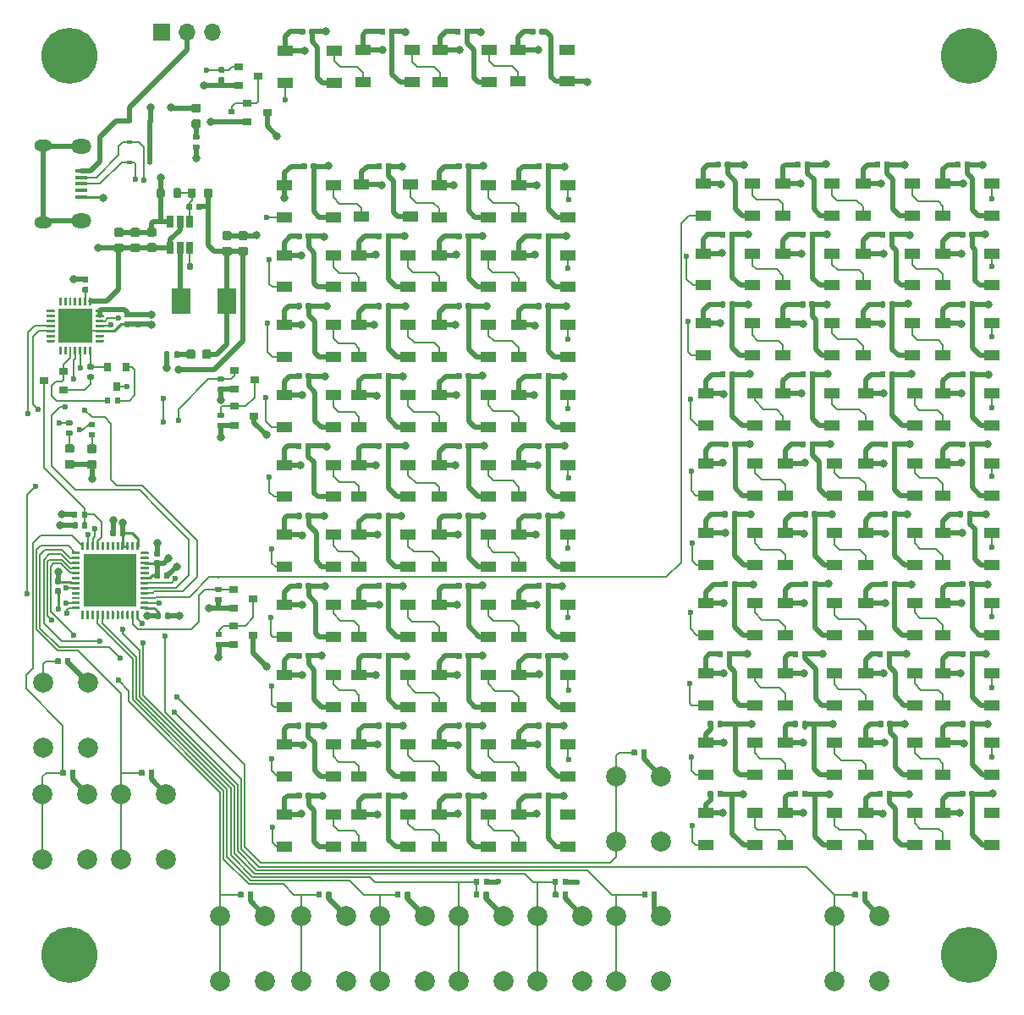
<source format=gbr>
G04 #@! TF.GenerationSoftware,KiCad,Pcbnew,5.1.5+dfsg1-2build2*
G04 #@! TF.CreationDate,2020-11-23T21:15:32+01:00*
G04 #@! TF.ProjectId,Logic_panel_v1,4c6f6769-635f-4706-916e-656c5f76312e,rev?*
G04 #@! TF.SameCoordinates,Original*
G04 #@! TF.FileFunction,Copper,L1,Top*
G04 #@! TF.FilePolarity,Positive*
%FSLAX46Y46*%
G04 Gerber Fmt 4.6, Leading zero omitted, Abs format (unit mm)*
G04 Created by KiCad (PCBNEW 5.1.5+dfsg1-2build2) date 2020-11-23 21:15:32*
%MOMM*%
%LPD*%
G04 APERTURE LIST*
G04 #@! TA.AperFunction,SMDPad,CuDef*
%ADD10C,0.350000*%
G04 #@! TD*
G04 #@! TA.AperFunction,SMDPad,CuDef*
%ADD11R,1.500000X1.000000*%
G04 #@! TD*
G04 #@! TA.AperFunction,SMDPad,CuDef*
%ADD12R,0.600000X0.450000*%
G04 #@! TD*
G04 #@! TA.AperFunction,ComponentPad*
%ADD13C,5.600000*%
G04 #@! TD*
G04 #@! TA.AperFunction,SMDPad,CuDef*
%ADD14R,1.900000X2.500000*%
G04 #@! TD*
G04 #@! TA.AperFunction,SMDPad,CuDef*
%ADD15R,0.900000X0.800000*%
G04 #@! TD*
G04 #@! TA.AperFunction,SMDPad,CuDef*
%ADD16R,0.800000X0.900000*%
G04 #@! TD*
G04 #@! TA.AperFunction,ComponentPad*
%ADD17R,1.700000X1.700000*%
G04 #@! TD*
G04 #@! TA.AperFunction,ComponentPad*
%ADD18O,1.700000X1.700000*%
G04 #@! TD*
G04 #@! TA.AperFunction,SMDPad,CuDef*
%ADD19R,5.300000X5.300000*%
G04 #@! TD*
G04 #@! TA.AperFunction,SMDPad,CuDef*
%ADD20R,3.350000X3.350000*%
G04 #@! TD*
G04 #@! TA.AperFunction,SMDPad,CuDef*
%ADD21R,0.650000X1.220000*%
G04 #@! TD*
G04 #@! TA.AperFunction,ComponentPad*
%ADD22C,2.000000*%
G04 #@! TD*
G04 #@! TA.AperFunction,SMDPad,CuDef*
%ADD23R,1.300000X0.450000*%
G04 #@! TD*
G04 #@! TA.AperFunction,ComponentPad*
%ADD24O,2.000000X1.450000*%
G04 #@! TD*
G04 #@! TA.AperFunction,ComponentPad*
%ADD25O,1.800000X1.150000*%
G04 #@! TD*
G04 #@! TA.AperFunction,ViaPad*
%ADD26C,0.800000*%
G04 #@! TD*
G04 #@! TA.AperFunction,ViaPad*
%ADD27C,0.600000*%
G04 #@! TD*
G04 #@! TA.AperFunction,Conductor*
%ADD28C,0.500000*%
G04 #@! TD*
G04 #@! TA.AperFunction,Conductor*
%ADD29C,0.250000*%
G04 #@! TD*
G04 #@! TA.AperFunction,Conductor*
%ADD30C,0.150000*%
G04 #@! TD*
G04 APERTURE END LIST*
G04 #@! TA.AperFunction,SMDPad,CuDef*
D10*
G04 #@! TO.P,C1,1*
G04 #@! TO.N,Board_1-GND*
G36*
X55691723Y-101686675D02*
G01*
X55705314Y-101688691D01*
X55718641Y-101692029D01*
X55731577Y-101696658D01*
X55743997Y-101702532D01*
X55755781Y-101709595D01*
X55766816Y-101717780D01*
X55776996Y-101727006D01*
X55786222Y-101737186D01*
X55794407Y-101748221D01*
X55801470Y-101760005D01*
X55807344Y-101772425D01*
X55811973Y-101785361D01*
X55815311Y-101798688D01*
X55817327Y-101812279D01*
X55818001Y-101826001D01*
X55818001Y-102166001D01*
X55817327Y-102179723D01*
X55815311Y-102193314D01*
X55811973Y-102206641D01*
X55807344Y-102219577D01*
X55801470Y-102231997D01*
X55794407Y-102243781D01*
X55786222Y-102254816D01*
X55776996Y-102264996D01*
X55766816Y-102274222D01*
X55755781Y-102282407D01*
X55743997Y-102289470D01*
X55731577Y-102295344D01*
X55718641Y-102299973D01*
X55705314Y-102303311D01*
X55691723Y-102305327D01*
X55678001Y-102306001D01*
X55398001Y-102306001D01*
X55384279Y-102305327D01*
X55370688Y-102303311D01*
X55357361Y-102299973D01*
X55344425Y-102295344D01*
X55332005Y-102289470D01*
X55320221Y-102282407D01*
X55309186Y-102274222D01*
X55299006Y-102264996D01*
X55289780Y-102254816D01*
X55281595Y-102243781D01*
X55274532Y-102231997D01*
X55268658Y-102219577D01*
X55264029Y-102206641D01*
X55260691Y-102193314D01*
X55258675Y-102179723D01*
X55258001Y-102166001D01*
X55258001Y-101826001D01*
X55258675Y-101812279D01*
X55260691Y-101798688D01*
X55264029Y-101785361D01*
X55268658Y-101772425D01*
X55274532Y-101760005D01*
X55281595Y-101748221D01*
X55289780Y-101737186D01*
X55299006Y-101727006D01*
X55309186Y-101717780D01*
X55320221Y-101709595D01*
X55332005Y-101702532D01*
X55344425Y-101696658D01*
X55357361Y-101692029D01*
X55370688Y-101688691D01*
X55384279Y-101686675D01*
X55398001Y-101686001D01*
X55678001Y-101686001D01*
X55691723Y-101686675D01*
G37*
G04 #@! TD.AperFunction*
G04 #@! TA.AperFunction,SMDPad,CuDef*
G04 #@! TO.P,C1,2*
G04 #@! TO.N,Board_1-EN*
G36*
X56651723Y-101686675D02*
G01*
X56665314Y-101688691D01*
X56678641Y-101692029D01*
X56691577Y-101696658D01*
X56703997Y-101702532D01*
X56715781Y-101709595D01*
X56726816Y-101717780D01*
X56736996Y-101727006D01*
X56746222Y-101737186D01*
X56754407Y-101748221D01*
X56761470Y-101760005D01*
X56767344Y-101772425D01*
X56771973Y-101785361D01*
X56775311Y-101798688D01*
X56777327Y-101812279D01*
X56778001Y-101826001D01*
X56778001Y-102166001D01*
X56777327Y-102179723D01*
X56775311Y-102193314D01*
X56771973Y-102206641D01*
X56767344Y-102219577D01*
X56761470Y-102231997D01*
X56754407Y-102243781D01*
X56746222Y-102254816D01*
X56736996Y-102264996D01*
X56726816Y-102274222D01*
X56715781Y-102282407D01*
X56703997Y-102289470D01*
X56691577Y-102295344D01*
X56678641Y-102299973D01*
X56665314Y-102303311D01*
X56651723Y-102305327D01*
X56638001Y-102306001D01*
X56358001Y-102306001D01*
X56344279Y-102305327D01*
X56330688Y-102303311D01*
X56317361Y-102299973D01*
X56304425Y-102295344D01*
X56292005Y-102289470D01*
X56280221Y-102282407D01*
X56269186Y-102274222D01*
X56259006Y-102264996D01*
X56249780Y-102254816D01*
X56241595Y-102243781D01*
X56234532Y-102231997D01*
X56228658Y-102219577D01*
X56224029Y-102206641D01*
X56220691Y-102193314D01*
X56218675Y-102179723D01*
X56218001Y-102166001D01*
X56218001Y-101826001D01*
X56218675Y-101812279D01*
X56220691Y-101798688D01*
X56224029Y-101785361D01*
X56228658Y-101772425D01*
X56234532Y-101760005D01*
X56241595Y-101748221D01*
X56249780Y-101737186D01*
X56259006Y-101727006D01*
X56269186Y-101717780D01*
X56280221Y-101709595D01*
X56292005Y-101702532D01*
X56304425Y-101696658D01*
X56317361Y-101692029D01*
X56330688Y-101688691D01*
X56344279Y-101686675D01*
X56358001Y-101686001D01*
X56638001Y-101686001D01*
X56651723Y-101686675D01*
G37*
G04 #@! TD.AperFunction*
G04 #@! TD*
G04 #@! TA.AperFunction,SMDPad,CuDef*
G04 #@! TO.P,C2,1*
G04 #@! TO.N,Board_1-+3V3*
G36*
X63943723Y-105490675D02*
G01*
X63957314Y-105492691D01*
X63970641Y-105496029D01*
X63983577Y-105500658D01*
X63995997Y-105506532D01*
X64007781Y-105513595D01*
X64018816Y-105521780D01*
X64028996Y-105531006D01*
X64038222Y-105541186D01*
X64046407Y-105552221D01*
X64053470Y-105564005D01*
X64059344Y-105576425D01*
X64063973Y-105589361D01*
X64067311Y-105602688D01*
X64069327Y-105616279D01*
X64070001Y-105630001D01*
X64070001Y-105910001D01*
X64069327Y-105923723D01*
X64067311Y-105937314D01*
X64063973Y-105950641D01*
X64059344Y-105963577D01*
X64053470Y-105975997D01*
X64046407Y-105987781D01*
X64038222Y-105998816D01*
X64028996Y-106008996D01*
X64018816Y-106018222D01*
X64007781Y-106026407D01*
X63995997Y-106033470D01*
X63983577Y-106039344D01*
X63970641Y-106043973D01*
X63957314Y-106047311D01*
X63943723Y-106049327D01*
X63930001Y-106050001D01*
X63590001Y-106050001D01*
X63576279Y-106049327D01*
X63562688Y-106047311D01*
X63549361Y-106043973D01*
X63536425Y-106039344D01*
X63524005Y-106033470D01*
X63512221Y-106026407D01*
X63501186Y-106018222D01*
X63491006Y-106008996D01*
X63481780Y-105998816D01*
X63473595Y-105987781D01*
X63466532Y-105975997D01*
X63460658Y-105963577D01*
X63456029Y-105950641D01*
X63452691Y-105937314D01*
X63450675Y-105923723D01*
X63450001Y-105910001D01*
X63450001Y-105630001D01*
X63450675Y-105616279D01*
X63452691Y-105602688D01*
X63456029Y-105589361D01*
X63460658Y-105576425D01*
X63466532Y-105564005D01*
X63473595Y-105552221D01*
X63481780Y-105541186D01*
X63491006Y-105531006D01*
X63501186Y-105521780D01*
X63512221Y-105513595D01*
X63524005Y-105506532D01*
X63536425Y-105500658D01*
X63549361Y-105496029D01*
X63562688Y-105492691D01*
X63576279Y-105490675D01*
X63590001Y-105490001D01*
X63930001Y-105490001D01*
X63943723Y-105490675D01*
G37*
G04 #@! TD.AperFunction*
G04 #@! TA.AperFunction,SMDPad,CuDef*
G04 #@! TO.P,C2,2*
G04 #@! TO.N,Board_1-GND*
G36*
X63943723Y-104530675D02*
G01*
X63957314Y-104532691D01*
X63970641Y-104536029D01*
X63983577Y-104540658D01*
X63995997Y-104546532D01*
X64007781Y-104553595D01*
X64018816Y-104561780D01*
X64028996Y-104571006D01*
X64038222Y-104581186D01*
X64046407Y-104592221D01*
X64053470Y-104604005D01*
X64059344Y-104616425D01*
X64063973Y-104629361D01*
X64067311Y-104642688D01*
X64069327Y-104656279D01*
X64070001Y-104670001D01*
X64070001Y-104950001D01*
X64069327Y-104963723D01*
X64067311Y-104977314D01*
X64063973Y-104990641D01*
X64059344Y-105003577D01*
X64053470Y-105015997D01*
X64046407Y-105027781D01*
X64038222Y-105038816D01*
X64028996Y-105048996D01*
X64018816Y-105058222D01*
X64007781Y-105066407D01*
X63995997Y-105073470D01*
X63983577Y-105079344D01*
X63970641Y-105083973D01*
X63957314Y-105087311D01*
X63943723Y-105089327D01*
X63930001Y-105090001D01*
X63590001Y-105090001D01*
X63576279Y-105089327D01*
X63562688Y-105087311D01*
X63549361Y-105083973D01*
X63536425Y-105079344D01*
X63524005Y-105073470D01*
X63512221Y-105066407D01*
X63501186Y-105058222D01*
X63491006Y-105048996D01*
X63481780Y-105038816D01*
X63473595Y-105027781D01*
X63466532Y-105015997D01*
X63460658Y-105003577D01*
X63456029Y-104990641D01*
X63452691Y-104977314D01*
X63450675Y-104963723D01*
X63450001Y-104950001D01*
X63450001Y-104670001D01*
X63450675Y-104656279D01*
X63452691Y-104642688D01*
X63456029Y-104629361D01*
X63460658Y-104616425D01*
X63466532Y-104604005D01*
X63473595Y-104592221D01*
X63481780Y-104581186D01*
X63491006Y-104571006D01*
X63501186Y-104561780D01*
X63512221Y-104553595D01*
X63524005Y-104546532D01*
X63536425Y-104540658D01*
X63549361Y-104536029D01*
X63562688Y-104532691D01*
X63576279Y-104530675D01*
X63590001Y-104530001D01*
X63930001Y-104530001D01*
X63943723Y-104530675D01*
G37*
G04 #@! TD.AperFunction*
G04 #@! TD*
G04 #@! TA.AperFunction,SMDPad,CuDef*
G04 #@! TO.P,C3,1*
G04 #@! TO.N,Board_1-+3V3*
G36*
X63903723Y-106700675D02*
G01*
X63917314Y-106702691D01*
X63930641Y-106706029D01*
X63943577Y-106710658D01*
X63955997Y-106716532D01*
X63967781Y-106723595D01*
X63978816Y-106731780D01*
X63988996Y-106741006D01*
X63998222Y-106751186D01*
X64006407Y-106762221D01*
X64013470Y-106774005D01*
X64019344Y-106786425D01*
X64023973Y-106799361D01*
X64027311Y-106812688D01*
X64029327Y-106826279D01*
X64030001Y-106840001D01*
X64030001Y-107180001D01*
X64029327Y-107193723D01*
X64027311Y-107207314D01*
X64023973Y-107220641D01*
X64019344Y-107233577D01*
X64013470Y-107245997D01*
X64006407Y-107257781D01*
X63998222Y-107268816D01*
X63988996Y-107278996D01*
X63978816Y-107288222D01*
X63967781Y-107296407D01*
X63955997Y-107303470D01*
X63943577Y-107309344D01*
X63930641Y-107313973D01*
X63917314Y-107317311D01*
X63903723Y-107319327D01*
X63890001Y-107320001D01*
X63610001Y-107320001D01*
X63596279Y-107319327D01*
X63582688Y-107317311D01*
X63569361Y-107313973D01*
X63556425Y-107309344D01*
X63544005Y-107303470D01*
X63532221Y-107296407D01*
X63521186Y-107288222D01*
X63511006Y-107278996D01*
X63501780Y-107268816D01*
X63493595Y-107257781D01*
X63486532Y-107245997D01*
X63480658Y-107233577D01*
X63476029Y-107220641D01*
X63472691Y-107207314D01*
X63470675Y-107193723D01*
X63470001Y-107180001D01*
X63470001Y-106840001D01*
X63470675Y-106826279D01*
X63472691Y-106812688D01*
X63476029Y-106799361D01*
X63480658Y-106786425D01*
X63486532Y-106774005D01*
X63493595Y-106762221D01*
X63501780Y-106751186D01*
X63511006Y-106741006D01*
X63521186Y-106731780D01*
X63532221Y-106723595D01*
X63544005Y-106716532D01*
X63556425Y-106710658D01*
X63569361Y-106706029D01*
X63582688Y-106702691D01*
X63596279Y-106700675D01*
X63610001Y-106700001D01*
X63890001Y-106700001D01*
X63903723Y-106700675D01*
G37*
G04 #@! TD.AperFunction*
G04 #@! TA.AperFunction,SMDPad,CuDef*
G04 #@! TO.P,C3,2*
G04 #@! TO.N,Board_1-GND*
G36*
X64863723Y-106700675D02*
G01*
X64877314Y-106702691D01*
X64890641Y-106706029D01*
X64903577Y-106710658D01*
X64915997Y-106716532D01*
X64927781Y-106723595D01*
X64938816Y-106731780D01*
X64948996Y-106741006D01*
X64958222Y-106751186D01*
X64966407Y-106762221D01*
X64973470Y-106774005D01*
X64979344Y-106786425D01*
X64983973Y-106799361D01*
X64987311Y-106812688D01*
X64989327Y-106826279D01*
X64990001Y-106840001D01*
X64990001Y-107180001D01*
X64989327Y-107193723D01*
X64987311Y-107207314D01*
X64983973Y-107220641D01*
X64979344Y-107233577D01*
X64973470Y-107245997D01*
X64966407Y-107257781D01*
X64958222Y-107268816D01*
X64948996Y-107278996D01*
X64938816Y-107288222D01*
X64927781Y-107296407D01*
X64915997Y-107303470D01*
X64903577Y-107309344D01*
X64890641Y-107313973D01*
X64877314Y-107317311D01*
X64863723Y-107319327D01*
X64850001Y-107320001D01*
X64570001Y-107320001D01*
X64556279Y-107319327D01*
X64542688Y-107317311D01*
X64529361Y-107313973D01*
X64516425Y-107309344D01*
X64504005Y-107303470D01*
X64492221Y-107296407D01*
X64481186Y-107288222D01*
X64471006Y-107278996D01*
X64461780Y-107268816D01*
X64453595Y-107257781D01*
X64446532Y-107245997D01*
X64440658Y-107233577D01*
X64436029Y-107220641D01*
X64432691Y-107207314D01*
X64430675Y-107193723D01*
X64430001Y-107180001D01*
X64430001Y-106840001D01*
X64430675Y-106826279D01*
X64432691Y-106812688D01*
X64436029Y-106799361D01*
X64440658Y-106786425D01*
X64446532Y-106774005D01*
X64453595Y-106762221D01*
X64461780Y-106751186D01*
X64471006Y-106741006D01*
X64481186Y-106731780D01*
X64492221Y-106723595D01*
X64504005Y-106716532D01*
X64516425Y-106710658D01*
X64529361Y-106706029D01*
X64542688Y-106702691D01*
X64556279Y-106700675D01*
X64570001Y-106700001D01*
X64850001Y-106700001D01*
X64863723Y-106700675D01*
G37*
G04 #@! TD.AperFunction*
G04 #@! TD*
G04 #@! TA.AperFunction,SMDPad,CuDef*
G04 #@! TO.P,C4,1*
G04 #@! TO.N,Board_1-GND*
G36*
X59493723Y-102470675D02*
G01*
X59507314Y-102472691D01*
X59520641Y-102476029D01*
X59533577Y-102480658D01*
X59545997Y-102486532D01*
X59557781Y-102493595D01*
X59568816Y-102501780D01*
X59578996Y-102511006D01*
X59588222Y-102521186D01*
X59596407Y-102532221D01*
X59603470Y-102544005D01*
X59609344Y-102556425D01*
X59613973Y-102569361D01*
X59617311Y-102582688D01*
X59619327Y-102596279D01*
X59620001Y-102610001D01*
X59620001Y-102950001D01*
X59619327Y-102963723D01*
X59617311Y-102977314D01*
X59613973Y-102990641D01*
X59609344Y-103003577D01*
X59603470Y-103015997D01*
X59596407Y-103027781D01*
X59588222Y-103038816D01*
X59578996Y-103048996D01*
X59568816Y-103058222D01*
X59557781Y-103066407D01*
X59545997Y-103073470D01*
X59533577Y-103079344D01*
X59520641Y-103083973D01*
X59507314Y-103087311D01*
X59493723Y-103089327D01*
X59480001Y-103090001D01*
X59200001Y-103090001D01*
X59186279Y-103089327D01*
X59172688Y-103087311D01*
X59159361Y-103083973D01*
X59146425Y-103079344D01*
X59134005Y-103073470D01*
X59122221Y-103066407D01*
X59111186Y-103058222D01*
X59101006Y-103048996D01*
X59091780Y-103038816D01*
X59083595Y-103027781D01*
X59076532Y-103015997D01*
X59070658Y-103003577D01*
X59066029Y-102990641D01*
X59062691Y-102977314D01*
X59060675Y-102963723D01*
X59060001Y-102950001D01*
X59060001Y-102610001D01*
X59060675Y-102596279D01*
X59062691Y-102582688D01*
X59066029Y-102569361D01*
X59070658Y-102556425D01*
X59076532Y-102544005D01*
X59083595Y-102532221D01*
X59091780Y-102521186D01*
X59101006Y-102511006D01*
X59111186Y-102501780D01*
X59122221Y-102493595D01*
X59134005Y-102486532D01*
X59146425Y-102480658D01*
X59159361Y-102476029D01*
X59172688Y-102472691D01*
X59186279Y-102470675D01*
X59200001Y-102470001D01*
X59480001Y-102470001D01*
X59493723Y-102470675D01*
G37*
G04 #@! TD.AperFunction*
G04 #@! TA.AperFunction,SMDPad,CuDef*
G04 #@! TO.P,C4,2*
G04 #@! TO.N,Board_1-+3V3*
G36*
X60453723Y-102470675D02*
G01*
X60467314Y-102472691D01*
X60480641Y-102476029D01*
X60493577Y-102480658D01*
X60505997Y-102486532D01*
X60517781Y-102493595D01*
X60528816Y-102501780D01*
X60538996Y-102511006D01*
X60548222Y-102521186D01*
X60556407Y-102532221D01*
X60563470Y-102544005D01*
X60569344Y-102556425D01*
X60573973Y-102569361D01*
X60577311Y-102582688D01*
X60579327Y-102596279D01*
X60580001Y-102610001D01*
X60580001Y-102950001D01*
X60579327Y-102963723D01*
X60577311Y-102977314D01*
X60573973Y-102990641D01*
X60569344Y-103003577D01*
X60563470Y-103015997D01*
X60556407Y-103027781D01*
X60548222Y-103038816D01*
X60538996Y-103048996D01*
X60528816Y-103058222D01*
X60517781Y-103066407D01*
X60505997Y-103073470D01*
X60493577Y-103079344D01*
X60480641Y-103083973D01*
X60467314Y-103087311D01*
X60453723Y-103089327D01*
X60440001Y-103090001D01*
X60160001Y-103090001D01*
X60146279Y-103089327D01*
X60132688Y-103087311D01*
X60119361Y-103083973D01*
X60106425Y-103079344D01*
X60094005Y-103073470D01*
X60082221Y-103066407D01*
X60071186Y-103058222D01*
X60061006Y-103048996D01*
X60051780Y-103038816D01*
X60043595Y-103027781D01*
X60036532Y-103015997D01*
X60030658Y-103003577D01*
X60026029Y-102990641D01*
X60022691Y-102977314D01*
X60020675Y-102963723D01*
X60020001Y-102950001D01*
X60020001Y-102610001D01*
X60020675Y-102596279D01*
X60022691Y-102582688D01*
X60026029Y-102569361D01*
X60030658Y-102556425D01*
X60036532Y-102544005D01*
X60043595Y-102532221D01*
X60051780Y-102521186D01*
X60061006Y-102511006D01*
X60071186Y-102501780D01*
X60082221Y-102493595D01*
X60094005Y-102486532D01*
X60106425Y-102480658D01*
X60119361Y-102476029D01*
X60132688Y-102472691D01*
X60146279Y-102470675D01*
X60160001Y-102470001D01*
X60440001Y-102470001D01*
X60453723Y-102470675D01*
G37*
G04 #@! TD.AperFunction*
G04 #@! TD*
G04 #@! TA.AperFunction,SMDPad,CuDef*
G04 #@! TO.P,C5,1*
G04 #@! TO.N,Board_1-GND*
G36*
X64963723Y-110740675D02*
G01*
X64977314Y-110742691D01*
X64990641Y-110746029D01*
X65003577Y-110750658D01*
X65015997Y-110756532D01*
X65027781Y-110763595D01*
X65038816Y-110771780D01*
X65048996Y-110781006D01*
X65058222Y-110791186D01*
X65066407Y-110802221D01*
X65073470Y-110814005D01*
X65079344Y-110826425D01*
X65083973Y-110839361D01*
X65087311Y-110852688D01*
X65089327Y-110866279D01*
X65090001Y-110880001D01*
X65090001Y-111220001D01*
X65089327Y-111233723D01*
X65087311Y-111247314D01*
X65083973Y-111260641D01*
X65079344Y-111273577D01*
X65073470Y-111285997D01*
X65066407Y-111297781D01*
X65058222Y-111308816D01*
X65048996Y-111318996D01*
X65038816Y-111328222D01*
X65027781Y-111336407D01*
X65015997Y-111343470D01*
X65003577Y-111349344D01*
X64990641Y-111353973D01*
X64977314Y-111357311D01*
X64963723Y-111359327D01*
X64950001Y-111360001D01*
X64670001Y-111360001D01*
X64656279Y-111359327D01*
X64642688Y-111357311D01*
X64629361Y-111353973D01*
X64616425Y-111349344D01*
X64604005Y-111343470D01*
X64592221Y-111336407D01*
X64581186Y-111328222D01*
X64571006Y-111318996D01*
X64561780Y-111308816D01*
X64553595Y-111297781D01*
X64546532Y-111285997D01*
X64540658Y-111273577D01*
X64536029Y-111260641D01*
X64532691Y-111247314D01*
X64530675Y-111233723D01*
X64530001Y-111220001D01*
X64530001Y-110880001D01*
X64530675Y-110866279D01*
X64532691Y-110852688D01*
X64536029Y-110839361D01*
X64540658Y-110826425D01*
X64546532Y-110814005D01*
X64553595Y-110802221D01*
X64561780Y-110791186D01*
X64571006Y-110781006D01*
X64581186Y-110771780D01*
X64592221Y-110763595D01*
X64604005Y-110756532D01*
X64616425Y-110750658D01*
X64629361Y-110746029D01*
X64642688Y-110742691D01*
X64656279Y-110740675D01*
X64670001Y-110740001D01*
X64950001Y-110740001D01*
X64963723Y-110740675D01*
G37*
G04 #@! TD.AperFunction*
G04 #@! TA.AperFunction,SMDPad,CuDef*
G04 #@! TO.P,C5,2*
G04 #@! TO.N,Board_1-+3V3*
G36*
X64003723Y-110740675D02*
G01*
X64017314Y-110742691D01*
X64030641Y-110746029D01*
X64043577Y-110750658D01*
X64055997Y-110756532D01*
X64067781Y-110763595D01*
X64078816Y-110771780D01*
X64088996Y-110781006D01*
X64098222Y-110791186D01*
X64106407Y-110802221D01*
X64113470Y-110814005D01*
X64119344Y-110826425D01*
X64123973Y-110839361D01*
X64127311Y-110852688D01*
X64129327Y-110866279D01*
X64130001Y-110880001D01*
X64130001Y-111220001D01*
X64129327Y-111233723D01*
X64127311Y-111247314D01*
X64123973Y-111260641D01*
X64119344Y-111273577D01*
X64113470Y-111285997D01*
X64106407Y-111297781D01*
X64098222Y-111308816D01*
X64088996Y-111318996D01*
X64078816Y-111328222D01*
X64067781Y-111336407D01*
X64055997Y-111343470D01*
X64043577Y-111349344D01*
X64030641Y-111353973D01*
X64017314Y-111357311D01*
X64003723Y-111359327D01*
X63990001Y-111360001D01*
X63710001Y-111360001D01*
X63696279Y-111359327D01*
X63682688Y-111357311D01*
X63669361Y-111353973D01*
X63656425Y-111349344D01*
X63644005Y-111343470D01*
X63632221Y-111336407D01*
X63621186Y-111328222D01*
X63611006Y-111318996D01*
X63601780Y-111308816D01*
X63593595Y-111297781D01*
X63586532Y-111285997D01*
X63580658Y-111273577D01*
X63576029Y-111260641D01*
X63572691Y-111247314D01*
X63570675Y-111233723D01*
X63570001Y-111220001D01*
X63570001Y-110880001D01*
X63570675Y-110866279D01*
X63572691Y-110852688D01*
X63576029Y-110839361D01*
X63580658Y-110826425D01*
X63586532Y-110814005D01*
X63593595Y-110802221D01*
X63601780Y-110791186D01*
X63611006Y-110781006D01*
X63621186Y-110771780D01*
X63632221Y-110763595D01*
X63644005Y-110756532D01*
X63656425Y-110750658D01*
X63669361Y-110746029D01*
X63682688Y-110742691D01*
X63696279Y-110740675D01*
X63710001Y-110740001D01*
X63990001Y-110740001D01*
X64003723Y-110740675D01*
G37*
G04 #@! TD.AperFunction*
G04 #@! TD*
G04 #@! TA.AperFunction,SMDPad,CuDef*
G04 #@! TO.P,C6,1*
G04 #@! TO.N,Board_1-GND*
G36*
X54023723Y-108290675D02*
G01*
X54037314Y-108292691D01*
X54050641Y-108296029D01*
X54063577Y-108300658D01*
X54075997Y-108306532D01*
X54087781Y-108313595D01*
X54098816Y-108321780D01*
X54108996Y-108331006D01*
X54118222Y-108341186D01*
X54126407Y-108352221D01*
X54133470Y-108364005D01*
X54139344Y-108376425D01*
X54143973Y-108389361D01*
X54147311Y-108402688D01*
X54149327Y-108416279D01*
X54150001Y-108430001D01*
X54150001Y-108710001D01*
X54149327Y-108723723D01*
X54147311Y-108737314D01*
X54143973Y-108750641D01*
X54139344Y-108763577D01*
X54133470Y-108775997D01*
X54126407Y-108787781D01*
X54118222Y-108798816D01*
X54108996Y-108808996D01*
X54098816Y-108818222D01*
X54087781Y-108826407D01*
X54075997Y-108833470D01*
X54063577Y-108839344D01*
X54050641Y-108843973D01*
X54037314Y-108847311D01*
X54023723Y-108849327D01*
X54010001Y-108850001D01*
X53670001Y-108850001D01*
X53656279Y-108849327D01*
X53642688Y-108847311D01*
X53629361Y-108843973D01*
X53616425Y-108839344D01*
X53604005Y-108833470D01*
X53592221Y-108826407D01*
X53581186Y-108818222D01*
X53571006Y-108808996D01*
X53561780Y-108798816D01*
X53553595Y-108787781D01*
X53546532Y-108775997D01*
X53540658Y-108763577D01*
X53536029Y-108750641D01*
X53532691Y-108737314D01*
X53530675Y-108723723D01*
X53530001Y-108710001D01*
X53530001Y-108430001D01*
X53530675Y-108416279D01*
X53532691Y-108402688D01*
X53536029Y-108389361D01*
X53540658Y-108376425D01*
X53546532Y-108364005D01*
X53553595Y-108352221D01*
X53561780Y-108341186D01*
X53571006Y-108331006D01*
X53581186Y-108321780D01*
X53592221Y-108313595D01*
X53604005Y-108306532D01*
X53616425Y-108300658D01*
X53629361Y-108296029D01*
X53642688Y-108292691D01*
X53656279Y-108290675D01*
X53670001Y-108290001D01*
X54010001Y-108290001D01*
X54023723Y-108290675D01*
G37*
G04 #@! TD.AperFunction*
G04 #@! TA.AperFunction,SMDPad,CuDef*
G04 #@! TO.P,C6,2*
G04 #@! TO.N,Board_1-+3V3*
G36*
X54023723Y-107330675D02*
G01*
X54037314Y-107332691D01*
X54050641Y-107336029D01*
X54063577Y-107340658D01*
X54075997Y-107346532D01*
X54087781Y-107353595D01*
X54098816Y-107361780D01*
X54108996Y-107371006D01*
X54118222Y-107381186D01*
X54126407Y-107392221D01*
X54133470Y-107404005D01*
X54139344Y-107416425D01*
X54143973Y-107429361D01*
X54147311Y-107442688D01*
X54149327Y-107456279D01*
X54150001Y-107470001D01*
X54150001Y-107750001D01*
X54149327Y-107763723D01*
X54147311Y-107777314D01*
X54143973Y-107790641D01*
X54139344Y-107803577D01*
X54133470Y-107815997D01*
X54126407Y-107827781D01*
X54118222Y-107838816D01*
X54108996Y-107848996D01*
X54098816Y-107858222D01*
X54087781Y-107866407D01*
X54075997Y-107873470D01*
X54063577Y-107879344D01*
X54050641Y-107883973D01*
X54037314Y-107887311D01*
X54023723Y-107889327D01*
X54010001Y-107890001D01*
X53670001Y-107890001D01*
X53656279Y-107889327D01*
X53642688Y-107887311D01*
X53629361Y-107883973D01*
X53616425Y-107879344D01*
X53604005Y-107873470D01*
X53592221Y-107866407D01*
X53581186Y-107858222D01*
X53571006Y-107848996D01*
X53561780Y-107838816D01*
X53553595Y-107827781D01*
X53546532Y-107815997D01*
X53540658Y-107803577D01*
X53536029Y-107790641D01*
X53532691Y-107777314D01*
X53530675Y-107763723D01*
X53530001Y-107750001D01*
X53530001Y-107470001D01*
X53530675Y-107456279D01*
X53532691Y-107442688D01*
X53536029Y-107429361D01*
X53540658Y-107416425D01*
X53546532Y-107404005D01*
X53553595Y-107392221D01*
X53561780Y-107381186D01*
X53571006Y-107371006D01*
X53581186Y-107361780D01*
X53592221Y-107353595D01*
X53604005Y-107346532D01*
X53616425Y-107340658D01*
X53629361Y-107336029D01*
X53642688Y-107332691D01*
X53656279Y-107330675D01*
X53670001Y-107330001D01*
X54010001Y-107330001D01*
X54023723Y-107330675D01*
G37*
G04 #@! TD.AperFunction*
G04 #@! TD*
G04 #@! TA.AperFunction,SMDPad,CuDef*
G04 #@! TO.P,C7,1*
G04 #@! TO.N,Board_1-V_LED_1*
G36*
X79407723Y-52266675D02*
G01*
X79421314Y-52268691D01*
X79434641Y-52272029D01*
X79447577Y-52276658D01*
X79459997Y-52282532D01*
X79471781Y-52289595D01*
X79482816Y-52297780D01*
X79492996Y-52307006D01*
X79502222Y-52317186D01*
X79510407Y-52328221D01*
X79517470Y-52340005D01*
X79523344Y-52352425D01*
X79527973Y-52365361D01*
X79531311Y-52378688D01*
X79533327Y-52392279D01*
X79534001Y-52406001D01*
X79534001Y-52746001D01*
X79533327Y-52759723D01*
X79531311Y-52773314D01*
X79527973Y-52786641D01*
X79523344Y-52799577D01*
X79517470Y-52811997D01*
X79510407Y-52823781D01*
X79502222Y-52834816D01*
X79492996Y-52844996D01*
X79482816Y-52854222D01*
X79471781Y-52862407D01*
X79459997Y-52869470D01*
X79447577Y-52875344D01*
X79434641Y-52879973D01*
X79421314Y-52883311D01*
X79407723Y-52885327D01*
X79394001Y-52886001D01*
X79114001Y-52886001D01*
X79100279Y-52885327D01*
X79086688Y-52883311D01*
X79073361Y-52879973D01*
X79060425Y-52875344D01*
X79048005Y-52869470D01*
X79036221Y-52862407D01*
X79025186Y-52854222D01*
X79015006Y-52844996D01*
X79005780Y-52834816D01*
X78997595Y-52823781D01*
X78990532Y-52811997D01*
X78984658Y-52799577D01*
X78980029Y-52786641D01*
X78976691Y-52773314D01*
X78974675Y-52759723D01*
X78974001Y-52746001D01*
X78974001Y-52406001D01*
X78974675Y-52392279D01*
X78976691Y-52378688D01*
X78980029Y-52365361D01*
X78984658Y-52352425D01*
X78990532Y-52340005D01*
X78997595Y-52328221D01*
X79005780Y-52317186D01*
X79015006Y-52307006D01*
X79025186Y-52297780D01*
X79036221Y-52289595D01*
X79048005Y-52282532D01*
X79060425Y-52276658D01*
X79073361Y-52272029D01*
X79086688Y-52268691D01*
X79100279Y-52266675D01*
X79114001Y-52266001D01*
X79394001Y-52266001D01*
X79407723Y-52266675D01*
G37*
G04 #@! TD.AperFunction*
G04 #@! TA.AperFunction,SMDPad,CuDef*
G04 #@! TO.P,C7,2*
G04 #@! TO.N,Board_1-GND*
G36*
X78447723Y-52266675D02*
G01*
X78461314Y-52268691D01*
X78474641Y-52272029D01*
X78487577Y-52276658D01*
X78499997Y-52282532D01*
X78511781Y-52289595D01*
X78522816Y-52297780D01*
X78532996Y-52307006D01*
X78542222Y-52317186D01*
X78550407Y-52328221D01*
X78557470Y-52340005D01*
X78563344Y-52352425D01*
X78567973Y-52365361D01*
X78571311Y-52378688D01*
X78573327Y-52392279D01*
X78574001Y-52406001D01*
X78574001Y-52746001D01*
X78573327Y-52759723D01*
X78571311Y-52773314D01*
X78567973Y-52786641D01*
X78563344Y-52799577D01*
X78557470Y-52811997D01*
X78550407Y-52823781D01*
X78542222Y-52834816D01*
X78532996Y-52844996D01*
X78522816Y-52854222D01*
X78511781Y-52862407D01*
X78499997Y-52869470D01*
X78487577Y-52875344D01*
X78474641Y-52879973D01*
X78461314Y-52883311D01*
X78447723Y-52885327D01*
X78434001Y-52886001D01*
X78154001Y-52886001D01*
X78140279Y-52885327D01*
X78126688Y-52883311D01*
X78113361Y-52879973D01*
X78100425Y-52875344D01*
X78088005Y-52869470D01*
X78076221Y-52862407D01*
X78065186Y-52854222D01*
X78055006Y-52844996D01*
X78045780Y-52834816D01*
X78037595Y-52823781D01*
X78030532Y-52811997D01*
X78024658Y-52799577D01*
X78020029Y-52786641D01*
X78016691Y-52773314D01*
X78014675Y-52759723D01*
X78014001Y-52746001D01*
X78014001Y-52406001D01*
X78014675Y-52392279D01*
X78016691Y-52378688D01*
X78020029Y-52365361D01*
X78024658Y-52352425D01*
X78030532Y-52340005D01*
X78037595Y-52328221D01*
X78045780Y-52317186D01*
X78055006Y-52307006D01*
X78065186Y-52297780D01*
X78076221Y-52289595D01*
X78088005Y-52282532D01*
X78100425Y-52276658D01*
X78113361Y-52272029D01*
X78126688Y-52268691D01*
X78140279Y-52266675D01*
X78154001Y-52266001D01*
X78434001Y-52266001D01*
X78447723Y-52266675D01*
G37*
G04 #@! TD.AperFunction*
G04 #@! TD*
G04 #@! TA.AperFunction,SMDPad,CuDef*
G04 #@! TO.P,C8,1*
G04 #@! TO.N,Board_1-V_LED_1*
G36*
X87427723Y-52266675D02*
G01*
X87441314Y-52268691D01*
X87454641Y-52272029D01*
X87467577Y-52276658D01*
X87479997Y-52282532D01*
X87491781Y-52289595D01*
X87502816Y-52297780D01*
X87512996Y-52307006D01*
X87522222Y-52317186D01*
X87530407Y-52328221D01*
X87537470Y-52340005D01*
X87543344Y-52352425D01*
X87547973Y-52365361D01*
X87551311Y-52378688D01*
X87553327Y-52392279D01*
X87554001Y-52406001D01*
X87554001Y-52746001D01*
X87553327Y-52759723D01*
X87551311Y-52773314D01*
X87547973Y-52786641D01*
X87543344Y-52799577D01*
X87537470Y-52811997D01*
X87530407Y-52823781D01*
X87522222Y-52834816D01*
X87512996Y-52844996D01*
X87502816Y-52854222D01*
X87491781Y-52862407D01*
X87479997Y-52869470D01*
X87467577Y-52875344D01*
X87454641Y-52879973D01*
X87441314Y-52883311D01*
X87427723Y-52885327D01*
X87414001Y-52886001D01*
X87134001Y-52886001D01*
X87120279Y-52885327D01*
X87106688Y-52883311D01*
X87093361Y-52879973D01*
X87080425Y-52875344D01*
X87068005Y-52869470D01*
X87056221Y-52862407D01*
X87045186Y-52854222D01*
X87035006Y-52844996D01*
X87025780Y-52834816D01*
X87017595Y-52823781D01*
X87010532Y-52811997D01*
X87004658Y-52799577D01*
X87000029Y-52786641D01*
X86996691Y-52773314D01*
X86994675Y-52759723D01*
X86994001Y-52746001D01*
X86994001Y-52406001D01*
X86994675Y-52392279D01*
X86996691Y-52378688D01*
X87000029Y-52365361D01*
X87004658Y-52352425D01*
X87010532Y-52340005D01*
X87017595Y-52328221D01*
X87025780Y-52317186D01*
X87035006Y-52307006D01*
X87045186Y-52297780D01*
X87056221Y-52289595D01*
X87068005Y-52282532D01*
X87080425Y-52276658D01*
X87093361Y-52272029D01*
X87106688Y-52268691D01*
X87120279Y-52266675D01*
X87134001Y-52266001D01*
X87414001Y-52266001D01*
X87427723Y-52266675D01*
G37*
G04 #@! TD.AperFunction*
G04 #@! TA.AperFunction,SMDPad,CuDef*
G04 #@! TO.P,C8,2*
G04 #@! TO.N,Board_1-GND*
G36*
X86467723Y-52266675D02*
G01*
X86481314Y-52268691D01*
X86494641Y-52272029D01*
X86507577Y-52276658D01*
X86519997Y-52282532D01*
X86531781Y-52289595D01*
X86542816Y-52297780D01*
X86552996Y-52307006D01*
X86562222Y-52317186D01*
X86570407Y-52328221D01*
X86577470Y-52340005D01*
X86583344Y-52352425D01*
X86587973Y-52365361D01*
X86591311Y-52378688D01*
X86593327Y-52392279D01*
X86594001Y-52406001D01*
X86594001Y-52746001D01*
X86593327Y-52759723D01*
X86591311Y-52773314D01*
X86587973Y-52786641D01*
X86583344Y-52799577D01*
X86577470Y-52811997D01*
X86570407Y-52823781D01*
X86562222Y-52834816D01*
X86552996Y-52844996D01*
X86542816Y-52854222D01*
X86531781Y-52862407D01*
X86519997Y-52869470D01*
X86507577Y-52875344D01*
X86494641Y-52879973D01*
X86481314Y-52883311D01*
X86467723Y-52885327D01*
X86454001Y-52886001D01*
X86174001Y-52886001D01*
X86160279Y-52885327D01*
X86146688Y-52883311D01*
X86133361Y-52879973D01*
X86120425Y-52875344D01*
X86108005Y-52869470D01*
X86096221Y-52862407D01*
X86085186Y-52854222D01*
X86075006Y-52844996D01*
X86065780Y-52834816D01*
X86057595Y-52823781D01*
X86050532Y-52811997D01*
X86044658Y-52799577D01*
X86040029Y-52786641D01*
X86036691Y-52773314D01*
X86034675Y-52759723D01*
X86034001Y-52746001D01*
X86034001Y-52406001D01*
X86034675Y-52392279D01*
X86036691Y-52378688D01*
X86040029Y-52365361D01*
X86044658Y-52352425D01*
X86050532Y-52340005D01*
X86057595Y-52328221D01*
X86065780Y-52317186D01*
X86075006Y-52307006D01*
X86085186Y-52297780D01*
X86096221Y-52289595D01*
X86108005Y-52282532D01*
X86120425Y-52276658D01*
X86133361Y-52272029D01*
X86146688Y-52268691D01*
X86160279Y-52266675D01*
X86174001Y-52266001D01*
X86454001Y-52266001D01*
X86467723Y-52266675D01*
G37*
G04 #@! TD.AperFunction*
G04 #@! TD*
G04 #@! TA.AperFunction,SMDPad,CuDef*
G04 #@! TO.P,C9,1*
G04 #@! TO.N,Board_1-V_LED_1*
G36*
X94927723Y-52266675D02*
G01*
X94941314Y-52268691D01*
X94954641Y-52272029D01*
X94967577Y-52276658D01*
X94979997Y-52282532D01*
X94991781Y-52289595D01*
X95002816Y-52297780D01*
X95012996Y-52307006D01*
X95022222Y-52317186D01*
X95030407Y-52328221D01*
X95037470Y-52340005D01*
X95043344Y-52352425D01*
X95047973Y-52365361D01*
X95051311Y-52378688D01*
X95053327Y-52392279D01*
X95054001Y-52406001D01*
X95054001Y-52746001D01*
X95053327Y-52759723D01*
X95051311Y-52773314D01*
X95047973Y-52786641D01*
X95043344Y-52799577D01*
X95037470Y-52811997D01*
X95030407Y-52823781D01*
X95022222Y-52834816D01*
X95012996Y-52844996D01*
X95002816Y-52854222D01*
X94991781Y-52862407D01*
X94979997Y-52869470D01*
X94967577Y-52875344D01*
X94954641Y-52879973D01*
X94941314Y-52883311D01*
X94927723Y-52885327D01*
X94914001Y-52886001D01*
X94634001Y-52886001D01*
X94620279Y-52885327D01*
X94606688Y-52883311D01*
X94593361Y-52879973D01*
X94580425Y-52875344D01*
X94568005Y-52869470D01*
X94556221Y-52862407D01*
X94545186Y-52854222D01*
X94535006Y-52844996D01*
X94525780Y-52834816D01*
X94517595Y-52823781D01*
X94510532Y-52811997D01*
X94504658Y-52799577D01*
X94500029Y-52786641D01*
X94496691Y-52773314D01*
X94494675Y-52759723D01*
X94494001Y-52746001D01*
X94494001Y-52406001D01*
X94494675Y-52392279D01*
X94496691Y-52378688D01*
X94500029Y-52365361D01*
X94504658Y-52352425D01*
X94510532Y-52340005D01*
X94517595Y-52328221D01*
X94525780Y-52317186D01*
X94535006Y-52307006D01*
X94545186Y-52297780D01*
X94556221Y-52289595D01*
X94568005Y-52282532D01*
X94580425Y-52276658D01*
X94593361Y-52272029D01*
X94606688Y-52268691D01*
X94620279Y-52266675D01*
X94634001Y-52266001D01*
X94914001Y-52266001D01*
X94927723Y-52266675D01*
G37*
G04 #@! TD.AperFunction*
G04 #@! TA.AperFunction,SMDPad,CuDef*
G04 #@! TO.P,C9,2*
G04 #@! TO.N,Board_1-GND*
G36*
X93967723Y-52266675D02*
G01*
X93981314Y-52268691D01*
X93994641Y-52272029D01*
X94007577Y-52276658D01*
X94019997Y-52282532D01*
X94031781Y-52289595D01*
X94042816Y-52297780D01*
X94052996Y-52307006D01*
X94062222Y-52317186D01*
X94070407Y-52328221D01*
X94077470Y-52340005D01*
X94083344Y-52352425D01*
X94087973Y-52365361D01*
X94091311Y-52378688D01*
X94093327Y-52392279D01*
X94094001Y-52406001D01*
X94094001Y-52746001D01*
X94093327Y-52759723D01*
X94091311Y-52773314D01*
X94087973Y-52786641D01*
X94083344Y-52799577D01*
X94077470Y-52811997D01*
X94070407Y-52823781D01*
X94062222Y-52834816D01*
X94052996Y-52844996D01*
X94042816Y-52854222D01*
X94031781Y-52862407D01*
X94019997Y-52869470D01*
X94007577Y-52875344D01*
X93994641Y-52879973D01*
X93981314Y-52883311D01*
X93967723Y-52885327D01*
X93954001Y-52886001D01*
X93674001Y-52886001D01*
X93660279Y-52885327D01*
X93646688Y-52883311D01*
X93633361Y-52879973D01*
X93620425Y-52875344D01*
X93608005Y-52869470D01*
X93596221Y-52862407D01*
X93585186Y-52854222D01*
X93575006Y-52844996D01*
X93565780Y-52834816D01*
X93557595Y-52823781D01*
X93550532Y-52811997D01*
X93544658Y-52799577D01*
X93540029Y-52786641D01*
X93536691Y-52773314D01*
X93534675Y-52759723D01*
X93534001Y-52746001D01*
X93534001Y-52406001D01*
X93534675Y-52392279D01*
X93536691Y-52378688D01*
X93540029Y-52365361D01*
X93544658Y-52352425D01*
X93550532Y-52340005D01*
X93557595Y-52328221D01*
X93565780Y-52317186D01*
X93575006Y-52307006D01*
X93585186Y-52297780D01*
X93596221Y-52289595D01*
X93608005Y-52282532D01*
X93620425Y-52276658D01*
X93633361Y-52272029D01*
X93646688Y-52268691D01*
X93660279Y-52266675D01*
X93674001Y-52266001D01*
X93954001Y-52266001D01*
X93967723Y-52266675D01*
G37*
G04 #@! TD.AperFunction*
G04 #@! TD*
G04 #@! TA.AperFunction,SMDPad,CuDef*
G04 #@! TO.P,C10,1*
G04 #@! TO.N,Board_1-V_LED_1*
G36*
X102427723Y-52266675D02*
G01*
X102441314Y-52268691D01*
X102454641Y-52272029D01*
X102467577Y-52276658D01*
X102479997Y-52282532D01*
X102491781Y-52289595D01*
X102502816Y-52297780D01*
X102512996Y-52307006D01*
X102522222Y-52317186D01*
X102530407Y-52328221D01*
X102537470Y-52340005D01*
X102543344Y-52352425D01*
X102547973Y-52365361D01*
X102551311Y-52378688D01*
X102553327Y-52392279D01*
X102554001Y-52406001D01*
X102554001Y-52746001D01*
X102553327Y-52759723D01*
X102551311Y-52773314D01*
X102547973Y-52786641D01*
X102543344Y-52799577D01*
X102537470Y-52811997D01*
X102530407Y-52823781D01*
X102522222Y-52834816D01*
X102512996Y-52844996D01*
X102502816Y-52854222D01*
X102491781Y-52862407D01*
X102479997Y-52869470D01*
X102467577Y-52875344D01*
X102454641Y-52879973D01*
X102441314Y-52883311D01*
X102427723Y-52885327D01*
X102414001Y-52886001D01*
X102134001Y-52886001D01*
X102120279Y-52885327D01*
X102106688Y-52883311D01*
X102093361Y-52879973D01*
X102080425Y-52875344D01*
X102068005Y-52869470D01*
X102056221Y-52862407D01*
X102045186Y-52854222D01*
X102035006Y-52844996D01*
X102025780Y-52834816D01*
X102017595Y-52823781D01*
X102010532Y-52811997D01*
X102004658Y-52799577D01*
X102000029Y-52786641D01*
X101996691Y-52773314D01*
X101994675Y-52759723D01*
X101994001Y-52746001D01*
X101994001Y-52406001D01*
X101994675Y-52392279D01*
X101996691Y-52378688D01*
X102000029Y-52365361D01*
X102004658Y-52352425D01*
X102010532Y-52340005D01*
X102017595Y-52328221D01*
X102025780Y-52317186D01*
X102035006Y-52307006D01*
X102045186Y-52297780D01*
X102056221Y-52289595D01*
X102068005Y-52282532D01*
X102080425Y-52276658D01*
X102093361Y-52272029D01*
X102106688Y-52268691D01*
X102120279Y-52266675D01*
X102134001Y-52266001D01*
X102414001Y-52266001D01*
X102427723Y-52266675D01*
G37*
G04 #@! TD.AperFunction*
G04 #@! TA.AperFunction,SMDPad,CuDef*
G04 #@! TO.P,C10,2*
G04 #@! TO.N,Board_1-GND*
G36*
X101467723Y-52266675D02*
G01*
X101481314Y-52268691D01*
X101494641Y-52272029D01*
X101507577Y-52276658D01*
X101519997Y-52282532D01*
X101531781Y-52289595D01*
X101542816Y-52297780D01*
X101552996Y-52307006D01*
X101562222Y-52317186D01*
X101570407Y-52328221D01*
X101577470Y-52340005D01*
X101583344Y-52352425D01*
X101587973Y-52365361D01*
X101591311Y-52378688D01*
X101593327Y-52392279D01*
X101594001Y-52406001D01*
X101594001Y-52746001D01*
X101593327Y-52759723D01*
X101591311Y-52773314D01*
X101587973Y-52786641D01*
X101583344Y-52799577D01*
X101577470Y-52811997D01*
X101570407Y-52823781D01*
X101562222Y-52834816D01*
X101552996Y-52844996D01*
X101542816Y-52854222D01*
X101531781Y-52862407D01*
X101519997Y-52869470D01*
X101507577Y-52875344D01*
X101494641Y-52879973D01*
X101481314Y-52883311D01*
X101467723Y-52885327D01*
X101454001Y-52886001D01*
X101174001Y-52886001D01*
X101160279Y-52885327D01*
X101146688Y-52883311D01*
X101133361Y-52879973D01*
X101120425Y-52875344D01*
X101108005Y-52869470D01*
X101096221Y-52862407D01*
X101085186Y-52854222D01*
X101075006Y-52844996D01*
X101065780Y-52834816D01*
X101057595Y-52823781D01*
X101050532Y-52811997D01*
X101044658Y-52799577D01*
X101040029Y-52786641D01*
X101036691Y-52773314D01*
X101034675Y-52759723D01*
X101034001Y-52746001D01*
X101034001Y-52406001D01*
X101034675Y-52392279D01*
X101036691Y-52378688D01*
X101040029Y-52365361D01*
X101044658Y-52352425D01*
X101050532Y-52340005D01*
X101057595Y-52328221D01*
X101065780Y-52317186D01*
X101075006Y-52307006D01*
X101085186Y-52297780D01*
X101096221Y-52289595D01*
X101108005Y-52282532D01*
X101120425Y-52276658D01*
X101133361Y-52272029D01*
X101146688Y-52268691D01*
X101160279Y-52266675D01*
X101174001Y-52266001D01*
X101454001Y-52266001D01*
X101467723Y-52266675D01*
G37*
G04 #@! TD.AperFunction*
G04 #@! TD*
G04 #@! TA.AperFunction,SMDPad,CuDef*
G04 #@! TO.P,C11,1*
G04 #@! TO.N,Board_1-GND*
G36*
X73235723Y-138642675D02*
G01*
X73249314Y-138644691D01*
X73262641Y-138648029D01*
X73275577Y-138652658D01*
X73287997Y-138658532D01*
X73299781Y-138665595D01*
X73310816Y-138673780D01*
X73320996Y-138683006D01*
X73330222Y-138693186D01*
X73338407Y-138704221D01*
X73345470Y-138716005D01*
X73351344Y-138728425D01*
X73355973Y-138741361D01*
X73359311Y-138754688D01*
X73361327Y-138768279D01*
X73362001Y-138782001D01*
X73362001Y-139122001D01*
X73361327Y-139135723D01*
X73359311Y-139149314D01*
X73355973Y-139162641D01*
X73351344Y-139175577D01*
X73345470Y-139187997D01*
X73338407Y-139199781D01*
X73330222Y-139210816D01*
X73320996Y-139220996D01*
X73310816Y-139230222D01*
X73299781Y-139238407D01*
X73287997Y-139245470D01*
X73275577Y-139251344D01*
X73262641Y-139255973D01*
X73249314Y-139259311D01*
X73235723Y-139261327D01*
X73222001Y-139262001D01*
X72942001Y-139262001D01*
X72928279Y-139261327D01*
X72914688Y-139259311D01*
X72901361Y-139255973D01*
X72888425Y-139251344D01*
X72876005Y-139245470D01*
X72864221Y-139238407D01*
X72853186Y-139230222D01*
X72843006Y-139220996D01*
X72833780Y-139210816D01*
X72825595Y-139199781D01*
X72818532Y-139187997D01*
X72812658Y-139175577D01*
X72808029Y-139162641D01*
X72804691Y-139149314D01*
X72802675Y-139135723D01*
X72802001Y-139122001D01*
X72802001Y-138782001D01*
X72802675Y-138768279D01*
X72804691Y-138754688D01*
X72808029Y-138741361D01*
X72812658Y-138728425D01*
X72818532Y-138716005D01*
X72825595Y-138704221D01*
X72833780Y-138693186D01*
X72843006Y-138683006D01*
X72853186Y-138673780D01*
X72864221Y-138665595D01*
X72876005Y-138658532D01*
X72888425Y-138652658D01*
X72901361Y-138648029D01*
X72914688Y-138644691D01*
X72928279Y-138642675D01*
X72942001Y-138642001D01*
X73222001Y-138642001D01*
X73235723Y-138642675D01*
G37*
G04 #@! TD.AperFunction*
G04 #@! TA.AperFunction,SMDPad,CuDef*
G04 #@! TO.P,C11,2*
G04 #@! TO.N,Board_1-BARVA_1*
G36*
X72275723Y-138642675D02*
G01*
X72289314Y-138644691D01*
X72302641Y-138648029D01*
X72315577Y-138652658D01*
X72327997Y-138658532D01*
X72339781Y-138665595D01*
X72350816Y-138673780D01*
X72360996Y-138683006D01*
X72370222Y-138693186D01*
X72378407Y-138704221D01*
X72385470Y-138716005D01*
X72391344Y-138728425D01*
X72395973Y-138741361D01*
X72399311Y-138754688D01*
X72401327Y-138768279D01*
X72402001Y-138782001D01*
X72402001Y-139122001D01*
X72401327Y-139135723D01*
X72399311Y-139149314D01*
X72395973Y-139162641D01*
X72391344Y-139175577D01*
X72385470Y-139187997D01*
X72378407Y-139199781D01*
X72370222Y-139210816D01*
X72360996Y-139220996D01*
X72350816Y-139230222D01*
X72339781Y-139238407D01*
X72327997Y-139245470D01*
X72315577Y-139251344D01*
X72302641Y-139255973D01*
X72289314Y-139259311D01*
X72275723Y-139261327D01*
X72262001Y-139262001D01*
X71982001Y-139262001D01*
X71968279Y-139261327D01*
X71954688Y-139259311D01*
X71941361Y-139255973D01*
X71928425Y-139251344D01*
X71916005Y-139245470D01*
X71904221Y-139238407D01*
X71893186Y-139230222D01*
X71883006Y-139220996D01*
X71873780Y-139210816D01*
X71865595Y-139199781D01*
X71858532Y-139187997D01*
X71852658Y-139175577D01*
X71848029Y-139162641D01*
X71844691Y-139149314D01*
X71842675Y-139135723D01*
X71842001Y-139122001D01*
X71842001Y-138782001D01*
X71842675Y-138768279D01*
X71844691Y-138754688D01*
X71848029Y-138741361D01*
X71852658Y-138728425D01*
X71858532Y-138716005D01*
X71865595Y-138704221D01*
X71873780Y-138693186D01*
X71883006Y-138683006D01*
X71893186Y-138673780D01*
X71904221Y-138665595D01*
X71916005Y-138658532D01*
X71928425Y-138652658D01*
X71941361Y-138648029D01*
X71954688Y-138644691D01*
X71968279Y-138642675D01*
X71982001Y-138642001D01*
X72262001Y-138642001D01*
X72275723Y-138642675D01*
G37*
G04 #@! TD.AperFunction*
G04 #@! TD*
G04 #@! TA.AperFunction,SMDPad,CuDef*
G04 #@! TO.P,C12,1*
G04 #@! TO.N,Board_1-GND*
G36*
X81081723Y-138642675D02*
G01*
X81095314Y-138644691D01*
X81108641Y-138648029D01*
X81121577Y-138652658D01*
X81133997Y-138658532D01*
X81145781Y-138665595D01*
X81156816Y-138673780D01*
X81166996Y-138683006D01*
X81176222Y-138693186D01*
X81184407Y-138704221D01*
X81191470Y-138716005D01*
X81197344Y-138728425D01*
X81201973Y-138741361D01*
X81205311Y-138754688D01*
X81207327Y-138768279D01*
X81208001Y-138782001D01*
X81208001Y-139122001D01*
X81207327Y-139135723D01*
X81205311Y-139149314D01*
X81201973Y-139162641D01*
X81197344Y-139175577D01*
X81191470Y-139187997D01*
X81184407Y-139199781D01*
X81176222Y-139210816D01*
X81166996Y-139220996D01*
X81156816Y-139230222D01*
X81145781Y-139238407D01*
X81133997Y-139245470D01*
X81121577Y-139251344D01*
X81108641Y-139255973D01*
X81095314Y-139259311D01*
X81081723Y-139261327D01*
X81068001Y-139262001D01*
X80788001Y-139262001D01*
X80774279Y-139261327D01*
X80760688Y-139259311D01*
X80747361Y-139255973D01*
X80734425Y-139251344D01*
X80722005Y-139245470D01*
X80710221Y-139238407D01*
X80699186Y-139230222D01*
X80689006Y-139220996D01*
X80679780Y-139210816D01*
X80671595Y-139199781D01*
X80664532Y-139187997D01*
X80658658Y-139175577D01*
X80654029Y-139162641D01*
X80650691Y-139149314D01*
X80648675Y-139135723D01*
X80648001Y-139122001D01*
X80648001Y-138782001D01*
X80648675Y-138768279D01*
X80650691Y-138754688D01*
X80654029Y-138741361D01*
X80658658Y-138728425D01*
X80664532Y-138716005D01*
X80671595Y-138704221D01*
X80679780Y-138693186D01*
X80689006Y-138683006D01*
X80699186Y-138673780D01*
X80710221Y-138665595D01*
X80722005Y-138658532D01*
X80734425Y-138652658D01*
X80747361Y-138648029D01*
X80760688Y-138644691D01*
X80774279Y-138642675D01*
X80788001Y-138642001D01*
X81068001Y-138642001D01*
X81081723Y-138642675D01*
G37*
G04 #@! TD.AperFunction*
G04 #@! TA.AperFunction,SMDPad,CuDef*
G04 #@! TO.P,C12,2*
G04 #@! TO.N,Board_1-BARVA_2*
G36*
X80121723Y-138642675D02*
G01*
X80135314Y-138644691D01*
X80148641Y-138648029D01*
X80161577Y-138652658D01*
X80173997Y-138658532D01*
X80185781Y-138665595D01*
X80196816Y-138673780D01*
X80206996Y-138683006D01*
X80216222Y-138693186D01*
X80224407Y-138704221D01*
X80231470Y-138716005D01*
X80237344Y-138728425D01*
X80241973Y-138741361D01*
X80245311Y-138754688D01*
X80247327Y-138768279D01*
X80248001Y-138782001D01*
X80248001Y-139122001D01*
X80247327Y-139135723D01*
X80245311Y-139149314D01*
X80241973Y-139162641D01*
X80237344Y-139175577D01*
X80231470Y-139187997D01*
X80224407Y-139199781D01*
X80216222Y-139210816D01*
X80206996Y-139220996D01*
X80196816Y-139230222D01*
X80185781Y-139238407D01*
X80173997Y-139245470D01*
X80161577Y-139251344D01*
X80148641Y-139255973D01*
X80135314Y-139259311D01*
X80121723Y-139261327D01*
X80108001Y-139262001D01*
X79828001Y-139262001D01*
X79814279Y-139261327D01*
X79800688Y-139259311D01*
X79787361Y-139255973D01*
X79774425Y-139251344D01*
X79762005Y-139245470D01*
X79750221Y-139238407D01*
X79739186Y-139230222D01*
X79729006Y-139220996D01*
X79719780Y-139210816D01*
X79711595Y-139199781D01*
X79704532Y-139187997D01*
X79698658Y-139175577D01*
X79694029Y-139162641D01*
X79690691Y-139149314D01*
X79688675Y-139135723D01*
X79688001Y-139122001D01*
X79688001Y-138782001D01*
X79688675Y-138768279D01*
X79690691Y-138754688D01*
X79694029Y-138741361D01*
X79698658Y-138728425D01*
X79704532Y-138716005D01*
X79711595Y-138704221D01*
X79719780Y-138693186D01*
X79729006Y-138683006D01*
X79739186Y-138673780D01*
X79750221Y-138665595D01*
X79762005Y-138658532D01*
X79774425Y-138652658D01*
X79787361Y-138648029D01*
X79800688Y-138644691D01*
X79814279Y-138642675D01*
X79828001Y-138642001D01*
X80108001Y-138642001D01*
X80121723Y-138642675D01*
G37*
G04 #@! TD.AperFunction*
G04 #@! TD*
G04 #@! TA.AperFunction,SMDPad,CuDef*
G04 #@! TO.P,C13,1*
G04 #@! TO.N,Board_1-GND*
G36*
X63329723Y-126450675D02*
G01*
X63343314Y-126452691D01*
X63356641Y-126456029D01*
X63369577Y-126460658D01*
X63381997Y-126466532D01*
X63393781Y-126473595D01*
X63404816Y-126481780D01*
X63414996Y-126491006D01*
X63424222Y-126501186D01*
X63432407Y-126512221D01*
X63439470Y-126524005D01*
X63445344Y-126536425D01*
X63449973Y-126549361D01*
X63453311Y-126562688D01*
X63455327Y-126576279D01*
X63456001Y-126590001D01*
X63456001Y-126930001D01*
X63455327Y-126943723D01*
X63453311Y-126957314D01*
X63449973Y-126970641D01*
X63445344Y-126983577D01*
X63439470Y-126995997D01*
X63432407Y-127007781D01*
X63424222Y-127018816D01*
X63414996Y-127028996D01*
X63404816Y-127038222D01*
X63393781Y-127046407D01*
X63381997Y-127053470D01*
X63369577Y-127059344D01*
X63356641Y-127063973D01*
X63343314Y-127067311D01*
X63329723Y-127069327D01*
X63316001Y-127070001D01*
X63036001Y-127070001D01*
X63022279Y-127069327D01*
X63008688Y-127067311D01*
X62995361Y-127063973D01*
X62982425Y-127059344D01*
X62970005Y-127053470D01*
X62958221Y-127046407D01*
X62947186Y-127038222D01*
X62937006Y-127028996D01*
X62927780Y-127018816D01*
X62919595Y-127007781D01*
X62912532Y-126995997D01*
X62906658Y-126983577D01*
X62902029Y-126970641D01*
X62898691Y-126957314D01*
X62896675Y-126943723D01*
X62896001Y-126930001D01*
X62896001Y-126590001D01*
X62896675Y-126576279D01*
X62898691Y-126562688D01*
X62902029Y-126549361D01*
X62906658Y-126536425D01*
X62912532Y-126524005D01*
X62919595Y-126512221D01*
X62927780Y-126501186D01*
X62937006Y-126491006D01*
X62947186Y-126481780D01*
X62958221Y-126473595D01*
X62970005Y-126466532D01*
X62982425Y-126460658D01*
X62995361Y-126456029D01*
X63008688Y-126452691D01*
X63022279Y-126450675D01*
X63036001Y-126450001D01*
X63316001Y-126450001D01*
X63329723Y-126450675D01*
G37*
G04 #@! TD.AperFunction*
G04 #@! TA.AperFunction,SMDPad,CuDef*
G04 #@! TO.P,C13,2*
G04 #@! TO.N,Board_1-BTN_SIPKA_VPRAVO*
G36*
X62369723Y-126450675D02*
G01*
X62383314Y-126452691D01*
X62396641Y-126456029D01*
X62409577Y-126460658D01*
X62421997Y-126466532D01*
X62433781Y-126473595D01*
X62444816Y-126481780D01*
X62454996Y-126491006D01*
X62464222Y-126501186D01*
X62472407Y-126512221D01*
X62479470Y-126524005D01*
X62485344Y-126536425D01*
X62489973Y-126549361D01*
X62493311Y-126562688D01*
X62495327Y-126576279D01*
X62496001Y-126590001D01*
X62496001Y-126930001D01*
X62495327Y-126943723D01*
X62493311Y-126957314D01*
X62489973Y-126970641D01*
X62485344Y-126983577D01*
X62479470Y-126995997D01*
X62472407Y-127007781D01*
X62464222Y-127018816D01*
X62454996Y-127028996D01*
X62444816Y-127038222D01*
X62433781Y-127046407D01*
X62421997Y-127053470D01*
X62409577Y-127059344D01*
X62396641Y-127063973D01*
X62383314Y-127067311D01*
X62369723Y-127069327D01*
X62356001Y-127070001D01*
X62076001Y-127070001D01*
X62062279Y-127069327D01*
X62048688Y-127067311D01*
X62035361Y-127063973D01*
X62022425Y-127059344D01*
X62010005Y-127053470D01*
X61998221Y-127046407D01*
X61987186Y-127038222D01*
X61977006Y-127028996D01*
X61967780Y-127018816D01*
X61959595Y-127007781D01*
X61952532Y-126995997D01*
X61946658Y-126983577D01*
X61942029Y-126970641D01*
X61938691Y-126957314D01*
X61936675Y-126943723D01*
X61936001Y-126930001D01*
X61936001Y-126590001D01*
X61936675Y-126576279D01*
X61938691Y-126562688D01*
X61942029Y-126549361D01*
X61946658Y-126536425D01*
X61952532Y-126524005D01*
X61959595Y-126512221D01*
X61967780Y-126501186D01*
X61977006Y-126491006D01*
X61987186Y-126481780D01*
X61998221Y-126473595D01*
X62010005Y-126466532D01*
X62022425Y-126460658D01*
X62035361Y-126456029D01*
X62048688Y-126452691D01*
X62062279Y-126450675D01*
X62076001Y-126450001D01*
X62356001Y-126450001D01*
X62369723Y-126450675D01*
G37*
G04 #@! TD.AperFunction*
G04 #@! TD*
G04 #@! TA.AperFunction,SMDPad,CuDef*
G04 #@! TO.P,C14,1*
G04 #@! TO.N,Board_1-GND*
G36*
X88955723Y-138642675D02*
G01*
X88969314Y-138644691D01*
X88982641Y-138648029D01*
X88995577Y-138652658D01*
X89007997Y-138658532D01*
X89019781Y-138665595D01*
X89030816Y-138673780D01*
X89040996Y-138683006D01*
X89050222Y-138693186D01*
X89058407Y-138704221D01*
X89065470Y-138716005D01*
X89071344Y-138728425D01*
X89075973Y-138741361D01*
X89079311Y-138754688D01*
X89081327Y-138768279D01*
X89082001Y-138782001D01*
X89082001Y-139122001D01*
X89081327Y-139135723D01*
X89079311Y-139149314D01*
X89075973Y-139162641D01*
X89071344Y-139175577D01*
X89065470Y-139187997D01*
X89058407Y-139199781D01*
X89050222Y-139210816D01*
X89040996Y-139220996D01*
X89030816Y-139230222D01*
X89019781Y-139238407D01*
X89007997Y-139245470D01*
X88995577Y-139251344D01*
X88982641Y-139255973D01*
X88969314Y-139259311D01*
X88955723Y-139261327D01*
X88942001Y-139262001D01*
X88662001Y-139262001D01*
X88648279Y-139261327D01*
X88634688Y-139259311D01*
X88621361Y-139255973D01*
X88608425Y-139251344D01*
X88596005Y-139245470D01*
X88584221Y-139238407D01*
X88573186Y-139230222D01*
X88563006Y-139220996D01*
X88553780Y-139210816D01*
X88545595Y-139199781D01*
X88538532Y-139187997D01*
X88532658Y-139175577D01*
X88528029Y-139162641D01*
X88524691Y-139149314D01*
X88522675Y-139135723D01*
X88522001Y-139122001D01*
X88522001Y-138782001D01*
X88522675Y-138768279D01*
X88524691Y-138754688D01*
X88528029Y-138741361D01*
X88532658Y-138728425D01*
X88538532Y-138716005D01*
X88545595Y-138704221D01*
X88553780Y-138693186D01*
X88563006Y-138683006D01*
X88573186Y-138673780D01*
X88584221Y-138665595D01*
X88596005Y-138658532D01*
X88608425Y-138652658D01*
X88621361Y-138648029D01*
X88634688Y-138644691D01*
X88648279Y-138642675D01*
X88662001Y-138642001D01*
X88942001Y-138642001D01*
X88955723Y-138642675D01*
G37*
G04 #@! TD.AperFunction*
G04 #@! TA.AperFunction,SMDPad,CuDef*
G04 #@! TO.P,C14,2*
G04 #@! TO.N,Board_1-BARVA_3*
G36*
X87995723Y-138642675D02*
G01*
X88009314Y-138644691D01*
X88022641Y-138648029D01*
X88035577Y-138652658D01*
X88047997Y-138658532D01*
X88059781Y-138665595D01*
X88070816Y-138673780D01*
X88080996Y-138683006D01*
X88090222Y-138693186D01*
X88098407Y-138704221D01*
X88105470Y-138716005D01*
X88111344Y-138728425D01*
X88115973Y-138741361D01*
X88119311Y-138754688D01*
X88121327Y-138768279D01*
X88122001Y-138782001D01*
X88122001Y-139122001D01*
X88121327Y-139135723D01*
X88119311Y-139149314D01*
X88115973Y-139162641D01*
X88111344Y-139175577D01*
X88105470Y-139187997D01*
X88098407Y-139199781D01*
X88090222Y-139210816D01*
X88080996Y-139220996D01*
X88070816Y-139230222D01*
X88059781Y-139238407D01*
X88047997Y-139245470D01*
X88035577Y-139251344D01*
X88022641Y-139255973D01*
X88009314Y-139259311D01*
X87995723Y-139261327D01*
X87982001Y-139262001D01*
X87702001Y-139262001D01*
X87688279Y-139261327D01*
X87674688Y-139259311D01*
X87661361Y-139255973D01*
X87648425Y-139251344D01*
X87636005Y-139245470D01*
X87624221Y-139238407D01*
X87613186Y-139230222D01*
X87603006Y-139220996D01*
X87593780Y-139210816D01*
X87585595Y-139199781D01*
X87578532Y-139187997D01*
X87572658Y-139175577D01*
X87568029Y-139162641D01*
X87564691Y-139149314D01*
X87562675Y-139135723D01*
X87562001Y-139122001D01*
X87562001Y-138782001D01*
X87562675Y-138768279D01*
X87564691Y-138754688D01*
X87568029Y-138741361D01*
X87572658Y-138728425D01*
X87578532Y-138716005D01*
X87585595Y-138704221D01*
X87593780Y-138693186D01*
X87603006Y-138683006D01*
X87613186Y-138673780D01*
X87624221Y-138665595D01*
X87636005Y-138658532D01*
X87648425Y-138652658D01*
X87661361Y-138648029D01*
X87674688Y-138644691D01*
X87688279Y-138642675D01*
X87702001Y-138642001D01*
X87982001Y-138642001D01*
X87995723Y-138642675D01*
G37*
G04 #@! TD.AperFunction*
G04 #@! TD*
G04 #@! TA.AperFunction,SMDPad,CuDef*
G04 #@! TO.P,C15,1*
G04 #@! TO.N,Board_1-GND*
G36*
X55455723Y-126450675D02*
G01*
X55469314Y-126452691D01*
X55482641Y-126456029D01*
X55495577Y-126460658D01*
X55507997Y-126466532D01*
X55519781Y-126473595D01*
X55530816Y-126481780D01*
X55540996Y-126491006D01*
X55550222Y-126501186D01*
X55558407Y-126512221D01*
X55565470Y-126524005D01*
X55571344Y-126536425D01*
X55575973Y-126549361D01*
X55579311Y-126562688D01*
X55581327Y-126576279D01*
X55582001Y-126590001D01*
X55582001Y-126930001D01*
X55581327Y-126943723D01*
X55579311Y-126957314D01*
X55575973Y-126970641D01*
X55571344Y-126983577D01*
X55565470Y-126995997D01*
X55558407Y-127007781D01*
X55550222Y-127018816D01*
X55540996Y-127028996D01*
X55530816Y-127038222D01*
X55519781Y-127046407D01*
X55507997Y-127053470D01*
X55495577Y-127059344D01*
X55482641Y-127063973D01*
X55469314Y-127067311D01*
X55455723Y-127069327D01*
X55442001Y-127070001D01*
X55162001Y-127070001D01*
X55148279Y-127069327D01*
X55134688Y-127067311D01*
X55121361Y-127063973D01*
X55108425Y-127059344D01*
X55096005Y-127053470D01*
X55084221Y-127046407D01*
X55073186Y-127038222D01*
X55063006Y-127028996D01*
X55053780Y-127018816D01*
X55045595Y-127007781D01*
X55038532Y-126995997D01*
X55032658Y-126983577D01*
X55028029Y-126970641D01*
X55024691Y-126957314D01*
X55022675Y-126943723D01*
X55022001Y-126930001D01*
X55022001Y-126590001D01*
X55022675Y-126576279D01*
X55024691Y-126562688D01*
X55028029Y-126549361D01*
X55032658Y-126536425D01*
X55038532Y-126524005D01*
X55045595Y-126512221D01*
X55053780Y-126501186D01*
X55063006Y-126491006D01*
X55073186Y-126481780D01*
X55084221Y-126473595D01*
X55096005Y-126466532D01*
X55108425Y-126460658D01*
X55121361Y-126456029D01*
X55134688Y-126452691D01*
X55148279Y-126450675D01*
X55162001Y-126450001D01*
X55442001Y-126450001D01*
X55455723Y-126450675D01*
G37*
G04 #@! TD.AperFunction*
G04 #@! TA.AperFunction,SMDPad,CuDef*
G04 #@! TO.P,C15,2*
G04 #@! TO.N,Board_1-BTN_SIPKA_VLEVO*
G36*
X54495723Y-126450675D02*
G01*
X54509314Y-126452691D01*
X54522641Y-126456029D01*
X54535577Y-126460658D01*
X54547997Y-126466532D01*
X54559781Y-126473595D01*
X54570816Y-126481780D01*
X54580996Y-126491006D01*
X54590222Y-126501186D01*
X54598407Y-126512221D01*
X54605470Y-126524005D01*
X54611344Y-126536425D01*
X54615973Y-126549361D01*
X54619311Y-126562688D01*
X54621327Y-126576279D01*
X54622001Y-126590001D01*
X54622001Y-126930001D01*
X54621327Y-126943723D01*
X54619311Y-126957314D01*
X54615973Y-126970641D01*
X54611344Y-126983577D01*
X54605470Y-126995997D01*
X54598407Y-127007781D01*
X54590222Y-127018816D01*
X54580996Y-127028996D01*
X54570816Y-127038222D01*
X54559781Y-127046407D01*
X54547997Y-127053470D01*
X54535577Y-127059344D01*
X54522641Y-127063973D01*
X54509314Y-127067311D01*
X54495723Y-127069327D01*
X54482001Y-127070001D01*
X54202001Y-127070001D01*
X54188279Y-127069327D01*
X54174688Y-127067311D01*
X54161361Y-127063973D01*
X54148425Y-127059344D01*
X54136005Y-127053470D01*
X54124221Y-127046407D01*
X54113186Y-127038222D01*
X54103006Y-127028996D01*
X54093780Y-127018816D01*
X54085595Y-127007781D01*
X54078532Y-126995997D01*
X54072658Y-126983577D01*
X54068029Y-126970641D01*
X54064691Y-126957314D01*
X54062675Y-126943723D01*
X54062001Y-126930001D01*
X54062001Y-126590001D01*
X54062675Y-126576279D01*
X54064691Y-126562688D01*
X54068029Y-126549361D01*
X54072658Y-126536425D01*
X54078532Y-126524005D01*
X54085595Y-126512221D01*
X54093780Y-126501186D01*
X54103006Y-126491006D01*
X54113186Y-126481780D01*
X54124221Y-126473595D01*
X54136005Y-126466532D01*
X54148425Y-126460658D01*
X54161361Y-126456029D01*
X54174688Y-126452691D01*
X54188279Y-126450675D01*
X54202001Y-126450001D01*
X54482001Y-126450001D01*
X54495723Y-126450675D01*
G37*
G04 #@! TD.AperFunction*
G04 #@! TD*
G04 #@! TA.AperFunction,SMDPad,CuDef*
G04 #@! TO.P,C16,1*
G04 #@! TO.N,Board_1-GND*
G36*
X54947723Y-115274675D02*
G01*
X54961314Y-115276691D01*
X54974641Y-115280029D01*
X54987577Y-115284658D01*
X54999997Y-115290532D01*
X55011781Y-115297595D01*
X55022816Y-115305780D01*
X55032996Y-115315006D01*
X55042222Y-115325186D01*
X55050407Y-115336221D01*
X55057470Y-115348005D01*
X55063344Y-115360425D01*
X55067973Y-115373361D01*
X55071311Y-115386688D01*
X55073327Y-115400279D01*
X55074001Y-115414001D01*
X55074001Y-115754001D01*
X55073327Y-115767723D01*
X55071311Y-115781314D01*
X55067973Y-115794641D01*
X55063344Y-115807577D01*
X55057470Y-115819997D01*
X55050407Y-115831781D01*
X55042222Y-115842816D01*
X55032996Y-115852996D01*
X55022816Y-115862222D01*
X55011781Y-115870407D01*
X54999997Y-115877470D01*
X54987577Y-115883344D01*
X54974641Y-115887973D01*
X54961314Y-115891311D01*
X54947723Y-115893327D01*
X54934001Y-115894001D01*
X54654001Y-115894001D01*
X54640279Y-115893327D01*
X54626688Y-115891311D01*
X54613361Y-115887973D01*
X54600425Y-115883344D01*
X54588005Y-115877470D01*
X54576221Y-115870407D01*
X54565186Y-115862222D01*
X54555006Y-115852996D01*
X54545780Y-115842816D01*
X54537595Y-115831781D01*
X54530532Y-115819997D01*
X54524658Y-115807577D01*
X54520029Y-115794641D01*
X54516691Y-115781314D01*
X54514675Y-115767723D01*
X54514001Y-115754001D01*
X54514001Y-115414001D01*
X54514675Y-115400279D01*
X54516691Y-115386688D01*
X54520029Y-115373361D01*
X54524658Y-115360425D01*
X54530532Y-115348005D01*
X54537595Y-115336221D01*
X54545780Y-115325186D01*
X54555006Y-115315006D01*
X54565186Y-115305780D01*
X54576221Y-115297595D01*
X54588005Y-115290532D01*
X54600425Y-115284658D01*
X54613361Y-115280029D01*
X54626688Y-115276691D01*
X54640279Y-115274675D01*
X54654001Y-115274001D01*
X54934001Y-115274001D01*
X54947723Y-115274675D01*
G37*
G04 #@! TD.AperFunction*
G04 #@! TA.AperFunction,SMDPad,CuDef*
G04 #@! TO.P,C16,2*
G04 #@! TO.N,Board_1-BTN_END*
G36*
X53987723Y-115274675D02*
G01*
X54001314Y-115276691D01*
X54014641Y-115280029D01*
X54027577Y-115284658D01*
X54039997Y-115290532D01*
X54051781Y-115297595D01*
X54062816Y-115305780D01*
X54072996Y-115315006D01*
X54082222Y-115325186D01*
X54090407Y-115336221D01*
X54097470Y-115348005D01*
X54103344Y-115360425D01*
X54107973Y-115373361D01*
X54111311Y-115386688D01*
X54113327Y-115400279D01*
X54114001Y-115414001D01*
X54114001Y-115754001D01*
X54113327Y-115767723D01*
X54111311Y-115781314D01*
X54107973Y-115794641D01*
X54103344Y-115807577D01*
X54097470Y-115819997D01*
X54090407Y-115831781D01*
X54082222Y-115842816D01*
X54072996Y-115852996D01*
X54062816Y-115862222D01*
X54051781Y-115870407D01*
X54039997Y-115877470D01*
X54027577Y-115883344D01*
X54014641Y-115887973D01*
X54001314Y-115891311D01*
X53987723Y-115893327D01*
X53974001Y-115894001D01*
X53694001Y-115894001D01*
X53680279Y-115893327D01*
X53666688Y-115891311D01*
X53653361Y-115887973D01*
X53640425Y-115883344D01*
X53628005Y-115877470D01*
X53616221Y-115870407D01*
X53605186Y-115862222D01*
X53595006Y-115852996D01*
X53585780Y-115842816D01*
X53577595Y-115831781D01*
X53570532Y-115819997D01*
X53564658Y-115807577D01*
X53560029Y-115794641D01*
X53556691Y-115781314D01*
X53554675Y-115767723D01*
X53554001Y-115754001D01*
X53554001Y-115414001D01*
X53554675Y-115400279D01*
X53556691Y-115386688D01*
X53560029Y-115373361D01*
X53564658Y-115360425D01*
X53570532Y-115348005D01*
X53577595Y-115336221D01*
X53585780Y-115325186D01*
X53595006Y-115315006D01*
X53605186Y-115305780D01*
X53616221Y-115297595D01*
X53628005Y-115290532D01*
X53640425Y-115284658D01*
X53653361Y-115280029D01*
X53666688Y-115276691D01*
X53680279Y-115274675D01*
X53694001Y-115274001D01*
X53974001Y-115274001D01*
X53987723Y-115274675D01*
G37*
G04 #@! TD.AperFunction*
G04 #@! TD*
G04 #@! TA.AperFunction,SMDPad,CuDef*
G04 #@! TO.P,C17,1*
G04 #@! TO.N,Board_1-GND*
G36*
X96829723Y-138642675D02*
G01*
X96843314Y-138644691D01*
X96856641Y-138648029D01*
X96869577Y-138652658D01*
X96881997Y-138658532D01*
X96893781Y-138665595D01*
X96904816Y-138673780D01*
X96914996Y-138683006D01*
X96924222Y-138693186D01*
X96932407Y-138704221D01*
X96939470Y-138716005D01*
X96945344Y-138728425D01*
X96949973Y-138741361D01*
X96953311Y-138754688D01*
X96955327Y-138768279D01*
X96956001Y-138782001D01*
X96956001Y-139122001D01*
X96955327Y-139135723D01*
X96953311Y-139149314D01*
X96949973Y-139162641D01*
X96945344Y-139175577D01*
X96939470Y-139187997D01*
X96932407Y-139199781D01*
X96924222Y-139210816D01*
X96914996Y-139220996D01*
X96904816Y-139230222D01*
X96893781Y-139238407D01*
X96881997Y-139245470D01*
X96869577Y-139251344D01*
X96856641Y-139255973D01*
X96843314Y-139259311D01*
X96829723Y-139261327D01*
X96816001Y-139262001D01*
X96536001Y-139262001D01*
X96522279Y-139261327D01*
X96508688Y-139259311D01*
X96495361Y-139255973D01*
X96482425Y-139251344D01*
X96470005Y-139245470D01*
X96458221Y-139238407D01*
X96447186Y-139230222D01*
X96437006Y-139220996D01*
X96427780Y-139210816D01*
X96419595Y-139199781D01*
X96412532Y-139187997D01*
X96406658Y-139175577D01*
X96402029Y-139162641D01*
X96398691Y-139149314D01*
X96396675Y-139135723D01*
X96396001Y-139122001D01*
X96396001Y-138782001D01*
X96396675Y-138768279D01*
X96398691Y-138754688D01*
X96402029Y-138741361D01*
X96406658Y-138728425D01*
X96412532Y-138716005D01*
X96419595Y-138704221D01*
X96427780Y-138693186D01*
X96437006Y-138683006D01*
X96447186Y-138673780D01*
X96458221Y-138665595D01*
X96470005Y-138658532D01*
X96482425Y-138652658D01*
X96495361Y-138648029D01*
X96508688Y-138644691D01*
X96522279Y-138642675D01*
X96536001Y-138642001D01*
X96816001Y-138642001D01*
X96829723Y-138642675D01*
G37*
G04 #@! TD.AperFunction*
G04 #@! TA.AperFunction,SMDPad,CuDef*
G04 #@! TO.P,C17,2*
G04 #@! TO.N,Board_1-BARVA_4*
G36*
X95869723Y-138642675D02*
G01*
X95883314Y-138644691D01*
X95896641Y-138648029D01*
X95909577Y-138652658D01*
X95921997Y-138658532D01*
X95933781Y-138665595D01*
X95944816Y-138673780D01*
X95954996Y-138683006D01*
X95964222Y-138693186D01*
X95972407Y-138704221D01*
X95979470Y-138716005D01*
X95985344Y-138728425D01*
X95989973Y-138741361D01*
X95993311Y-138754688D01*
X95995327Y-138768279D01*
X95996001Y-138782001D01*
X95996001Y-139122001D01*
X95995327Y-139135723D01*
X95993311Y-139149314D01*
X95989973Y-139162641D01*
X95985344Y-139175577D01*
X95979470Y-139187997D01*
X95972407Y-139199781D01*
X95964222Y-139210816D01*
X95954996Y-139220996D01*
X95944816Y-139230222D01*
X95933781Y-139238407D01*
X95921997Y-139245470D01*
X95909577Y-139251344D01*
X95896641Y-139255973D01*
X95883314Y-139259311D01*
X95869723Y-139261327D01*
X95856001Y-139262001D01*
X95576001Y-139262001D01*
X95562279Y-139261327D01*
X95548688Y-139259311D01*
X95535361Y-139255973D01*
X95522425Y-139251344D01*
X95510005Y-139245470D01*
X95498221Y-139238407D01*
X95487186Y-139230222D01*
X95477006Y-139220996D01*
X95467780Y-139210816D01*
X95459595Y-139199781D01*
X95452532Y-139187997D01*
X95446658Y-139175577D01*
X95442029Y-139162641D01*
X95438691Y-139149314D01*
X95436675Y-139135723D01*
X95436001Y-139122001D01*
X95436001Y-138782001D01*
X95436675Y-138768279D01*
X95438691Y-138754688D01*
X95442029Y-138741361D01*
X95446658Y-138728425D01*
X95452532Y-138716005D01*
X95459595Y-138704221D01*
X95467780Y-138693186D01*
X95477006Y-138683006D01*
X95487186Y-138673780D01*
X95498221Y-138665595D01*
X95510005Y-138658532D01*
X95522425Y-138652658D01*
X95535361Y-138648029D01*
X95548688Y-138644691D01*
X95562279Y-138642675D01*
X95576001Y-138642001D01*
X95856001Y-138642001D01*
X95869723Y-138642675D01*
G37*
G04 #@! TD.AperFunction*
G04 #@! TD*
G04 #@! TA.AperFunction,SMDPad,CuDef*
G04 #@! TO.P,C18,1*
G04 #@! TO.N,Board_1-GND*
G36*
X104731723Y-138642675D02*
G01*
X104745314Y-138644691D01*
X104758641Y-138648029D01*
X104771577Y-138652658D01*
X104783997Y-138658532D01*
X104795781Y-138665595D01*
X104806816Y-138673780D01*
X104816996Y-138683006D01*
X104826222Y-138693186D01*
X104834407Y-138704221D01*
X104841470Y-138716005D01*
X104847344Y-138728425D01*
X104851973Y-138741361D01*
X104855311Y-138754688D01*
X104857327Y-138768279D01*
X104858001Y-138782001D01*
X104858001Y-139122001D01*
X104857327Y-139135723D01*
X104855311Y-139149314D01*
X104851973Y-139162641D01*
X104847344Y-139175577D01*
X104841470Y-139187997D01*
X104834407Y-139199781D01*
X104826222Y-139210816D01*
X104816996Y-139220996D01*
X104806816Y-139230222D01*
X104795781Y-139238407D01*
X104783997Y-139245470D01*
X104771577Y-139251344D01*
X104758641Y-139255973D01*
X104745314Y-139259311D01*
X104731723Y-139261327D01*
X104718001Y-139262001D01*
X104438001Y-139262001D01*
X104424279Y-139261327D01*
X104410688Y-139259311D01*
X104397361Y-139255973D01*
X104384425Y-139251344D01*
X104372005Y-139245470D01*
X104360221Y-139238407D01*
X104349186Y-139230222D01*
X104339006Y-139220996D01*
X104329780Y-139210816D01*
X104321595Y-139199781D01*
X104314532Y-139187997D01*
X104308658Y-139175577D01*
X104304029Y-139162641D01*
X104300691Y-139149314D01*
X104298675Y-139135723D01*
X104298001Y-139122001D01*
X104298001Y-138782001D01*
X104298675Y-138768279D01*
X104300691Y-138754688D01*
X104304029Y-138741361D01*
X104308658Y-138728425D01*
X104314532Y-138716005D01*
X104321595Y-138704221D01*
X104329780Y-138693186D01*
X104339006Y-138683006D01*
X104349186Y-138673780D01*
X104360221Y-138665595D01*
X104372005Y-138658532D01*
X104384425Y-138652658D01*
X104397361Y-138648029D01*
X104410688Y-138644691D01*
X104424279Y-138642675D01*
X104438001Y-138642001D01*
X104718001Y-138642001D01*
X104731723Y-138642675D01*
G37*
G04 #@! TD.AperFunction*
G04 #@! TA.AperFunction,SMDPad,CuDef*
G04 #@! TO.P,C18,2*
G04 #@! TO.N,Board_1-BARVA_5*
G36*
X103771723Y-138642675D02*
G01*
X103785314Y-138644691D01*
X103798641Y-138648029D01*
X103811577Y-138652658D01*
X103823997Y-138658532D01*
X103835781Y-138665595D01*
X103846816Y-138673780D01*
X103856996Y-138683006D01*
X103866222Y-138693186D01*
X103874407Y-138704221D01*
X103881470Y-138716005D01*
X103887344Y-138728425D01*
X103891973Y-138741361D01*
X103895311Y-138754688D01*
X103897327Y-138768279D01*
X103898001Y-138782001D01*
X103898001Y-139122001D01*
X103897327Y-139135723D01*
X103895311Y-139149314D01*
X103891973Y-139162641D01*
X103887344Y-139175577D01*
X103881470Y-139187997D01*
X103874407Y-139199781D01*
X103866222Y-139210816D01*
X103856996Y-139220996D01*
X103846816Y-139230222D01*
X103835781Y-139238407D01*
X103823997Y-139245470D01*
X103811577Y-139251344D01*
X103798641Y-139255973D01*
X103785314Y-139259311D01*
X103771723Y-139261327D01*
X103758001Y-139262001D01*
X103478001Y-139262001D01*
X103464279Y-139261327D01*
X103450688Y-139259311D01*
X103437361Y-139255973D01*
X103424425Y-139251344D01*
X103412005Y-139245470D01*
X103400221Y-139238407D01*
X103389186Y-139230222D01*
X103379006Y-139220996D01*
X103369780Y-139210816D01*
X103361595Y-139199781D01*
X103354532Y-139187997D01*
X103348658Y-139175577D01*
X103344029Y-139162641D01*
X103340691Y-139149314D01*
X103338675Y-139135723D01*
X103338001Y-139122001D01*
X103338001Y-138782001D01*
X103338675Y-138768279D01*
X103340691Y-138754688D01*
X103344029Y-138741361D01*
X103348658Y-138728425D01*
X103354532Y-138716005D01*
X103361595Y-138704221D01*
X103369780Y-138693186D01*
X103379006Y-138683006D01*
X103389186Y-138673780D01*
X103400221Y-138665595D01*
X103412005Y-138658532D01*
X103424425Y-138652658D01*
X103437361Y-138648029D01*
X103450688Y-138644691D01*
X103464279Y-138642675D01*
X103478001Y-138642001D01*
X103758001Y-138642001D01*
X103771723Y-138642675D01*
G37*
G04 #@! TD.AperFunction*
G04 #@! TD*
G04 #@! TA.AperFunction,SMDPad,CuDef*
G04 #@! TO.P,C19,1*
G04 #@! TO.N,Board_1-GND*
G36*
X113649723Y-138642675D02*
G01*
X113663314Y-138644691D01*
X113676641Y-138648029D01*
X113689577Y-138652658D01*
X113701997Y-138658532D01*
X113713781Y-138665595D01*
X113724816Y-138673780D01*
X113734996Y-138683006D01*
X113744222Y-138693186D01*
X113752407Y-138704221D01*
X113759470Y-138716005D01*
X113765344Y-138728425D01*
X113769973Y-138741361D01*
X113773311Y-138754688D01*
X113775327Y-138768279D01*
X113776001Y-138782001D01*
X113776001Y-139122001D01*
X113775327Y-139135723D01*
X113773311Y-139149314D01*
X113769973Y-139162641D01*
X113765344Y-139175577D01*
X113759470Y-139187997D01*
X113752407Y-139199781D01*
X113744222Y-139210816D01*
X113734996Y-139220996D01*
X113724816Y-139230222D01*
X113713781Y-139238407D01*
X113701997Y-139245470D01*
X113689577Y-139251344D01*
X113676641Y-139255973D01*
X113663314Y-139259311D01*
X113649723Y-139261327D01*
X113636001Y-139262001D01*
X113356001Y-139262001D01*
X113342279Y-139261327D01*
X113328688Y-139259311D01*
X113315361Y-139255973D01*
X113302425Y-139251344D01*
X113290005Y-139245470D01*
X113278221Y-139238407D01*
X113267186Y-139230222D01*
X113257006Y-139220996D01*
X113247780Y-139210816D01*
X113239595Y-139199781D01*
X113232532Y-139187997D01*
X113226658Y-139175577D01*
X113222029Y-139162641D01*
X113218691Y-139149314D01*
X113216675Y-139135723D01*
X113216001Y-139122001D01*
X113216001Y-138782001D01*
X113216675Y-138768279D01*
X113218691Y-138754688D01*
X113222029Y-138741361D01*
X113226658Y-138728425D01*
X113232532Y-138716005D01*
X113239595Y-138704221D01*
X113247780Y-138693186D01*
X113257006Y-138683006D01*
X113267186Y-138673780D01*
X113278221Y-138665595D01*
X113290005Y-138658532D01*
X113302425Y-138652658D01*
X113315361Y-138648029D01*
X113328688Y-138644691D01*
X113342279Y-138642675D01*
X113356001Y-138642001D01*
X113636001Y-138642001D01*
X113649723Y-138642675D01*
G37*
G04 #@! TD.AperFunction*
G04 #@! TA.AperFunction,SMDPad,CuDef*
G04 #@! TO.P,C19,2*
G04 #@! TO.N,Board_1-BARVA_6*
G36*
X112689723Y-138642675D02*
G01*
X112703314Y-138644691D01*
X112716641Y-138648029D01*
X112729577Y-138652658D01*
X112741997Y-138658532D01*
X112753781Y-138665595D01*
X112764816Y-138673780D01*
X112774996Y-138683006D01*
X112784222Y-138693186D01*
X112792407Y-138704221D01*
X112799470Y-138716005D01*
X112805344Y-138728425D01*
X112809973Y-138741361D01*
X112813311Y-138754688D01*
X112815327Y-138768279D01*
X112816001Y-138782001D01*
X112816001Y-139122001D01*
X112815327Y-139135723D01*
X112813311Y-139149314D01*
X112809973Y-139162641D01*
X112805344Y-139175577D01*
X112799470Y-139187997D01*
X112792407Y-139199781D01*
X112784222Y-139210816D01*
X112774996Y-139220996D01*
X112764816Y-139230222D01*
X112753781Y-139238407D01*
X112741997Y-139245470D01*
X112729577Y-139251344D01*
X112716641Y-139255973D01*
X112703314Y-139259311D01*
X112689723Y-139261327D01*
X112676001Y-139262001D01*
X112396001Y-139262001D01*
X112382279Y-139261327D01*
X112368688Y-139259311D01*
X112355361Y-139255973D01*
X112342425Y-139251344D01*
X112330005Y-139245470D01*
X112318221Y-139238407D01*
X112307186Y-139230222D01*
X112297006Y-139220996D01*
X112287780Y-139210816D01*
X112279595Y-139199781D01*
X112272532Y-139187997D01*
X112266658Y-139175577D01*
X112262029Y-139162641D01*
X112258691Y-139149314D01*
X112256675Y-139135723D01*
X112256001Y-139122001D01*
X112256001Y-138782001D01*
X112256675Y-138768279D01*
X112258691Y-138754688D01*
X112262029Y-138741361D01*
X112266658Y-138728425D01*
X112272532Y-138716005D01*
X112279595Y-138704221D01*
X112287780Y-138693186D01*
X112297006Y-138683006D01*
X112307186Y-138673780D01*
X112318221Y-138665595D01*
X112330005Y-138658532D01*
X112342425Y-138652658D01*
X112355361Y-138648029D01*
X112368688Y-138644691D01*
X112382279Y-138642675D01*
X112396001Y-138642001D01*
X112676001Y-138642001D01*
X112689723Y-138642675D01*
G37*
G04 #@! TD.AperFunction*
G04 #@! TD*
G04 #@! TA.AperFunction,SMDPad,CuDef*
G04 #@! TO.P,C20,1*
G04 #@! TO.N,Board_1-GND*
G36*
X134703723Y-138642675D02*
G01*
X134717314Y-138644691D01*
X134730641Y-138648029D01*
X134743577Y-138652658D01*
X134755997Y-138658532D01*
X134767781Y-138665595D01*
X134778816Y-138673780D01*
X134788996Y-138683006D01*
X134798222Y-138693186D01*
X134806407Y-138704221D01*
X134813470Y-138716005D01*
X134819344Y-138728425D01*
X134823973Y-138741361D01*
X134827311Y-138754688D01*
X134829327Y-138768279D01*
X134830001Y-138782001D01*
X134830001Y-139122001D01*
X134829327Y-139135723D01*
X134827311Y-139149314D01*
X134823973Y-139162641D01*
X134819344Y-139175577D01*
X134813470Y-139187997D01*
X134806407Y-139199781D01*
X134798222Y-139210816D01*
X134788996Y-139220996D01*
X134778816Y-139230222D01*
X134767781Y-139238407D01*
X134755997Y-139245470D01*
X134743577Y-139251344D01*
X134730641Y-139255973D01*
X134717314Y-139259311D01*
X134703723Y-139261327D01*
X134690001Y-139262001D01*
X134410001Y-139262001D01*
X134396279Y-139261327D01*
X134382688Y-139259311D01*
X134369361Y-139255973D01*
X134356425Y-139251344D01*
X134344005Y-139245470D01*
X134332221Y-139238407D01*
X134321186Y-139230222D01*
X134311006Y-139220996D01*
X134301780Y-139210816D01*
X134293595Y-139199781D01*
X134286532Y-139187997D01*
X134280658Y-139175577D01*
X134276029Y-139162641D01*
X134272691Y-139149314D01*
X134270675Y-139135723D01*
X134270001Y-139122001D01*
X134270001Y-138782001D01*
X134270675Y-138768279D01*
X134272691Y-138754688D01*
X134276029Y-138741361D01*
X134280658Y-138728425D01*
X134286532Y-138716005D01*
X134293595Y-138704221D01*
X134301780Y-138693186D01*
X134311006Y-138683006D01*
X134321186Y-138673780D01*
X134332221Y-138665595D01*
X134344005Y-138658532D01*
X134356425Y-138652658D01*
X134369361Y-138648029D01*
X134382688Y-138644691D01*
X134396279Y-138642675D01*
X134410001Y-138642001D01*
X134690001Y-138642001D01*
X134703723Y-138642675D01*
G37*
G04 #@! TD.AperFunction*
G04 #@! TA.AperFunction,SMDPad,CuDef*
G04 #@! TO.P,C20,2*
G04 #@! TO.N,Board_1-BTN_ENTER*
G36*
X133743723Y-138642675D02*
G01*
X133757314Y-138644691D01*
X133770641Y-138648029D01*
X133783577Y-138652658D01*
X133795997Y-138658532D01*
X133807781Y-138665595D01*
X133818816Y-138673780D01*
X133828996Y-138683006D01*
X133838222Y-138693186D01*
X133846407Y-138704221D01*
X133853470Y-138716005D01*
X133859344Y-138728425D01*
X133863973Y-138741361D01*
X133867311Y-138754688D01*
X133869327Y-138768279D01*
X133870001Y-138782001D01*
X133870001Y-139122001D01*
X133869327Y-139135723D01*
X133867311Y-139149314D01*
X133863973Y-139162641D01*
X133859344Y-139175577D01*
X133853470Y-139187997D01*
X133846407Y-139199781D01*
X133838222Y-139210816D01*
X133828996Y-139220996D01*
X133818816Y-139230222D01*
X133807781Y-139238407D01*
X133795997Y-139245470D01*
X133783577Y-139251344D01*
X133770641Y-139255973D01*
X133757314Y-139259311D01*
X133743723Y-139261327D01*
X133730001Y-139262001D01*
X133450001Y-139262001D01*
X133436279Y-139261327D01*
X133422688Y-139259311D01*
X133409361Y-139255973D01*
X133396425Y-139251344D01*
X133384005Y-139245470D01*
X133372221Y-139238407D01*
X133361186Y-139230222D01*
X133351006Y-139220996D01*
X133341780Y-139210816D01*
X133333595Y-139199781D01*
X133326532Y-139187997D01*
X133320658Y-139175577D01*
X133316029Y-139162641D01*
X133312691Y-139149314D01*
X133310675Y-139135723D01*
X133310001Y-139122001D01*
X133310001Y-138782001D01*
X133310675Y-138768279D01*
X133312691Y-138754688D01*
X133316029Y-138741361D01*
X133320658Y-138728425D01*
X133326532Y-138716005D01*
X133333595Y-138704221D01*
X133341780Y-138693186D01*
X133351006Y-138683006D01*
X133361186Y-138673780D01*
X133372221Y-138665595D01*
X133384005Y-138658532D01*
X133396425Y-138652658D01*
X133409361Y-138648029D01*
X133422688Y-138644691D01*
X133436279Y-138642675D01*
X133450001Y-138642001D01*
X133730001Y-138642001D01*
X133743723Y-138642675D01*
G37*
G04 #@! TD.AperFunction*
G04 #@! TD*
G04 #@! TA.AperFunction,SMDPad,CuDef*
G04 #@! TO.P,C21,1*
G04 #@! TO.N,Board_1-GND*
G36*
X112605723Y-124418675D02*
G01*
X112619314Y-124420691D01*
X112632641Y-124424029D01*
X112645577Y-124428658D01*
X112657997Y-124434532D01*
X112669781Y-124441595D01*
X112680816Y-124449780D01*
X112690996Y-124459006D01*
X112700222Y-124469186D01*
X112708407Y-124480221D01*
X112715470Y-124492005D01*
X112721344Y-124504425D01*
X112725973Y-124517361D01*
X112729311Y-124530688D01*
X112731327Y-124544279D01*
X112732001Y-124558001D01*
X112732001Y-124898001D01*
X112731327Y-124911723D01*
X112729311Y-124925314D01*
X112725973Y-124938641D01*
X112721344Y-124951577D01*
X112715470Y-124963997D01*
X112708407Y-124975781D01*
X112700222Y-124986816D01*
X112690996Y-124996996D01*
X112680816Y-125006222D01*
X112669781Y-125014407D01*
X112657997Y-125021470D01*
X112645577Y-125027344D01*
X112632641Y-125031973D01*
X112619314Y-125035311D01*
X112605723Y-125037327D01*
X112592001Y-125038001D01*
X112312001Y-125038001D01*
X112298279Y-125037327D01*
X112284688Y-125035311D01*
X112271361Y-125031973D01*
X112258425Y-125027344D01*
X112246005Y-125021470D01*
X112234221Y-125014407D01*
X112223186Y-125006222D01*
X112213006Y-124996996D01*
X112203780Y-124986816D01*
X112195595Y-124975781D01*
X112188532Y-124963997D01*
X112182658Y-124951577D01*
X112178029Y-124938641D01*
X112174691Y-124925314D01*
X112172675Y-124911723D01*
X112172001Y-124898001D01*
X112172001Y-124558001D01*
X112172675Y-124544279D01*
X112174691Y-124530688D01*
X112178029Y-124517361D01*
X112182658Y-124504425D01*
X112188532Y-124492005D01*
X112195595Y-124480221D01*
X112203780Y-124469186D01*
X112213006Y-124459006D01*
X112223186Y-124449780D01*
X112234221Y-124441595D01*
X112246005Y-124434532D01*
X112258425Y-124428658D01*
X112271361Y-124424029D01*
X112284688Y-124420691D01*
X112298279Y-124418675D01*
X112312001Y-124418001D01*
X112592001Y-124418001D01*
X112605723Y-124418675D01*
G37*
G04 #@! TD.AperFunction*
G04 #@! TA.AperFunction,SMDPad,CuDef*
G04 #@! TO.P,C21,2*
G04 #@! TO.N,Board_1-BTN_NEW_GAME*
G36*
X111645723Y-124418675D02*
G01*
X111659314Y-124420691D01*
X111672641Y-124424029D01*
X111685577Y-124428658D01*
X111697997Y-124434532D01*
X111709781Y-124441595D01*
X111720816Y-124449780D01*
X111730996Y-124459006D01*
X111740222Y-124469186D01*
X111748407Y-124480221D01*
X111755470Y-124492005D01*
X111761344Y-124504425D01*
X111765973Y-124517361D01*
X111769311Y-124530688D01*
X111771327Y-124544279D01*
X111772001Y-124558001D01*
X111772001Y-124898001D01*
X111771327Y-124911723D01*
X111769311Y-124925314D01*
X111765973Y-124938641D01*
X111761344Y-124951577D01*
X111755470Y-124963997D01*
X111748407Y-124975781D01*
X111740222Y-124986816D01*
X111730996Y-124996996D01*
X111720816Y-125006222D01*
X111709781Y-125014407D01*
X111697997Y-125021470D01*
X111685577Y-125027344D01*
X111672641Y-125031973D01*
X111659314Y-125035311D01*
X111645723Y-125037327D01*
X111632001Y-125038001D01*
X111352001Y-125038001D01*
X111338279Y-125037327D01*
X111324688Y-125035311D01*
X111311361Y-125031973D01*
X111298425Y-125027344D01*
X111286005Y-125021470D01*
X111274221Y-125014407D01*
X111263186Y-125006222D01*
X111253006Y-124996996D01*
X111243780Y-124986816D01*
X111235595Y-124975781D01*
X111228532Y-124963997D01*
X111222658Y-124951577D01*
X111218029Y-124938641D01*
X111214691Y-124925314D01*
X111212675Y-124911723D01*
X111212001Y-124898001D01*
X111212001Y-124558001D01*
X111212675Y-124544279D01*
X111214691Y-124530688D01*
X111218029Y-124517361D01*
X111222658Y-124504425D01*
X111228532Y-124492005D01*
X111235595Y-124480221D01*
X111243780Y-124469186D01*
X111253006Y-124459006D01*
X111263186Y-124449780D01*
X111274221Y-124441595D01*
X111286005Y-124434532D01*
X111298425Y-124428658D01*
X111311361Y-124424029D01*
X111324688Y-124420691D01*
X111338279Y-124418675D01*
X111352001Y-124418001D01*
X111632001Y-124418001D01*
X111645723Y-124418675D01*
G37*
G04 #@! TD.AperFunction*
G04 #@! TD*
G04 #@! TA.AperFunction,SMDPad,CuDef*
G04 #@! TO.P,C23,1*
G04 #@! TO.N,Board_1-GND*
G36*
X60963723Y-81590675D02*
G01*
X60977314Y-81592691D01*
X60990641Y-81596029D01*
X61003577Y-81600658D01*
X61015997Y-81606532D01*
X61027781Y-81613595D01*
X61038816Y-81621780D01*
X61048996Y-81631006D01*
X61058222Y-81641186D01*
X61066407Y-81652221D01*
X61073470Y-81664005D01*
X61079344Y-81676425D01*
X61083973Y-81689361D01*
X61087311Y-81702688D01*
X61089327Y-81716279D01*
X61090001Y-81730001D01*
X61090001Y-82010001D01*
X61089327Y-82023723D01*
X61087311Y-82037314D01*
X61083973Y-82050641D01*
X61079344Y-82063577D01*
X61073470Y-82075997D01*
X61066407Y-82087781D01*
X61058222Y-82098816D01*
X61048996Y-82108996D01*
X61038816Y-82118222D01*
X61027781Y-82126407D01*
X61015997Y-82133470D01*
X61003577Y-82139344D01*
X60990641Y-82143973D01*
X60977314Y-82147311D01*
X60963723Y-82149327D01*
X60950001Y-82150001D01*
X60610001Y-82150001D01*
X60596279Y-82149327D01*
X60582688Y-82147311D01*
X60569361Y-82143973D01*
X60556425Y-82139344D01*
X60544005Y-82133470D01*
X60532221Y-82126407D01*
X60521186Y-82118222D01*
X60511006Y-82108996D01*
X60501780Y-82098816D01*
X60493595Y-82087781D01*
X60486532Y-82075997D01*
X60480658Y-82063577D01*
X60476029Y-82050641D01*
X60472691Y-82037314D01*
X60470675Y-82023723D01*
X60470001Y-82010001D01*
X60470001Y-81730001D01*
X60470675Y-81716279D01*
X60472691Y-81702688D01*
X60476029Y-81689361D01*
X60480658Y-81676425D01*
X60486532Y-81664005D01*
X60493595Y-81652221D01*
X60501780Y-81641186D01*
X60511006Y-81631006D01*
X60521186Y-81621780D01*
X60532221Y-81613595D01*
X60544005Y-81606532D01*
X60556425Y-81600658D01*
X60569361Y-81596029D01*
X60582688Y-81592691D01*
X60596279Y-81590675D01*
X60610001Y-81590001D01*
X60950001Y-81590001D01*
X60963723Y-81590675D01*
G37*
G04 #@! TD.AperFunction*
G04 #@! TA.AperFunction,SMDPad,CuDef*
G04 #@! TO.P,C23,2*
G04 #@! TO.N,Board_1-+3V3*
G36*
X60963723Y-80630675D02*
G01*
X60977314Y-80632691D01*
X60990641Y-80636029D01*
X61003577Y-80640658D01*
X61015997Y-80646532D01*
X61027781Y-80653595D01*
X61038816Y-80661780D01*
X61048996Y-80671006D01*
X61058222Y-80681186D01*
X61066407Y-80692221D01*
X61073470Y-80704005D01*
X61079344Y-80716425D01*
X61083973Y-80729361D01*
X61087311Y-80742688D01*
X61089327Y-80756279D01*
X61090001Y-80770001D01*
X61090001Y-81050001D01*
X61089327Y-81063723D01*
X61087311Y-81077314D01*
X61083973Y-81090641D01*
X61079344Y-81103577D01*
X61073470Y-81115997D01*
X61066407Y-81127781D01*
X61058222Y-81138816D01*
X61048996Y-81148996D01*
X61038816Y-81158222D01*
X61027781Y-81166407D01*
X61015997Y-81173470D01*
X61003577Y-81179344D01*
X60990641Y-81183973D01*
X60977314Y-81187311D01*
X60963723Y-81189327D01*
X60950001Y-81190001D01*
X60610001Y-81190001D01*
X60596279Y-81189327D01*
X60582688Y-81187311D01*
X60569361Y-81183973D01*
X60556425Y-81179344D01*
X60544005Y-81173470D01*
X60532221Y-81166407D01*
X60521186Y-81158222D01*
X60511006Y-81148996D01*
X60501780Y-81138816D01*
X60493595Y-81127781D01*
X60486532Y-81115997D01*
X60480658Y-81103577D01*
X60476029Y-81090641D01*
X60472691Y-81077314D01*
X60470675Y-81063723D01*
X60470001Y-81050001D01*
X60470001Y-80770001D01*
X60470675Y-80756279D01*
X60472691Y-80742688D01*
X60476029Y-80729361D01*
X60480658Y-80716425D01*
X60486532Y-80704005D01*
X60493595Y-80692221D01*
X60501780Y-80681186D01*
X60511006Y-80671006D01*
X60521186Y-80661780D01*
X60532221Y-80653595D01*
X60544005Y-80646532D01*
X60556425Y-80640658D01*
X60569361Y-80636029D01*
X60582688Y-80632691D01*
X60596279Y-80630675D01*
X60610001Y-80630001D01*
X60950001Y-80630001D01*
X60963723Y-80630675D01*
G37*
G04 #@! TD.AperFunction*
G04 #@! TD*
G04 #@! TA.AperFunction,SMDPad,CuDef*
G04 #@! TO.P,C24,1*
G04 #@! TO.N,Board_1-+5V*
G36*
X60192055Y-73766084D02*
G01*
X60213896Y-73769324D01*
X60235315Y-73774689D01*
X60256105Y-73782128D01*
X60276065Y-73791569D01*
X60295004Y-73802920D01*
X60312739Y-73816074D01*
X60329100Y-73830902D01*
X60343928Y-73847263D01*
X60357082Y-73864998D01*
X60368433Y-73883937D01*
X60377874Y-73903897D01*
X60385313Y-73924687D01*
X60390678Y-73946106D01*
X60393918Y-73967947D01*
X60395001Y-73990001D01*
X60395001Y-74440001D01*
X60393918Y-74462055D01*
X60390678Y-74483896D01*
X60385313Y-74505315D01*
X60377874Y-74526105D01*
X60368433Y-74546065D01*
X60357082Y-74565004D01*
X60343928Y-74582739D01*
X60329100Y-74599100D01*
X60312739Y-74613928D01*
X60295004Y-74627082D01*
X60276065Y-74638433D01*
X60256105Y-74647874D01*
X60235315Y-74655313D01*
X60213896Y-74660678D01*
X60192055Y-74663918D01*
X60170001Y-74665001D01*
X59670001Y-74665001D01*
X59647947Y-74663918D01*
X59626106Y-74660678D01*
X59604687Y-74655313D01*
X59583897Y-74647874D01*
X59563937Y-74638433D01*
X59544998Y-74627082D01*
X59527263Y-74613928D01*
X59510902Y-74599100D01*
X59496074Y-74582739D01*
X59482920Y-74565004D01*
X59471569Y-74546065D01*
X59462128Y-74526105D01*
X59454689Y-74505315D01*
X59449324Y-74483896D01*
X59446084Y-74462055D01*
X59445001Y-74440001D01*
X59445001Y-73990001D01*
X59446084Y-73967947D01*
X59449324Y-73946106D01*
X59454689Y-73924687D01*
X59462128Y-73903897D01*
X59471569Y-73883937D01*
X59482920Y-73864998D01*
X59496074Y-73847263D01*
X59510902Y-73830902D01*
X59527263Y-73816074D01*
X59544998Y-73802920D01*
X59563937Y-73791569D01*
X59583897Y-73782128D01*
X59604687Y-73774689D01*
X59626106Y-73769324D01*
X59647947Y-73766084D01*
X59670001Y-73765001D01*
X60170001Y-73765001D01*
X60192055Y-73766084D01*
G37*
G04 #@! TD.AperFunction*
G04 #@! TA.AperFunction,SMDPad,CuDef*
G04 #@! TO.P,C24,2*
G04 #@! TO.N,Board_1-GND*
G36*
X60192055Y-72216084D02*
G01*
X60213896Y-72219324D01*
X60235315Y-72224689D01*
X60256105Y-72232128D01*
X60276065Y-72241569D01*
X60295004Y-72252920D01*
X60312739Y-72266074D01*
X60329100Y-72280902D01*
X60343928Y-72297263D01*
X60357082Y-72314998D01*
X60368433Y-72333937D01*
X60377874Y-72353897D01*
X60385313Y-72374687D01*
X60390678Y-72396106D01*
X60393918Y-72417947D01*
X60395001Y-72440001D01*
X60395001Y-72890001D01*
X60393918Y-72912055D01*
X60390678Y-72933896D01*
X60385313Y-72955315D01*
X60377874Y-72976105D01*
X60368433Y-72996065D01*
X60357082Y-73015004D01*
X60343928Y-73032739D01*
X60329100Y-73049100D01*
X60312739Y-73063928D01*
X60295004Y-73077082D01*
X60276065Y-73088433D01*
X60256105Y-73097874D01*
X60235315Y-73105313D01*
X60213896Y-73110678D01*
X60192055Y-73113918D01*
X60170001Y-73115001D01*
X59670001Y-73115001D01*
X59647947Y-73113918D01*
X59626106Y-73110678D01*
X59604687Y-73105313D01*
X59583897Y-73097874D01*
X59563937Y-73088433D01*
X59544998Y-73077082D01*
X59527263Y-73063928D01*
X59510902Y-73049100D01*
X59496074Y-73032739D01*
X59482920Y-73015004D01*
X59471569Y-72996065D01*
X59462128Y-72976105D01*
X59454689Y-72955315D01*
X59449324Y-72933896D01*
X59446084Y-72912055D01*
X59445001Y-72890001D01*
X59445001Y-72440001D01*
X59446084Y-72417947D01*
X59449324Y-72396106D01*
X59454689Y-72374687D01*
X59462128Y-72353897D01*
X59471569Y-72333937D01*
X59482920Y-72314998D01*
X59496074Y-72297263D01*
X59510902Y-72280902D01*
X59527263Y-72266074D01*
X59544998Y-72252920D01*
X59563937Y-72241569D01*
X59583897Y-72232128D01*
X59604687Y-72224689D01*
X59626106Y-72219324D01*
X59647947Y-72216084D01*
X59670001Y-72215001D01*
X60170001Y-72215001D01*
X60192055Y-72216084D01*
G37*
G04 #@! TD.AperFunction*
G04 #@! TD*
G04 #@! TA.AperFunction,SMDPad,CuDef*
G04 #@! TO.P,C25,1*
G04 #@! TO.N,Board_1-+5V*
G36*
X61832055Y-73766084D02*
G01*
X61853896Y-73769324D01*
X61875315Y-73774689D01*
X61896105Y-73782128D01*
X61916065Y-73791569D01*
X61935004Y-73802920D01*
X61952739Y-73816074D01*
X61969100Y-73830902D01*
X61983928Y-73847263D01*
X61997082Y-73864998D01*
X62008433Y-73883937D01*
X62017874Y-73903897D01*
X62025313Y-73924687D01*
X62030678Y-73946106D01*
X62033918Y-73967947D01*
X62035001Y-73990001D01*
X62035001Y-74440001D01*
X62033918Y-74462055D01*
X62030678Y-74483896D01*
X62025313Y-74505315D01*
X62017874Y-74526105D01*
X62008433Y-74546065D01*
X61997082Y-74565004D01*
X61983928Y-74582739D01*
X61969100Y-74599100D01*
X61952739Y-74613928D01*
X61935004Y-74627082D01*
X61916065Y-74638433D01*
X61896105Y-74647874D01*
X61875315Y-74655313D01*
X61853896Y-74660678D01*
X61832055Y-74663918D01*
X61810001Y-74665001D01*
X61310001Y-74665001D01*
X61287947Y-74663918D01*
X61266106Y-74660678D01*
X61244687Y-74655313D01*
X61223897Y-74647874D01*
X61203937Y-74638433D01*
X61184998Y-74627082D01*
X61167263Y-74613928D01*
X61150902Y-74599100D01*
X61136074Y-74582739D01*
X61122920Y-74565004D01*
X61111569Y-74546065D01*
X61102128Y-74526105D01*
X61094689Y-74505315D01*
X61089324Y-74483896D01*
X61086084Y-74462055D01*
X61085001Y-74440001D01*
X61085001Y-73990001D01*
X61086084Y-73967947D01*
X61089324Y-73946106D01*
X61094689Y-73924687D01*
X61102128Y-73903897D01*
X61111569Y-73883937D01*
X61122920Y-73864998D01*
X61136074Y-73847263D01*
X61150902Y-73830902D01*
X61167263Y-73816074D01*
X61184998Y-73802920D01*
X61203937Y-73791569D01*
X61223897Y-73782128D01*
X61244687Y-73774689D01*
X61266106Y-73769324D01*
X61287947Y-73766084D01*
X61310001Y-73765001D01*
X61810001Y-73765001D01*
X61832055Y-73766084D01*
G37*
G04 #@! TD.AperFunction*
G04 #@! TA.AperFunction,SMDPad,CuDef*
G04 #@! TO.P,C25,2*
G04 #@! TO.N,Board_1-GND*
G36*
X61832055Y-72216084D02*
G01*
X61853896Y-72219324D01*
X61875315Y-72224689D01*
X61896105Y-72232128D01*
X61916065Y-72241569D01*
X61935004Y-72252920D01*
X61952739Y-72266074D01*
X61969100Y-72280902D01*
X61983928Y-72297263D01*
X61997082Y-72314998D01*
X62008433Y-72333937D01*
X62017874Y-72353897D01*
X62025313Y-72374687D01*
X62030678Y-72396106D01*
X62033918Y-72417947D01*
X62035001Y-72440001D01*
X62035001Y-72890001D01*
X62033918Y-72912055D01*
X62030678Y-72933896D01*
X62025313Y-72955315D01*
X62017874Y-72976105D01*
X62008433Y-72996065D01*
X61997082Y-73015004D01*
X61983928Y-73032739D01*
X61969100Y-73049100D01*
X61952739Y-73063928D01*
X61935004Y-73077082D01*
X61916065Y-73088433D01*
X61896105Y-73097874D01*
X61875315Y-73105313D01*
X61853896Y-73110678D01*
X61832055Y-73113918D01*
X61810001Y-73115001D01*
X61310001Y-73115001D01*
X61287947Y-73113918D01*
X61266106Y-73110678D01*
X61244687Y-73105313D01*
X61223897Y-73097874D01*
X61203937Y-73088433D01*
X61184998Y-73077082D01*
X61167263Y-73063928D01*
X61150902Y-73049100D01*
X61136074Y-73032739D01*
X61122920Y-73015004D01*
X61111569Y-72996065D01*
X61102128Y-72976105D01*
X61094689Y-72955315D01*
X61089324Y-72933896D01*
X61086084Y-72912055D01*
X61085001Y-72890001D01*
X61085001Y-72440001D01*
X61086084Y-72417947D01*
X61089324Y-72396106D01*
X61094689Y-72374687D01*
X61102128Y-72353897D01*
X61111569Y-72333937D01*
X61122920Y-72314998D01*
X61136074Y-72297263D01*
X61150902Y-72280902D01*
X61167263Y-72266074D01*
X61184998Y-72252920D01*
X61203937Y-72241569D01*
X61223897Y-72232128D01*
X61244687Y-72224689D01*
X61266106Y-72219324D01*
X61287947Y-72216084D01*
X61310001Y-72215001D01*
X61810001Y-72215001D01*
X61832055Y-72216084D01*
G37*
G04 #@! TD.AperFunction*
G04 #@! TD*
G04 #@! TA.AperFunction,SMDPad,CuDef*
G04 #@! TO.P,C26,1*
G04 #@! TO.N,Board_1-+5V*
G36*
X63482055Y-73746084D02*
G01*
X63503896Y-73749324D01*
X63525315Y-73754689D01*
X63546105Y-73762128D01*
X63566065Y-73771569D01*
X63585004Y-73782920D01*
X63602739Y-73796074D01*
X63619100Y-73810902D01*
X63633928Y-73827263D01*
X63647082Y-73844998D01*
X63658433Y-73863937D01*
X63667874Y-73883897D01*
X63675313Y-73904687D01*
X63680678Y-73926106D01*
X63683918Y-73947947D01*
X63685001Y-73970001D01*
X63685001Y-74420001D01*
X63683918Y-74442055D01*
X63680678Y-74463896D01*
X63675313Y-74485315D01*
X63667874Y-74506105D01*
X63658433Y-74526065D01*
X63647082Y-74545004D01*
X63633928Y-74562739D01*
X63619100Y-74579100D01*
X63602739Y-74593928D01*
X63585004Y-74607082D01*
X63566065Y-74618433D01*
X63546105Y-74627874D01*
X63525315Y-74635313D01*
X63503896Y-74640678D01*
X63482055Y-74643918D01*
X63460001Y-74645001D01*
X62960001Y-74645001D01*
X62937947Y-74643918D01*
X62916106Y-74640678D01*
X62894687Y-74635313D01*
X62873897Y-74627874D01*
X62853937Y-74618433D01*
X62834998Y-74607082D01*
X62817263Y-74593928D01*
X62800902Y-74579100D01*
X62786074Y-74562739D01*
X62772920Y-74545004D01*
X62761569Y-74526065D01*
X62752128Y-74506105D01*
X62744689Y-74485315D01*
X62739324Y-74463896D01*
X62736084Y-74442055D01*
X62735001Y-74420001D01*
X62735001Y-73970001D01*
X62736084Y-73947947D01*
X62739324Y-73926106D01*
X62744689Y-73904687D01*
X62752128Y-73883897D01*
X62761569Y-73863937D01*
X62772920Y-73844998D01*
X62786074Y-73827263D01*
X62800902Y-73810902D01*
X62817263Y-73796074D01*
X62834998Y-73782920D01*
X62853937Y-73771569D01*
X62873897Y-73762128D01*
X62894687Y-73754689D01*
X62916106Y-73749324D01*
X62937947Y-73746084D01*
X62960001Y-73745001D01*
X63460001Y-73745001D01*
X63482055Y-73746084D01*
G37*
G04 #@! TD.AperFunction*
G04 #@! TA.AperFunction,SMDPad,CuDef*
G04 #@! TO.P,C26,2*
G04 #@! TO.N,Board_1-GND*
G36*
X63482055Y-72196084D02*
G01*
X63503896Y-72199324D01*
X63525315Y-72204689D01*
X63546105Y-72212128D01*
X63566065Y-72221569D01*
X63585004Y-72232920D01*
X63602739Y-72246074D01*
X63619100Y-72260902D01*
X63633928Y-72277263D01*
X63647082Y-72294998D01*
X63658433Y-72313937D01*
X63667874Y-72333897D01*
X63675313Y-72354687D01*
X63680678Y-72376106D01*
X63683918Y-72397947D01*
X63685001Y-72420001D01*
X63685001Y-72870001D01*
X63683918Y-72892055D01*
X63680678Y-72913896D01*
X63675313Y-72935315D01*
X63667874Y-72956105D01*
X63658433Y-72976065D01*
X63647082Y-72995004D01*
X63633928Y-73012739D01*
X63619100Y-73029100D01*
X63602739Y-73043928D01*
X63585004Y-73057082D01*
X63566065Y-73068433D01*
X63546105Y-73077874D01*
X63525315Y-73085313D01*
X63503896Y-73090678D01*
X63482055Y-73093918D01*
X63460001Y-73095001D01*
X62960001Y-73095001D01*
X62937947Y-73093918D01*
X62916106Y-73090678D01*
X62894687Y-73085313D01*
X62873897Y-73077874D01*
X62853937Y-73068433D01*
X62834998Y-73057082D01*
X62817263Y-73043928D01*
X62800902Y-73029100D01*
X62786074Y-73012739D01*
X62772920Y-72995004D01*
X62761569Y-72976065D01*
X62752128Y-72956105D01*
X62744689Y-72935315D01*
X62739324Y-72913896D01*
X62736084Y-72892055D01*
X62735001Y-72870001D01*
X62735001Y-72420001D01*
X62736084Y-72397947D01*
X62739324Y-72376106D01*
X62744689Y-72354687D01*
X62752128Y-72333897D01*
X62761569Y-72313937D01*
X62772920Y-72294998D01*
X62786074Y-72277263D01*
X62800902Y-72260902D01*
X62817263Y-72246074D01*
X62834998Y-72232920D01*
X62853937Y-72221569D01*
X62873897Y-72212128D01*
X62894687Y-72204689D01*
X62916106Y-72199324D01*
X62937947Y-72196084D01*
X62960001Y-72195001D01*
X63460001Y-72195001D01*
X63482055Y-72196084D01*
G37*
G04 #@! TD.AperFunction*
G04 #@! TD*
G04 #@! TA.AperFunction,SMDPad,CuDef*
G04 #@! TO.P,C27,1*
G04 #@! TO.N,Board_1-Net-(C27-Pad1)*
G36*
X66223723Y-75770675D02*
G01*
X66237314Y-75772691D01*
X66250641Y-75776029D01*
X66263577Y-75780658D01*
X66275997Y-75786532D01*
X66287781Y-75793595D01*
X66298816Y-75801780D01*
X66308996Y-75811006D01*
X66318222Y-75821186D01*
X66326407Y-75832221D01*
X66333470Y-75844005D01*
X66339344Y-75856425D01*
X66343973Y-75869361D01*
X66347311Y-75882688D01*
X66349327Y-75896279D01*
X66350001Y-75910001D01*
X66350001Y-76250001D01*
X66349327Y-76263723D01*
X66347311Y-76277314D01*
X66343973Y-76290641D01*
X66339344Y-76303577D01*
X66333470Y-76315997D01*
X66326407Y-76327781D01*
X66318222Y-76338816D01*
X66308996Y-76348996D01*
X66298816Y-76358222D01*
X66287781Y-76366407D01*
X66275997Y-76373470D01*
X66263577Y-76379344D01*
X66250641Y-76383973D01*
X66237314Y-76387311D01*
X66223723Y-76389327D01*
X66210001Y-76390001D01*
X65930001Y-76390001D01*
X65916279Y-76389327D01*
X65902688Y-76387311D01*
X65889361Y-76383973D01*
X65876425Y-76379344D01*
X65864005Y-76373470D01*
X65852221Y-76366407D01*
X65841186Y-76358222D01*
X65831006Y-76348996D01*
X65821780Y-76338816D01*
X65813595Y-76327781D01*
X65806532Y-76315997D01*
X65800658Y-76303577D01*
X65796029Y-76290641D01*
X65792691Y-76277314D01*
X65790675Y-76263723D01*
X65790001Y-76250001D01*
X65790001Y-75910001D01*
X65790675Y-75896279D01*
X65792691Y-75882688D01*
X65796029Y-75869361D01*
X65800658Y-75856425D01*
X65806532Y-75844005D01*
X65813595Y-75832221D01*
X65821780Y-75821186D01*
X65831006Y-75811006D01*
X65841186Y-75801780D01*
X65852221Y-75793595D01*
X65864005Y-75786532D01*
X65876425Y-75780658D01*
X65889361Y-75776029D01*
X65902688Y-75772691D01*
X65916279Y-75770675D01*
X65930001Y-75770001D01*
X66210001Y-75770001D01*
X66223723Y-75770675D01*
G37*
G04 #@! TD.AperFunction*
G04 #@! TA.AperFunction,SMDPad,CuDef*
G04 #@! TO.P,C27,2*
G04 #@! TO.N,Board_1-Net-(C27-Pad2)*
G36*
X67183723Y-75770675D02*
G01*
X67197314Y-75772691D01*
X67210641Y-75776029D01*
X67223577Y-75780658D01*
X67235997Y-75786532D01*
X67247781Y-75793595D01*
X67258816Y-75801780D01*
X67268996Y-75811006D01*
X67278222Y-75821186D01*
X67286407Y-75832221D01*
X67293470Y-75844005D01*
X67299344Y-75856425D01*
X67303973Y-75869361D01*
X67307311Y-75882688D01*
X67309327Y-75896279D01*
X67310001Y-75910001D01*
X67310001Y-76250001D01*
X67309327Y-76263723D01*
X67307311Y-76277314D01*
X67303973Y-76290641D01*
X67299344Y-76303577D01*
X67293470Y-76315997D01*
X67286407Y-76327781D01*
X67278222Y-76338816D01*
X67268996Y-76348996D01*
X67258816Y-76358222D01*
X67247781Y-76366407D01*
X67235997Y-76373470D01*
X67223577Y-76379344D01*
X67210641Y-76383973D01*
X67197314Y-76387311D01*
X67183723Y-76389327D01*
X67170001Y-76390001D01*
X66890001Y-76390001D01*
X66876279Y-76389327D01*
X66862688Y-76387311D01*
X66849361Y-76383973D01*
X66836425Y-76379344D01*
X66824005Y-76373470D01*
X66812221Y-76366407D01*
X66801186Y-76358222D01*
X66791006Y-76348996D01*
X66781780Y-76338816D01*
X66773595Y-76327781D01*
X66766532Y-76315997D01*
X66760658Y-76303577D01*
X66756029Y-76290641D01*
X66752691Y-76277314D01*
X66750675Y-76263723D01*
X66750001Y-76250001D01*
X66750001Y-75910001D01*
X66750675Y-75896279D01*
X66752691Y-75882688D01*
X66756029Y-75869361D01*
X66760658Y-75856425D01*
X66766532Y-75844005D01*
X66773595Y-75832221D01*
X66781780Y-75821186D01*
X66791006Y-75811006D01*
X66801186Y-75801780D01*
X66812221Y-75793595D01*
X66824005Y-75786532D01*
X66836425Y-75780658D01*
X66849361Y-75776029D01*
X66862688Y-75772691D01*
X66876279Y-75770675D01*
X66890001Y-75770001D01*
X67170001Y-75770001D01*
X67183723Y-75770675D01*
G37*
G04 #@! TD.AperFunction*
G04 #@! TD*
G04 #@! TA.AperFunction,SMDPad,CuDef*
G04 #@! TO.P,C28,1*
G04 #@! TO.N,Board_1-Net-(C28-Pad1)*
G36*
X67133723Y-69780675D02*
G01*
X67147314Y-69782691D01*
X67160641Y-69786029D01*
X67173577Y-69790658D01*
X67185997Y-69796532D01*
X67197781Y-69803595D01*
X67208816Y-69811780D01*
X67218996Y-69821006D01*
X67228222Y-69831186D01*
X67236407Y-69842221D01*
X67243470Y-69854005D01*
X67249344Y-69866425D01*
X67253973Y-69879361D01*
X67257311Y-69892688D01*
X67259327Y-69906279D01*
X67260001Y-69920001D01*
X67260001Y-70260001D01*
X67259327Y-70273723D01*
X67257311Y-70287314D01*
X67253973Y-70300641D01*
X67249344Y-70313577D01*
X67243470Y-70325997D01*
X67236407Y-70337781D01*
X67228222Y-70348816D01*
X67218996Y-70358996D01*
X67208816Y-70368222D01*
X67197781Y-70376407D01*
X67185997Y-70383470D01*
X67173577Y-70389344D01*
X67160641Y-70393973D01*
X67147314Y-70397311D01*
X67133723Y-70399327D01*
X67120001Y-70400001D01*
X66840001Y-70400001D01*
X66826279Y-70399327D01*
X66812688Y-70397311D01*
X66799361Y-70393973D01*
X66786425Y-70389344D01*
X66774005Y-70383470D01*
X66762221Y-70376407D01*
X66751186Y-70368222D01*
X66741006Y-70358996D01*
X66731780Y-70348816D01*
X66723595Y-70337781D01*
X66716532Y-70325997D01*
X66710658Y-70313577D01*
X66706029Y-70300641D01*
X66702691Y-70287314D01*
X66700675Y-70273723D01*
X66700001Y-70260001D01*
X66700001Y-69920001D01*
X66700675Y-69906279D01*
X66702691Y-69892688D01*
X66706029Y-69879361D01*
X66710658Y-69866425D01*
X66716532Y-69854005D01*
X66723595Y-69842221D01*
X66731780Y-69831186D01*
X66741006Y-69821006D01*
X66751186Y-69811780D01*
X66762221Y-69803595D01*
X66774005Y-69796532D01*
X66786425Y-69790658D01*
X66799361Y-69786029D01*
X66812688Y-69782691D01*
X66826279Y-69780675D01*
X66840001Y-69780001D01*
X67120001Y-69780001D01*
X67133723Y-69780675D01*
G37*
G04 #@! TD.AperFunction*
G04 #@! TA.AperFunction,SMDPad,CuDef*
G04 #@! TO.P,C28,2*
G04 #@! TO.N,Board_1-+3V3*
G36*
X68093723Y-69780675D02*
G01*
X68107314Y-69782691D01*
X68120641Y-69786029D01*
X68133577Y-69790658D01*
X68145997Y-69796532D01*
X68157781Y-69803595D01*
X68168816Y-69811780D01*
X68178996Y-69821006D01*
X68188222Y-69831186D01*
X68196407Y-69842221D01*
X68203470Y-69854005D01*
X68209344Y-69866425D01*
X68213973Y-69879361D01*
X68217311Y-69892688D01*
X68219327Y-69906279D01*
X68220001Y-69920001D01*
X68220001Y-70260001D01*
X68219327Y-70273723D01*
X68217311Y-70287314D01*
X68213973Y-70300641D01*
X68209344Y-70313577D01*
X68203470Y-70325997D01*
X68196407Y-70337781D01*
X68188222Y-70348816D01*
X68178996Y-70358996D01*
X68168816Y-70368222D01*
X68157781Y-70376407D01*
X68145997Y-70383470D01*
X68133577Y-70389344D01*
X68120641Y-70393973D01*
X68107314Y-70397311D01*
X68093723Y-70399327D01*
X68080001Y-70400001D01*
X67800001Y-70400001D01*
X67786279Y-70399327D01*
X67772688Y-70397311D01*
X67759361Y-70393973D01*
X67746425Y-70389344D01*
X67734005Y-70383470D01*
X67722221Y-70376407D01*
X67711186Y-70368222D01*
X67701006Y-70358996D01*
X67691780Y-70348816D01*
X67683595Y-70337781D01*
X67676532Y-70325997D01*
X67670658Y-70313577D01*
X67666029Y-70300641D01*
X67662691Y-70287314D01*
X67660675Y-70273723D01*
X67660001Y-70260001D01*
X67660001Y-69920001D01*
X67660675Y-69906279D01*
X67662691Y-69892688D01*
X67666029Y-69879361D01*
X67670658Y-69866425D01*
X67676532Y-69854005D01*
X67683595Y-69842221D01*
X67691780Y-69831186D01*
X67701006Y-69821006D01*
X67711186Y-69811780D01*
X67722221Y-69803595D01*
X67734005Y-69796532D01*
X67746425Y-69790658D01*
X67759361Y-69786029D01*
X67772688Y-69782691D01*
X67786279Y-69780675D01*
X67800001Y-69780001D01*
X68080001Y-69780001D01*
X68093723Y-69780675D01*
G37*
G04 #@! TD.AperFunction*
G04 #@! TD*
G04 #@! TA.AperFunction,SMDPad,CuDef*
G04 #@! TO.P,C29,1*
G04 #@! TO.N,Board_1-GND*
G36*
X71012055Y-72541084D02*
G01*
X71033896Y-72544324D01*
X71055315Y-72549689D01*
X71076105Y-72557128D01*
X71096065Y-72566569D01*
X71115004Y-72577920D01*
X71132739Y-72591074D01*
X71149100Y-72605902D01*
X71163928Y-72622263D01*
X71177082Y-72639998D01*
X71188433Y-72658937D01*
X71197874Y-72678897D01*
X71205313Y-72699687D01*
X71210678Y-72721106D01*
X71213918Y-72742947D01*
X71215001Y-72765001D01*
X71215001Y-73215001D01*
X71213918Y-73237055D01*
X71210678Y-73258896D01*
X71205313Y-73280315D01*
X71197874Y-73301105D01*
X71188433Y-73321065D01*
X71177082Y-73340004D01*
X71163928Y-73357739D01*
X71149100Y-73374100D01*
X71132739Y-73388928D01*
X71115004Y-73402082D01*
X71096065Y-73413433D01*
X71076105Y-73422874D01*
X71055315Y-73430313D01*
X71033896Y-73435678D01*
X71012055Y-73438918D01*
X70990001Y-73440001D01*
X70490001Y-73440001D01*
X70467947Y-73438918D01*
X70446106Y-73435678D01*
X70424687Y-73430313D01*
X70403897Y-73422874D01*
X70383937Y-73413433D01*
X70364998Y-73402082D01*
X70347263Y-73388928D01*
X70330902Y-73374100D01*
X70316074Y-73357739D01*
X70302920Y-73340004D01*
X70291569Y-73321065D01*
X70282128Y-73301105D01*
X70274689Y-73280315D01*
X70269324Y-73258896D01*
X70266084Y-73237055D01*
X70265001Y-73215001D01*
X70265001Y-72765001D01*
X70266084Y-72742947D01*
X70269324Y-72721106D01*
X70274689Y-72699687D01*
X70282128Y-72678897D01*
X70291569Y-72658937D01*
X70302920Y-72639998D01*
X70316074Y-72622263D01*
X70330902Y-72605902D01*
X70347263Y-72591074D01*
X70364998Y-72577920D01*
X70383937Y-72566569D01*
X70403897Y-72557128D01*
X70424687Y-72549689D01*
X70446106Y-72544324D01*
X70467947Y-72541084D01*
X70490001Y-72540001D01*
X70990001Y-72540001D01*
X71012055Y-72541084D01*
G37*
G04 #@! TD.AperFunction*
G04 #@! TA.AperFunction,SMDPad,CuDef*
G04 #@! TO.P,C29,2*
G04 #@! TO.N,Board_1-+3V3*
G36*
X71012055Y-74091084D02*
G01*
X71033896Y-74094324D01*
X71055315Y-74099689D01*
X71076105Y-74107128D01*
X71096065Y-74116569D01*
X71115004Y-74127920D01*
X71132739Y-74141074D01*
X71149100Y-74155902D01*
X71163928Y-74172263D01*
X71177082Y-74189998D01*
X71188433Y-74208937D01*
X71197874Y-74228897D01*
X71205313Y-74249687D01*
X71210678Y-74271106D01*
X71213918Y-74292947D01*
X71215001Y-74315001D01*
X71215001Y-74765001D01*
X71213918Y-74787055D01*
X71210678Y-74808896D01*
X71205313Y-74830315D01*
X71197874Y-74851105D01*
X71188433Y-74871065D01*
X71177082Y-74890004D01*
X71163928Y-74907739D01*
X71149100Y-74924100D01*
X71132739Y-74938928D01*
X71115004Y-74952082D01*
X71096065Y-74963433D01*
X71076105Y-74972874D01*
X71055315Y-74980313D01*
X71033896Y-74985678D01*
X71012055Y-74988918D01*
X70990001Y-74990001D01*
X70490001Y-74990001D01*
X70467947Y-74988918D01*
X70446106Y-74985678D01*
X70424687Y-74980313D01*
X70403897Y-74972874D01*
X70383937Y-74963433D01*
X70364998Y-74952082D01*
X70347263Y-74938928D01*
X70330902Y-74924100D01*
X70316074Y-74907739D01*
X70302920Y-74890004D01*
X70291569Y-74871065D01*
X70282128Y-74851105D01*
X70274689Y-74830315D01*
X70269324Y-74808896D01*
X70266084Y-74787055D01*
X70265001Y-74765001D01*
X70265001Y-74315001D01*
X70266084Y-74292947D01*
X70269324Y-74271106D01*
X70274689Y-74249687D01*
X70282128Y-74228897D01*
X70291569Y-74208937D01*
X70302920Y-74189998D01*
X70316074Y-74172263D01*
X70330902Y-74155902D01*
X70347263Y-74141074D01*
X70364998Y-74127920D01*
X70383937Y-74116569D01*
X70403897Y-74107128D01*
X70424687Y-74099689D01*
X70446106Y-74094324D01*
X70467947Y-74091084D01*
X70490001Y-74090001D01*
X70990001Y-74090001D01*
X71012055Y-74091084D01*
G37*
G04 #@! TD.AperFunction*
G04 #@! TD*
G04 #@! TA.AperFunction,SMDPad,CuDef*
G04 #@! TO.P,C30,1*
G04 #@! TO.N,Board_1-GND*
G36*
X72622055Y-72541084D02*
G01*
X72643896Y-72544324D01*
X72665315Y-72549689D01*
X72686105Y-72557128D01*
X72706065Y-72566569D01*
X72725004Y-72577920D01*
X72742739Y-72591074D01*
X72759100Y-72605902D01*
X72773928Y-72622263D01*
X72787082Y-72639998D01*
X72798433Y-72658937D01*
X72807874Y-72678897D01*
X72815313Y-72699687D01*
X72820678Y-72721106D01*
X72823918Y-72742947D01*
X72825001Y-72765001D01*
X72825001Y-73215001D01*
X72823918Y-73237055D01*
X72820678Y-73258896D01*
X72815313Y-73280315D01*
X72807874Y-73301105D01*
X72798433Y-73321065D01*
X72787082Y-73340004D01*
X72773928Y-73357739D01*
X72759100Y-73374100D01*
X72742739Y-73388928D01*
X72725004Y-73402082D01*
X72706065Y-73413433D01*
X72686105Y-73422874D01*
X72665315Y-73430313D01*
X72643896Y-73435678D01*
X72622055Y-73438918D01*
X72600001Y-73440001D01*
X72100001Y-73440001D01*
X72077947Y-73438918D01*
X72056106Y-73435678D01*
X72034687Y-73430313D01*
X72013897Y-73422874D01*
X71993937Y-73413433D01*
X71974998Y-73402082D01*
X71957263Y-73388928D01*
X71940902Y-73374100D01*
X71926074Y-73357739D01*
X71912920Y-73340004D01*
X71901569Y-73321065D01*
X71892128Y-73301105D01*
X71884689Y-73280315D01*
X71879324Y-73258896D01*
X71876084Y-73237055D01*
X71875001Y-73215001D01*
X71875001Y-72765001D01*
X71876084Y-72742947D01*
X71879324Y-72721106D01*
X71884689Y-72699687D01*
X71892128Y-72678897D01*
X71901569Y-72658937D01*
X71912920Y-72639998D01*
X71926074Y-72622263D01*
X71940902Y-72605902D01*
X71957263Y-72591074D01*
X71974998Y-72577920D01*
X71993937Y-72566569D01*
X72013897Y-72557128D01*
X72034687Y-72549689D01*
X72056106Y-72544324D01*
X72077947Y-72541084D01*
X72100001Y-72540001D01*
X72600001Y-72540001D01*
X72622055Y-72541084D01*
G37*
G04 #@! TD.AperFunction*
G04 #@! TA.AperFunction,SMDPad,CuDef*
G04 #@! TO.P,C30,2*
G04 #@! TO.N,Board_1-+3V3*
G36*
X72622055Y-74091084D02*
G01*
X72643896Y-74094324D01*
X72665315Y-74099689D01*
X72686105Y-74107128D01*
X72706065Y-74116569D01*
X72725004Y-74127920D01*
X72742739Y-74141074D01*
X72759100Y-74155902D01*
X72773928Y-74172263D01*
X72787082Y-74189998D01*
X72798433Y-74208937D01*
X72807874Y-74228897D01*
X72815313Y-74249687D01*
X72820678Y-74271106D01*
X72823918Y-74292947D01*
X72825001Y-74315001D01*
X72825001Y-74765001D01*
X72823918Y-74787055D01*
X72820678Y-74808896D01*
X72815313Y-74830315D01*
X72807874Y-74851105D01*
X72798433Y-74871065D01*
X72787082Y-74890004D01*
X72773928Y-74907739D01*
X72759100Y-74924100D01*
X72742739Y-74938928D01*
X72725004Y-74952082D01*
X72706065Y-74963433D01*
X72686105Y-74972874D01*
X72665315Y-74980313D01*
X72643896Y-74985678D01*
X72622055Y-74988918D01*
X72600001Y-74990001D01*
X72100001Y-74990001D01*
X72077947Y-74988918D01*
X72056106Y-74985678D01*
X72034687Y-74980313D01*
X72013897Y-74972874D01*
X71993937Y-74963433D01*
X71974998Y-74952082D01*
X71957263Y-74938928D01*
X71940902Y-74924100D01*
X71926074Y-74907739D01*
X71912920Y-74890004D01*
X71901569Y-74871065D01*
X71892128Y-74851105D01*
X71884689Y-74830315D01*
X71879324Y-74808896D01*
X71876084Y-74787055D01*
X71875001Y-74765001D01*
X71875001Y-74315001D01*
X71876084Y-74292947D01*
X71879324Y-74271106D01*
X71884689Y-74249687D01*
X71892128Y-74228897D01*
X71901569Y-74208937D01*
X71912920Y-74189998D01*
X71926074Y-74172263D01*
X71940902Y-74155902D01*
X71957263Y-74141074D01*
X71974998Y-74127920D01*
X71993937Y-74116569D01*
X72013897Y-74107128D01*
X72034687Y-74099689D01*
X72056106Y-74094324D01*
X72077947Y-74091084D01*
X72100001Y-74090001D01*
X72600001Y-74090001D01*
X72622055Y-74091084D01*
G37*
G04 #@! TD.AperFunction*
G04 #@! TD*
G04 #@! TA.AperFunction,SMDPad,CuDef*
G04 #@! TO.P,C31,1*
G04 #@! TO.N,Board_1-V_LED_1*
G36*
X79575723Y-65738675D02*
G01*
X79589314Y-65740691D01*
X79602641Y-65744029D01*
X79615577Y-65748658D01*
X79627997Y-65754532D01*
X79639781Y-65761595D01*
X79650816Y-65769780D01*
X79660996Y-65779006D01*
X79670222Y-65789186D01*
X79678407Y-65800221D01*
X79685470Y-65812005D01*
X79691344Y-65824425D01*
X79695973Y-65837361D01*
X79699311Y-65850688D01*
X79701327Y-65864279D01*
X79702001Y-65878001D01*
X79702001Y-66218001D01*
X79701327Y-66231723D01*
X79699311Y-66245314D01*
X79695973Y-66258641D01*
X79691344Y-66271577D01*
X79685470Y-66283997D01*
X79678407Y-66295781D01*
X79670222Y-66306816D01*
X79660996Y-66316996D01*
X79650816Y-66326222D01*
X79639781Y-66334407D01*
X79627997Y-66341470D01*
X79615577Y-66347344D01*
X79602641Y-66351973D01*
X79589314Y-66355311D01*
X79575723Y-66357327D01*
X79562001Y-66358001D01*
X79282001Y-66358001D01*
X79268279Y-66357327D01*
X79254688Y-66355311D01*
X79241361Y-66351973D01*
X79228425Y-66347344D01*
X79216005Y-66341470D01*
X79204221Y-66334407D01*
X79193186Y-66326222D01*
X79183006Y-66316996D01*
X79173780Y-66306816D01*
X79165595Y-66295781D01*
X79158532Y-66283997D01*
X79152658Y-66271577D01*
X79148029Y-66258641D01*
X79144691Y-66245314D01*
X79142675Y-66231723D01*
X79142001Y-66218001D01*
X79142001Y-65878001D01*
X79142675Y-65864279D01*
X79144691Y-65850688D01*
X79148029Y-65837361D01*
X79152658Y-65824425D01*
X79158532Y-65812005D01*
X79165595Y-65800221D01*
X79173780Y-65789186D01*
X79183006Y-65779006D01*
X79193186Y-65769780D01*
X79204221Y-65761595D01*
X79216005Y-65754532D01*
X79228425Y-65748658D01*
X79241361Y-65744029D01*
X79254688Y-65740691D01*
X79268279Y-65738675D01*
X79282001Y-65738001D01*
X79562001Y-65738001D01*
X79575723Y-65738675D01*
G37*
G04 #@! TD.AperFunction*
G04 #@! TA.AperFunction,SMDPad,CuDef*
G04 #@! TO.P,C31,2*
G04 #@! TO.N,Board_1-GND*
G36*
X78615723Y-65738675D02*
G01*
X78629314Y-65740691D01*
X78642641Y-65744029D01*
X78655577Y-65748658D01*
X78667997Y-65754532D01*
X78679781Y-65761595D01*
X78690816Y-65769780D01*
X78700996Y-65779006D01*
X78710222Y-65789186D01*
X78718407Y-65800221D01*
X78725470Y-65812005D01*
X78731344Y-65824425D01*
X78735973Y-65837361D01*
X78739311Y-65850688D01*
X78741327Y-65864279D01*
X78742001Y-65878001D01*
X78742001Y-66218001D01*
X78741327Y-66231723D01*
X78739311Y-66245314D01*
X78735973Y-66258641D01*
X78731344Y-66271577D01*
X78725470Y-66283997D01*
X78718407Y-66295781D01*
X78710222Y-66306816D01*
X78700996Y-66316996D01*
X78690816Y-66326222D01*
X78679781Y-66334407D01*
X78667997Y-66341470D01*
X78655577Y-66347344D01*
X78642641Y-66351973D01*
X78629314Y-66355311D01*
X78615723Y-66357327D01*
X78602001Y-66358001D01*
X78322001Y-66358001D01*
X78308279Y-66357327D01*
X78294688Y-66355311D01*
X78281361Y-66351973D01*
X78268425Y-66347344D01*
X78256005Y-66341470D01*
X78244221Y-66334407D01*
X78233186Y-66326222D01*
X78223006Y-66316996D01*
X78213780Y-66306816D01*
X78205595Y-66295781D01*
X78198532Y-66283997D01*
X78192658Y-66271577D01*
X78188029Y-66258641D01*
X78184691Y-66245314D01*
X78182675Y-66231723D01*
X78182001Y-66218001D01*
X78182001Y-65878001D01*
X78182675Y-65864279D01*
X78184691Y-65850688D01*
X78188029Y-65837361D01*
X78192658Y-65824425D01*
X78198532Y-65812005D01*
X78205595Y-65800221D01*
X78213780Y-65789186D01*
X78223006Y-65779006D01*
X78233186Y-65769780D01*
X78244221Y-65761595D01*
X78256005Y-65754532D01*
X78268425Y-65748658D01*
X78281361Y-65744029D01*
X78294688Y-65740691D01*
X78308279Y-65738675D01*
X78322001Y-65738001D01*
X78602001Y-65738001D01*
X78615723Y-65738675D01*
G37*
G04 #@! TD.AperFunction*
G04 #@! TD*
G04 #@! TA.AperFunction,SMDPad,CuDef*
G04 #@! TO.P,C32,1*
G04 #@! TO.N,Board_1-V_LED_1*
G36*
X87055723Y-65738675D02*
G01*
X87069314Y-65740691D01*
X87082641Y-65744029D01*
X87095577Y-65748658D01*
X87107997Y-65754532D01*
X87119781Y-65761595D01*
X87130816Y-65769780D01*
X87140996Y-65779006D01*
X87150222Y-65789186D01*
X87158407Y-65800221D01*
X87165470Y-65812005D01*
X87171344Y-65824425D01*
X87175973Y-65837361D01*
X87179311Y-65850688D01*
X87181327Y-65864279D01*
X87182001Y-65878001D01*
X87182001Y-66218001D01*
X87181327Y-66231723D01*
X87179311Y-66245314D01*
X87175973Y-66258641D01*
X87171344Y-66271577D01*
X87165470Y-66283997D01*
X87158407Y-66295781D01*
X87150222Y-66306816D01*
X87140996Y-66316996D01*
X87130816Y-66326222D01*
X87119781Y-66334407D01*
X87107997Y-66341470D01*
X87095577Y-66347344D01*
X87082641Y-66351973D01*
X87069314Y-66355311D01*
X87055723Y-66357327D01*
X87042001Y-66358001D01*
X86762001Y-66358001D01*
X86748279Y-66357327D01*
X86734688Y-66355311D01*
X86721361Y-66351973D01*
X86708425Y-66347344D01*
X86696005Y-66341470D01*
X86684221Y-66334407D01*
X86673186Y-66326222D01*
X86663006Y-66316996D01*
X86653780Y-66306816D01*
X86645595Y-66295781D01*
X86638532Y-66283997D01*
X86632658Y-66271577D01*
X86628029Y-66258641D01*
X86624691Y-66245314D01*
X86622675Y-66231723D01*
X86622001Y-66218001D01*
X86622001Y-65878001D01*
X86622675Y-65864279D01*
X86624691Y-65850688D01*
X86628029Y-65837361D01*
X86632658Y-65824425D01*
X86638532Y-65812005D01*
X86645595Y-65800221D01*
X86653780Y-65789186D01*
X86663006Y-65779006D01*
X86673186Y-65769780D01*
X86684221Y-65761595D01*
X86696005Y-65754532D01*
X86708425Y-65748658D01*
X86721361Y-65744029D01*
X86734688Y-65740691D01*
X86748279Y-65738675D01*
X86762001Y-65738001D01*
X87042001Y-65738001D01*
X87055723Y-65738675D01*
G37*
G04 #@! TD.AperFunction*
G04 #@! TA.AperFunction,SMDPad,CuDef*
G04 #@! TO.P,C32,2*
G04 #@! TO.N,Board_1-GND*
G36*
X86095723Y-65738675D02*
G01*
X86109314Y-65740691D01*
X86122641Y-65744029D01*
X86135577Y-65748658D01*
X86147997Y-65754532D01*
X86159781Y-65761595D01*
X86170816Y-65769780D01*
X86180996Y-65779006D01*
X86190222Y-65789186D01*
X86198407Y-65800221D01*
X86205470Y-65812005D01*
X86211344Y-65824425D01*
X86215973Y-65837361D01*
X86219311Y-65850688D01*
X86221327Y-65864279D01*
X86222001Y-65878001D01*
X86222001Y-66218001D01*
X86221327Y-66231723D01*
X86219311Y-66245314D01*
X86215973Y-66258641D01*
X86211344Y-66271577D01*
X86205470Y-66283997D01*
X86198407Y-66295781D01*
X86190222Y-66306816D01*
X86180996Y-66316996D01*
X86170816Y-66326222D01*
X86159781Y-66334407D01*
X86147997Y-66341470D01*
X86135577Y-66347344D01*
X86122641Y-66351973D01*
X86109314Y-66355311D01*
X86095723Y-66357327D01*
X86082001Y-66358001D01*
X85802001Y-66358001D01*
X85788279Y-66357327D01*
X85774688Y-66355311D01*
X85761361Y-66351973D01*
X85748425Y-66347344D01*
X85736005Y-66341470D01*
X85724221Y-66334407D01*
X85713186Y-66326222D01*
X85703006Y-66316996D01*
X85693780Y-66306816D01*
X85685595Y-66295781D01*
X85678532Y-66283997D01*
X85672658Y-66271577D01*
X85668029Y-66258641D01*
X85664691Y-66245314D01*
X85662675Y-66231723D01*
X85662001Y-66218001D01*
X85662001Y-65878001D01*
X85662675Y-65864279D01*
X85664691Y-65850688D01*
X85668029Y-65837361D01*
X85672658Y-65824425D01*
X85678532Y-65812005D01*
X85685595Y-65800221D01*
X85693780Y-65789186D01*
X85703006Y-65779006D01*
X85713186Y-65769780D01*
X85724221Y-65761595D01*
X85736005Y-65754532D01*
X85748425Y-65748658D01*
X85761361Y-65744029D01*
X85774688Y-65740691D01*
X85788279Y-65738675D01*
X85802001Y-65738001D01*
X86082001Y-65738001D01*
X86095723Y-65738675D01*
G37*
G04 #@! TD.AperFunction*
G04 #@! TD*
G04 #@! TA.AperFunction,SMDPad,CuDef*
G04 #@! TO.P,C33,1*
G04 #@! TO.N,Board_1-V_LED_1*
G36*
X95055723Y-65738675D02*
G01*
X95069314Y-65740691D01*
X95082641Y-65744029D01*
X95095577Y-65748658D01*
X95107997Y-65754532D01*
X95119781Y-65761595D01*
X95130816Y-65769780D01*
X95140996Y-65779006D01*
X95150222Y-65789186D01*
X95158407Y-65800221D01*
X95165470Y-65812005D01*
X95171344Y-65824425D01*
X95175973Y-65837361D01*
X95179311Y-65850688D01*
X95181327Y-65864279D01*
X95182001Y-65878001D01*
X95182001Y-66218001D01*
X95181327Y-66231723D01*
X95179311Y-66245314D01*
X95175973Y-66258641D01*
X95171344Y-66271577D01*
X95165470Y-66283997D01*
X95158407Y-66295781D01*
X95150222Y-66306816D01*
X95140996Y-66316996D01*
X95130816Y-66326222D01*
X95119781Y-66334407D01*
X95107997Y-66341470D01*
X95095577Y-66347344D01*
X95082641Y-66351973D01*
X95069314Y-66355311D01*
X95055723Y-66357327D01*
X95042001Y-66358001D01*
X94762001Y-66358001D01*
X94748279Y-66357327D01*
X94734688Y-66355311D01*
X94721361Y-66351973D01*
X94708425Y-66347344D01*
X94696005Y-66341470D01*
X94684221Y-66334407D01*
X94673186Y-66326222D01*
X94663006Y-66316996D01*
X94653780Y-66306816D01*
X94645595Y-66295781D01*
X94638532Y-66283997D01*
X94632658Y-66271577D01*
X94628029Y-66258641D01*
X94624691Y-66245314D01*
X94622675Y-66231723D01*
X94622001Y-66218001D01*
X94622001Y-65878001D01*
X94622675Y-65864279D01*
X94624691Y-65850688D01*
X94628029Y-65837361D01*
X94632658Y-65824425D01*
X94638532Y-65812005D01*
X94645595Y-65800221D01*
X94653780Y-65789186D01*
X94663006Y-65779006D01*
X94673186Y-65769780D01*
X94684221Y-65761595D01*
X94696005Y-65754532D01*
X94708425Y-65748658D01*
X94721361Y-65744029D01*
X94734688Y-65740691D01*
X94748279Y-65738675D01*
X94762001Y-65738001D01*
X95042001Y-65738001D01*
X95055723Y-65738675D01*
G37*
G04 #@! TD.AperFunction*
G04 #@! TA.AperFunction,SMDPad,CuDef*
G04 #@! TO.P,C33,2*
G04 #@! TO.N,Board_1-GND*
G36*
X94095723Y-65738675D02*
G01*
X94109314Y-65740691D01*
X94122641Y-65744029D01*
X94135577Y-65748658D01*
X94147997Y-65754532D01*
X94159781Y-65761595D01*
X94170816Y-65769780D01*
X94180996Y-65779006D01*
X94190222Y-65789186D01*
X94198407Y-65800221D01*
X94205470Y-65812005D01*
X94211344Y-65824425D01*
X94215973Y-65837361D01*
X94219311Y-65850688D01*
X94221327Y-65864279D01*
X94222001Y-65878001D01*
X94222001Y-66218001D01*
X94221327Y-66231723D01*
X94219311Y-66245314D01*
X94215973Y-66258641D01*
X94211344Y-66271577D01*
X94205470Y-66283997D01*
X94198407Y-66295781D01*
X94190222Y-66306816D01*
X94180996Y-66316996D01*
X94170816Y-66326222D01*
X94159781Y-66334407D01*
X94147997Y-66341470D01*
X94135577Y-66347344D01*
X94122641Y-66351973D01*
X94109314Y-66355311D01*
X94095723Y-66357327D01*
X94082001Y-66358001D01*
X93802001Y-66358001D01*
X93788279Y-66357327D01*
X93774688Y-66355311D01*
X93761361Y-66351973D01*
X93748425Y-66347344D01*
X93736005Y-66341470D01*
X93724221Y-66334407D01*
X93713186Y-66326222D01*
X93703006Y-66316996D01*
X93693780Y-66306816D01*
X93685595Y-66295781D01*
X93678532Y-66283997D01*
X93672658Y-66271577D01*
X93668029Y-66258641D01*
X93664691Y-66245314D01*
X93662675Y-66231723D01*
X93662001Y-66218001D01*
X93662001Y-65878001D01*
X93662675Y-65864279D01*
X93664691Y-65850688D01*
X93668029Y-65837361D01*
X93672658Y-65824425D01*
X93678532Y-65812005D01*
X93685595Y-65800221D01*
X93693780Y-65789186D01*
X93703006Y-65779006D01*
X93713186Y-65769780D01*
X93724221Y-65761595D01*
X93736005Y-65754532D01*
X93748425Y-65748658D01*
X93761361Y-65744029D01*
X93774688Y-65740691D01*
X93788279Y-65738675D01*
X93802001Y-65738001D01*
X94082001Y-65738001D01*
X94095723Y-65738675D01*
G37*
G04 #@! TD.AperFunction*
G04 #@! TD*
G04 #@! TA.AperFunction,SMDPad,CuDef*
G04 #@! TO.P,C34,1*
G04 #@! TO.N,Board_1-V_LED_1*
G36*
X103055723Y-65738675D02*
G01*
X103069314Y-65740691D01*
X103082641Y-65744029D01*
X103095577Y-65748658D01*
X103107997Y-65754532D01*
X103119781Y-65761595D01*
X103130816Y-65769780D01*
X103140996Y-65779006D01*
X103150222Y-65789186D01*
X103158407Y-65800221D01*
X103165470Y-65812005D01*
X103171344Y-65824425D01*
X103175973Y-65837361D01*
X103179311Y-65850688D01*
X103181327Y-65864279D01*
X103182001Y-65878001D01*
X103182001Y-66218001D01*
X103181327Y-66231723D01*
X103179311Y-66245314D01*
X103175973Y-66258641D01*
X103171344Y-66271577D01*
X103165470Y-66283997D01*
X103158407Y-66295781D01*
X103150222Y-66306816D01*
X103140996Y-66316996D01*
X103130816Y-66326222D01*
X103119781Y-66334407D01*
X103107997Y-66341470D01*
X103095577Y-66347344D01*
X103082641Y-66351973D01*
X103069314Y-66355311D01*
X103055723Y-66357327D01*
X103042001Y-66358001D01*
X102762001Y-66358001D01*
X102748279Y-66357327D01*
X102734688Y-66355311D01*
X102721361Y-66351973D01*
X102708425Y-66347344D01*
X102696005Y-66341470D01*
X102684221Y-66334407D01*
X102673186Y-66326222D01*
X102663006Y-66316996D01*
X102653780Y-66306816D01*
X102645595Y-66295781D01*
X102638532Y-66283997D01*
X102632658Y-66271577D01*
X102628029Y-66258641D01*
X102624691Y-66245314D01*
X102622675Y-66231723D01*
X102622001Y-66218001D01*
X102622001Y-65878001D01*
X102622675Y-65864279D01*
X102624691Y-65850688D01*
X102628029Y-65837361D01*
X102632658Y-65824425D01*
X102638532Y-65812005D01*
X102645595Y-65800221D01*
X102653780Y-65789186D01*
X102663006Y-65779006D01*
X102673186Y-65769780D01*
X102684221Y-65761595D01*
X102696005Y-65754532D01*
X102708425Y-65748658D01*
X102721361Y-65744029D01*
X102734688Y-65740691D01*
X102748279Y-65738675D01*
X102762001Y-65738001D01*
X103042001Y-65738001D01*
X103055723Y-65738675D01*
G37*
G04 #@! TD.AperFunction*
G04 #@! TA.AperFunction,SMDPad,CuDef*
G04 #@! TO.P,C34,2*
G04 #@! TO.N,Board_1-GND*
G36*
X102095723Y-65738675D02*
G01*
X102109314Y-65740691D01*
X102122641Y-65744029D01*
X102135577Y-65748658D01*
X102147997Y-65754532D01*
X102159781Y-65761595D01*
X102170816Y-65769780D01*
X102180996Y-65779006D01*
X102190222Y-65789186D01*
X102198407Y-65800221D01*
X102205470Y-65812005D01*
X102211344Y-65824425D01*
X102215973Y-65837361D01*
X102219311Y-65850688D01*
X102221327Y-65864279D01*
X102222001Y-65878001D01*
X102222001Y-66218001D01*
X102221327Y-66231723D01*
X102219311Y-66245314D01*
X102215973Y-66258641D01*
X102211344Y-66271577D01*
X102205470Y-66283997D01*
X102198407Y-66295781D01*
X102190222Y-66306816D01*
X102180996Y-66316996D01*
X102170816Y-66326222D01*
X102159781Y-66334407D01*
X102147997Y-66341470D01*
X102135577Y-66347344D01*
X102122641Y-66351973D01*
X102109314Y-66355311D01*
X102095723Y-66357327D01*
X102082001Y-66358001D01*
X101802001Y-66358001D01*
X101788279Y-66357327D01*
X101774688Y-66355311D01*
X101761361Y-66351973D01*
X101748425Y-66347344D01*
X101736005Y-66341470D01*
X101724221Y-66334407D01*
X101713186Y-66326222D01*
X101703006Y-66316996D01*
X101693780Y-66306816D01*
X101685595Y-66295781D01*
X101678532Y-66283997D01*
X101672658Y-66271577D01*
X101668029Y-66258641D01*
X101664691Y-66245314D01*
X101662675Y-66231723D01*
X101662001Y-66218001D01*
X101662001Y-65878001D01*
X101662675Y-65864279D01*
X101664691Y-65850688D01*
X101668029Y-65837361D01*
X101672658Y-65824425D01*
X101678532Y-65812005D01*
X101685595Y-65800221D01*
X101693780Y-65789186D01*
X101703006Y-65779006D01*
X101713186Y-65769780D01*
X101724221Y-65761595D01*
X101736005Y-65754532D01*
X101748425Y-65748658D01*
X101761361Y-65744029D01*
X101774688Y-65740691D01*
X101788279Y-65738675D01*
X101802001Y-65738001D01*
X102082001Y-65738001D01*
X102095723Y-65738675D01*
G37*
G04 #@! TD.AperFunction*
G04 #@! TD*
G04 #@! TA.AperFunction,SMDPad,CuDef*
G04 #@! TO.P,C35,1*
G04 #@! TO.N,Board_1-V_LED_1*
G36*
X79055723Y-72738675D02*
G01*
X79069314Y-72740691D01*
X79082641Y-72744029D01*
X79095577Y-72748658D01*
X79107997Y-72754532D01*
X79119781Y-72761595D01*
X79130816Y-72769780D01*
X79140996Y-72779006D01*
X79150222Y-72789186D01*
X79158407Y-72800221D01*
X79165470Y-72812005D01*
X79171344Y-72824425D01*
X79175973Y-72837361D01*
X79179311Y-72850688D01*
X79181327Y-72864279D01*
X79182001Y-72878001D01*
X79182001Y-73218001D01*
X79181327Y-73231723D01*
X79179311Y-73245314D01*
X79175973Y-73258641D01*
X79171344Y-73271577D01*
X79165470Y-73283997D01*
X79158407Y-73295781D01*
X79150222Y-73306816D01*
X79140996Y-73316996D01*
X79130816Y-73326222D01*
X79119781Y-73334407D01*
X79107997Y-73341470D01*
X79095577Y-73347344D01*
X79082641Y-73351973D01*
X79069314Y-73355311D01*
X79055723Y-73357327D01*
X79042001Y-73358001D01*
X78762001Y-73358001D01*
X78748279Y-73357327D01*
X78734688Y-73355311D01*
X78721361Y-73351973D01*
X78708425Y-73347344D01*
X78696005Y-73341470D01*
X78684221Y-73334407D01*
X78673186Y-73326222D01*
X78663006Y-73316996D01*
X78653780Y-73306816D01*
X78645595Y-73295781D01*
X78638532Y-73283997D01*
X78632658Y-73271577D01*
X78628029Y-73258641D01*
X78624691Y-73245314D01*
X78622675Y-73231723D01*
X78622001Y-73218001D01*
X78622001Y-72878001D01*
X78622675Y-72864279D01*
X78624691Y-72850688D01*
X78628029Y-72837361D01*
X78632658Y-72824425D01*
X78638532Y-72812005D01*
X78645595Y-72800221D01*
X78653780Y-72789186D01*
X78663006Y-72779006D01*
X78673186Y-72769780D01*
X78684221Y-72761595D01*
X78696005Y-72754532D01*
X78708425Y-72748658D01*
X78721361Y-72744029D01*
X78734688Y-72740691D01*
X78748279Y-72738675D01*
X78762001Y-72738001D01*
X79042001Y-72738001D01*
X79055723Y-72738675D01*
G37*
G04 #@! TD.AperFunction*
G04 #@! TA.AperFunction,SMDPad,CuDef*
G04 #@! TO.P,C35,2*
G04 #@! TO.N,Board_1-GND*
G36*
X78095723Y-72738675D02*
G01*
X78109314Y-72740691D01*
X78122641Y-72744029D01*
X78135577Y-72748658D01*
X78147997Y-72754532D01*
X78159781Y-72761595D01*
X78170816Y-72769780D01*
X78180996Y-72779006D01*
X78190222Y-72789186D01*
X78198407Y-72800221D01*
X78205470Y-72812005D01*
X78211344Y-72824425D01*
X78215973Y-72837361D01*
X78219311Y-72850688D01*
X78221327Y-72864279D01*
X78222001Y-72878001D01*
X78222001Y-73218001D01*
X78221327Y-73231723D01*
X78219311Y-73245314D01*
X78215973Y-73258641D01*
X78211344Y-73271577D01*
X78205470Y-73283997D01*
X78198407Y-73295781D01*
X78190222Y-73306816D01*
X78180996Y-73316996D01*
X78170816Y-73326222D01*
X78159781Y-73334407D01*
X78147997Y-73341470D01*
X78135577Y-73347344D01*
X78122641Y-73351973D01*
X78109314Y-73355311D01*
X78095723Y-73357327D01*
X78082001Y-73358001D01*
X77802001Y-73358001D01*
X77788279Y-73357327D01*
X77774688Y-73355311D01*
X77761361Y-73351973D01*
X77748425Y-73347344D01*
X77736005Y-73341470D01*
X77724221Y-73334407D01*
X77713186Y-73326222D01*
X77703006Y-73316996D01*
X77693780Y-73306816D01*
X77685595Y-73295781D01*
X77678532Y-73283997D01*
X77672658Y-73271577D01*
X77668029Y-73258641D01*
X77664691Y-73245314D01*
X77662675Y-73231723D01*
X77662001Y-73218001D01*
X77662001Y-72878001D01*
X77662675Y-72864279D01*
X77664691Y-72850688D01*
X77668029Y-72837361D01*
X77672658Y-72824425D01*
X77678532Y-72812005D01*
X77685595Y-72800221D01*
X77693780Y-72789186D01*
X77703006Y-72779006D01*
X77713186Y-72769780D01*
X77724221Y-72761595D01*
X77736005Y-72754532D01*
X77748425Y-72748658D01*
X77761361Y-72744029D01*
X77774688Y-72740691D01*
X77788279Y-72738675D01*
X77802001Y-72738001D01*
X78082001Y-72738001D01*
X78095723Y-72738675D01*
G37*
G04 #@! TD.AperFunction*
G04 #@! TD*
G04 #@! TA.AperFunction,SMDPad,CuDef*
G04 #@! TO.P,C36,1*
G04 #@! TO.N,Board_1-V_LED_1*
G36*
X87055723Y-72738675D02*
G01*
X87069314Y-72740691D01*
X87082641Y-72744029D01*
X87095577Y-72748658D01*
X87107997Y-72754532D01*
X87119781Y-72761595D01*
X87130816Y-72769780D01*
X87140996Y-72779006D01*
X87150222Y-72789186D01*
X87158407Y-72800221D01*
X87165470Y-72812005D01*
X87171344Y-72824425D01*
X87175973Y-72837361D01*
X87179311Y-72850688D01*
X87181327Y-72864279D01*
X87182001Y-72878001D01*
X87182001Y-73218001D01*
X87181327Y-73231723D01*
X87179311Y-73245314D01*
X87175973Y-73258641D01*
X87171344Y-73271577D01*
X87165470Y-73283997D01*
X87158407Y-73295781D01*
X87150222Y-73306816D01*
X87140996Y-73316996D01*
X87130816Y-73326222D01*
X87119781Y-73334407D01*
X87107997Y-73341470D01*
X87095577Y-73347344D01*
X87082641Y-73351973D01*
X87069314Y-73355311D01*
X87055723Y-73357327D01*
X87042001Y-73358001D01*
X86762001Y-73358001D01*
X86748279Y-73357327D01*
X86734688Y-73355311D01*
X86721361Y-73351973D01*
X86708425Y-73347344D01*
X86696005Y-73341470D01*
X86684221Y-73334407D01*
X86673186Y-73326222D01*
X86663006Y-73316996D01*
X86653780Y-73306816D01*
X86645595Y-73295781D01*
X86638532Y-73283997D01*
X86632658Y-73271577D01*
X86628029Y-73258641D01*
X86624691Y-73245314D01*
X86622675Y-73231723D01*
X86622001Y-73218001D01*
X86622001Y-72878001D01*
X86622675Y-72864279D01*
X86624691Y-72850688D01*
X86628029Y-72837361D01*
X86632658Y-72824425D01*
X86638532Y-72812005D01*
X86645595Y-72800221D01*
X86653780Y-72789186D01*
X86663006Y-72779006D01*
X86673186Y-72769780D01*
X86684221Y-72761595D01*
X86696005Y-72754532D01*
X86708425Y-72748658D01*
X86721361Y-72744029D01*
X86734688Y-72740691D01*
X86748279Y-72738675D01*
X86762001Y-72738001D01*
X87042001Y-72738001D01*
X87055723Y-72738675D01*
G37*
G04 #@! TD.AperFunction*
G04 #@! TA.AperFunction,SMDPad,CuDef*
G04 #@! TO.P,C36,2*
G04 #@! TO.N,Board_1-GND*
G36*
X86095723Y-72738675D02*
G01*
X86109314Y-72740691D01*
X86122641Y-72744029D01*
X86135577Y-72748658D01*
X86147997Y-72754532D01*
X86159781Y-72761595D01*
X86170816Y-72769780D01*
X86180996Y-72779006D01*
X86190222Y-72789186D01*
X86198407Y-72800221D01*
X86205470Y-72812005D01*
X86211344Y-72824425D01*
X86215973Y-72837361D01*
X86219311Y-72850688D01*
X86221327Y-72864279D01*
X86222001Y-72878001D01*
X86222001Y-73218001D01*
X86221327Y-73231723D01*
X86219311Y-73245314D01*
X86215973Y-73258641D01*
X86211344Y-73271577D01*
X86205470Y-73283997D01*
X86198407Y-73295781D01*
X86190222Y-73306816D01*
X86180996Y-73316996D01*
X86170816Y-73326222D01*
X86159781Y-73334407D01*
X86147997Y-73341470D01*
X86135577Y-73347344D01*
X86122641Y-73351973D01*
X86109314Y-73355311D01*
X86095723Y-73357327D01*
X86082001Y-73358001D01*
X85802001Y-73358001D01*
X85788279Y-73357327D01*
X85774688Y-73355311D01*
X85761361Y-73351973D01*
X85748425Y-73347344D01*
X85736005Y-73341470D01*
X85724221Y-73334407D01*
X85713186Y-73326222D01*
X85703006Y-73316996D01*
X85693780Y-73306816D01*
X85685595Y-73295781D01*
X85678532Y-73283997D01*
X85672658Y-73271577D01*
X85668029Y-73258641D01*
X85664691Y-73245314D01*
X85662675Y-73231723D01*
X85662001Y-73218001D01*
X85662001Y-72878001D01*
X85662675Y-72864279D01*
X85664691Y-72850688D01*
X85668029Y-72837361D01*
X85672658Y-72824425D01*
X85678532Y-72812005D01*
X85685595Y-72800221D01*
X85693780Y-72789186D01*
X85703006Y-72779006D01*
X85713186Y-72769780D01*
X85724221Y-72761595D01*
X85736005Y-72754532D01*
X85748425Y-72748658D01*
X85761361Y-72744029D01*
X85774688Y-72740691D01*
X85788279Y-72738675D01*
X85802001Y-72738001D01*
X86082001Y-72738001D01*
X86095723Y-72738675D01*
G37*
G04 #@! TD.AperFunction*
G04 #@! TD*
G04 #@! TA.AperFunction,SMDPad,CuDef*
G04 #@! TO.P,C37,1*
G04 #@! TO.N,Board_1-V_LED_1*
G36*
X95055723Y-72738675D02*
G01*
X95069314Y-72740691D01*
X95082641Y-72744029D01*
X95095577Y-72748658D01*
X95107997Y-72754532D01*
X95119781Y-72761595D01*
X95130816Y-72769780D01*
X95140996Y-72779006D01*
X95150222Y-72789186D01*
X95158407Y-72800221D01*
X95165470Y-72812005D01*
X95171344Y-72824425D01*
X95175973Y-72837361D01*
X95179311Y-72850688D01*
X95181327Y-72864279D01*
X95182001Y-72878001D01*
X95182001Y-73218001D01*
X95181327Y-73231723D01*
X95179311Y-73245314D01*
X95175973Y-73258641D01*
X95171344Y-73271577D01*
X95165470Y-73283997D01*
X95158407Y-73295781D01*
X95150222Y-73306816D01*
X95140996Y-73316996D01*
X95130816Y-73326222D01*
X95119781Y-73334407D01*
X95107997Y-73341470D01*
X95095577Y-73347344D01*
X95082641Y-73351973D01*
X95069314Y-73355311D01*
X95055723Y-73357327D01*
X95042001Y-73358001D01*
X94762001Y-73358001D01*
X94748279Y-73357327D01*
X94734688Y-73355311D01*
X94721361Y-73351973D01*
X94708425Y-73347344D01*
X94696005Y-73341470D01*
X94684221Y-73334407D01*
X94673186Y-73326222D01*
X94663006Y-73316996D01*
X94653780Y-73306816D01*
X94645595Y-73295781D01*
X94638532Y-73283997D01*
X94632658Y-73271577D01*
X94628029Y-73258641D01*
X94624691Y-73245314D01*
X94622675Y-73231723D01*
X94622001Y-73218001D01*
X94622001Y-72878001D01*
X94622675Y-72864279D01*
X94624691Y-72850688D01*
X94628029Y-72837361D01*
X94632658Y-72824425D01*
X94638532Y-72812005D01*
X94645595Y-72800221D01*
X94653780Y-72789186D01*
X94663006Y-72779006D01*
X94673186Y-72769780D01*
X94684221Y-72761595D01*
X94696005Y-72754532D01*
X94708425Y-72748658D01*
X94721361Y-72744029D01*
X94734688Y-72740691D01*
X94748279Y-72738675D01*
X94762001Y-72738001D01*
X95042001Y-72738001D01*
X95055723Y-72738675D01*
G37*
G04 #@! TD.AperFunction*
G04 #@! TA.AperFunction,SMDPad,CuDef*
G04 #@! TO.P,C37,2*
G04 #@! TO.N,Board_1-GND*
G36*
X94095723Y-72738675D02*
G01*
X94109314Y-72740691D01*
X94122641Y-72744029D01*
X94135577Y-72748658D01*
X94147997Y-72754532D01*
X94159781Y-72761595D01*
X94170816Y-72769780D01*
X94180996Y-72779006D01*
X94190222Y-72789186D01*
X94198407Y-72800221D01*
X94205470Y-72812005D01*
X94211344Y-72824425D01*
X94215973Y-72837361D01*
X94219311Y-72850688D01*
X94221327Y-72864279D01*
X94222001Y-72878001D01*
X94222001Y-73218001D01*
X94221327Y-73231723D01*
X94219311Y-73245314D01*
X94215973Y-73258641D01*
X94211344Y-73271577D01*
X94205470Y-73283997D01*
X94198407Y-73295781D01*
X94190222Y-73306816D01*
X94180996Y-73316996D01*
X94170816Y-73326222D01*
X94159781Y-73334407D01*
X94147997Y-73341470D01*
X94135577Y-73347344D01*
X94122641Y-73351973D01*
X94109314Y-73355311D01*
X94095723Y-73357327D01*
X94082001Y-73358001D01*
X93802001Y-73358001D01*
X93788279Y-73357327D01*
X93774688Y-73355311D01*
X93761361Y-73351973D01*
X93748425Y-73347344D01*
X93736005Y-73341470D01*
X93724221Y-73334407D01*
X93713186Y-73326222D01*
X93703006Y-73316996D01*
X93693780Y-73306816D01*
X93685595Y-73295781D01*
X93678532Y-73283997D01*
X93672658Y-73271577D01*
X93668029Y-73258641D01*
X93664691Y-73245314D01*
X93662675Y-73231723D01*
X93662001Y-73218001D01*
X93662001Y-72878001D01*
X93662675Y-72864279D01*
X93664691Y-72850688D01*
X93668029Y-72837361D01*
X93672658Y-72824425D01*
X93678532Y-72812005D01*
X93685595Y-72800221D01*
X93693780Y-72789186D01*
X93703006Y-72779006D01*
X93713186Y-72769780D01*
X93724221Y-72761595D01*
X93736005Y-72754532D01*
X93748425Y-72748658D01*
X93761361Y-72744029D01*
X93774688Y-72740691D01*
X93788279Y-72738675D01*
X93802001Y-72738001D01*
X94082001Y-72738001D01*
X94095723Y-72738675D01*
G37*
G04 #@! TD.AperFunction*
G04 #@! TD*
G04 #@! TA.AperFunction,SMDPad,CuDef*
G04 #@! TO.P,C38,1*
G04 #@! TO.N,Board_1-V_LED_1*
G36*
X103055723Y-72738675D02*
G01*
X103069314Y-72740691D01*
X103082641Y-72744029D01*
X103095577Y-72748658D01*
X103107997Y-72754532D01*
X103119781Y-72761595D01*
X103130816Y-72769780D01*
X103140996Y-72779006D01*
X103150222Y-72789186D01*
X103158407Y-72800221D01*
X103165470Y-72812005D01*
X103171344Y-72824425D01*
X103175973Y-72837361D01*
X103179311Y-72850688D01*
X103181327Y-72864279D01*
X103182001Y-72878001D01*
X103182001Y-73218001D01*
X103181327Y-73231723D01*
X103179311Y-73245314D01*
X103175973Y-73258641D01*
X103171344Y-73271577D01*
X103165470Y-73283997D01*
X103158407Y-73295781D01*
X103150222Y-73306816D01*
X103140996Y-73316996D01*
X103130816Y-73326222D01*
X103119781Y-73334407D01*
X103107997Y-73341470D01*
X103095577Y-73347344D01*
X103082641Y-73351973D01*
X103069314Y-73355311D01*
X103055723Y-73357327D01*
X103042001Y-73358001D01*
X102762001Y-73358001D01*
X102748279Y-73357327D01*
X102734688Y-73355311D01*
X102721361Y-73351973D01*
X102708425Y-73347344D01*
X102696005Y-73341470D01*
X102684221Y-73334407D01*
X102673186Y-73326222D01*
X102663006Y-73316996D01*
X102653780Y-73306816D01*
X102645595Y-73295781D01*
X102638532Y-73283997D01*
X102632658Y-73271577D01*
X102628029Y-73258641D01*
X102624691Y-73245314D01*
X102622675Y-73231723D01*
X102622001Y-73218001D01*
X102622001Y-72878001D01*
X102622675Y-72864279D01*
X102624691Y-72850688D01*
X102628029Y-72837361D01*
X102632658Y-72824425D01*
X102638532Y-72812005D01*
X102645595Y-72800221D01*
X102653780Y-72789186D01*
X102663006Y-72779006D01*
X102673186Y-72769780D01*
X102684221Y-72761595D01*
X102696005Y-72754532D01*
X102708425Y-72748658D01*
X102721361Y-72744029D01*
X102734688Y-72740691D01*
X102748279Y-72738675D01*
X102762001Y-72738001D01*
X103042001Y-72738001D01*
X103055723Y-72738675D01*
G37*
G04 #@! TD.AperFunction*
G04 #@! TA.AperFunction,SMDPad,CuDef*
G04 #@! TO.P,C38,2*
G04 #@! TO.N,Board_1-GND*
G36*
X102095723Y-72738675D02*
G01*
X102109314Y-72740691D01*
X102122641Y-72744029D01*
X102135577Y-72748658D01*
X102147997Y-72754532D01*
X102159781Y-72761595D01*
X102170816Y-72769780D01*
X102180996Y-72779006D01*
X102190222Y-72789186D01*
X102198407Y-72800221D01*
X102205470Y-72812005D01*
X102211344Y-72824425D01*
X102215973Y-72837361D01*
X102219311Y-72850688D01*
X102221327Y-72864279D01*
X102222001Y-72878001D01*
X102222001Y-73218001D01*
X102221327Y-73231723D01*
X102219311Y-73245314D01*
X102215973Y-73258641D01*
X102211344Y-73271577D01*
X102205470Y-73283997D01*
X102198407Y-73295781D01*
X102190222Y-73306816D01*
X102180996Y-73316996D01*
X102170816Y-73326222D01*
X102159781Y-73334407D01*
X102147997Y-73341470D01*
X102135577Y-73347344D01*
X102122641Y-73351973D01*
X102109314Y-73355311D01*
X102095723Y-73357327D01*
X102082001Y-73358001D01*
X101802001Y-73358001D01*
X101788279Y-73357327D01*
X101774688Y-73355311D01*
X101761361Y-73351973D01*
X101748425Y-73347344D01*
X101736005Y-73341470D01*
X101724221Y-73334407D01*
X101713186Y-73326222D01*
X101703006Y-73316996D01*
X101693780Y-73306816D01*
X101685595Y-73295781D01*
X101678532Y-73283997D01*
X101672658Y-73271577D01*
X101668029Y-73258641D01*
X101664691Y-73245314D01*
X101662675Y-73231723D01*
X101662001Y-73218001D01*
X101662001Y-72878001D01*
X101662675Y-72864279D01*
X101664691Y-72850688D01*
X101668029Y-72837361D01*
X101672658Y-72824425D01*
X101678532Y-72812005D01*
X101685595Y-72800221D01*
X101693780Y-72789186D01*
X101703006Y-72779006D01*
X101713186Y-72769780D01*
X101724221Y-72761595D01*
X101736005Y-72754532D01*
X101748425Y-72748658D01*
X101761361Y-72744029D01*
X101774688Y-72740691D01*
X101788279Y-72738675D01*
X101802001Y-72738001D01*
X102082001Y-72738001D01*
X102095723Y-72738675D01*
G37*
G04 #@! TD.AperFunction*
G04 #@! TD*
G04 #@! TA.AperFunction,SMDPad,CuDef*
G04 #@! TO.P,C39,1*
G04 #@! TO.N,Board_1-V_LED_1*
G36*
X79055723Y-79738675D02*
G01*
X79069314Y-79740691D01*
X79082641Y-79744029D01*
X79095577Y-79748658D01*
X79107997Y-79754532D01*
X79119781Y-79761595D01*
X79130816Y-79769780D01*
X79140996Y-79779006D01*
X79150222Y-79789186D01*
X79158407Y-79800221D01*
X79165470Y-79812005D01*
X79171344Y-79824425D01*
X79175973Y-79837361D01*
X79179311Y-79850688D01*
X79181327Y-79864279D01*
X79182001Y-79878001D01*
X79182001Y-80218001D01*
X79181327Y-80231723D01*
X79179311Y-80245314D01*
X79175973Y-80258641D01*
X79171344Y-80271577D01*
X79165470Y-80283997D01*
X79158407Y-80295781D01*
X79150222Y-80306816D01*
X79140996Y-80316996D01*
X79130816Y-80326222D01*
X79119781Y-80334407D01*
X79107997Y-80341470D01*
X79095577Y-80347344D01*
X79082641Y-80351973D01*
X79069314Y-80355311D01*
X79055723Y-80357327D01*
X79042001Y-80358001D01*
X78762001Y-80358001D01*
X78748279Y-80357327D01*
X78734688Y-80355311D01*
X78721361Y-80351973D01*
X78708425Y-80347344D01*
X78696005Y-80341470D01*
X78684221Y-80334407D01*
X78673186Y-80326222D01*
X78663006Y-80316996D01*
X78653780Y-80306816D01*
X78645595Y-80295781D01*
X78638532Y-80283997D01*
X78632658Y-80271577D01*
X78628029Y-80258641D01*
X78624691Y-80245314D01*
X78622675Y-80231723D01*
X78622001Y-80218001D01*
X78622001Y-79878001D01*
X78622675Y-79864279D01*
X78624691Y-79850688D01*
X78628029Y-79837361D01*
X78632658Y-79824425D01*
X78638532Y-79812005D01*
X78645595Y-79800221D01*
X78653780Y-79789186D01*
X78663006Y-79779006D01*
X78673186Y-79769780D01*
X78684221Y-79761595D01*
X78696005Y-79754532D01*
X78708425Y-79748658D01*
X78721361Y-79744029D01*
X78734688Y-79740691D01*
X78748279Y-79738675D01*
X78762001Y-79738001D01*
X79042001Y-79738001D01*
X79055723Y-79738675D01*
G37*
G04 #@! TD.AperFunction*
G04 #@! TA.AperFunction,SMDPad,CuDef*
G04 #@! TO.P,C39,2*
G04 #@! TO.N,Board_1-GND*
G36*
X78095723Y-79738675D02*
G01*
X78109314Y-79740691D01*
X78122641Y-79744029D01*
X78135577Y-79748658D01*
X78147997Y-79754532D01*
X78159781Y-79761595D01*
X78170816Y-79769780D01*
X78180996Y-79779006D01*
X78190222Y-79789186D01*
X78198407Y-79800221D01*
X78205470Y-79812005D01*
X78211344Y-79824425D01*
X78215973Y-79837361D01*
X78219311Y-79850688D01*
X78221327Y-79864279D01*
X78222001Y-79878001D01*
X78222001Y-80218001D01*
X78221327Y-80231723D01*
X78219311Y-80245314D01*
X78215973Y-80258641D01*
X78211344Y-80271577D01*
X78205470Y-80283997D01*
X78198407Y-80295781D01*
X78190222Y-80306816D01*
X78180996Y-80316996D01*
X78170816Y-80326222D01*
X78159781Y-80334407D01*
X78147997Y-80341470D01*
X78135577Y-80347344D01*
X78122641Y-80351973D01*
X78109314Y-80355311D01*
X78095723Y-80357327D01*
X78082001Y-80358001D01*
X77802001Y-80358001D01*
X77788279Y-80357327D01*
X77774688Y-80355311D01*
X77761361Y-80351973D01*
X77748425Y-80347344D01*
X77736005Y-80341470D01*
X77724221Y-80334407D01*
X77713186Y-80326222D01*
X77703006Y-80316996D01*
X77693780Y-80306816D01*
X77685595Y-80295781D01*
X77678532Y-80283997D01*
X77672658Y-80271577D01*
X77668029Y-80258641D01*
X77664691Y-80245314D01*
X77662675Y-80231723D01*
X77662001Y-80218001D01*
X77662001Y-79878001D01*
X77662675Y-79864279D01*
X77664691Y-79850688D01*
X77668029Y-79837361D01*
X77672658Y-79824425D01*
X77678532Y-79812005D01*
X77685595Y-79800221D01*
X77693780Y-79789186D01*
X77703006Y-79779006D01*
X77713186Y-79769780D01*
X77724221Y-79761595D01*
X77736005Y-79754532D01*
X77748425Y-79748658D01*
X77761361Y-79744029D01*
X77774688Y-79740691D01*
X77788279Y-79738675D01*
X77802001Y-79738001D01*
X78082001Y-79738001D01*
X78095723Y-79738675D01*
G37*
G04 #@! TD.AperFunction*
G04 #@! TD*
G04 #@! TA.AperFunction,SMDPad,CuDef*
G04 #@! TO.P,C40,1*
G04 #@! TO.N,Board_1-V_LED_1*
G36*
X87055723Y-79738675D02*
G01*
X87069314Y-79740691D01*
X87082641Y-79744029D01*
X87095577Y-79748658D01*
X87107997Y-79754532D01*
X87119781Y-79761595D01*
X87130816Y-79769780D01*
X87140996Y-79779006D01*
X87150222Y-79789186D01*
X87158407Y-79800221D01*
X87165470Y-79812005D01*
X87171344Y-79824425D01*
X87175973Y-79837361D01*
X87179311Y-79850688D01*
X87181327Y-79864279D01*
X87182001Y-79878001D01*
X87182001Y-80218001D01*
X87181327Y-80231723D01*
X87179311Y-80245314D01*
X87175973Y-80258641D01*
X87171344Y-80271577D01*
X87165470Y-80283997D01*
X87158407Y-80295781D01*
X87150222Y-80306816D01*
X87140996Y-80316996D01*
X87130816Y-80326222D01*
X87119781Y-80334407D01*
X87107997Y-80341470D01*
X87095577Y-80347344D01*
X87082641Y-80351973D01*
X87069314Y-80355311D01*
X87055723Y-80357327D01*
X87042001Y-80358001D01*
X86762001Y-80358001D01*
X86748279Y-80357327D01*
X86734688Y-80355311D01*
X86721361Y-80351973D01*
X86708425Y-80347344D01*
X86696005Y-80341470D01*
X86684221Y-80334407D01*
X86673186Y-80326222D01*
X86663006Y-80316996D01*
X86653780Y-80306816D01*
X86645595Y-80295781D01*
X86638532Y-80283997D01*
X86632658Y-80271577D01*
X86628029Y-80258641D01*
X86624691Y-80245314D01*
X86622675Y-80231723D01*
X86622001Y-80218001D01*
X86622001Y-79878001D01*
X86622675Y-79864279D01*
X86624691Y-79850688D01*
X86628029Y-79837361D01*
X86632658Y-79824425D01*
X86638532Y-79812005D01*
X86645595Y-79800221D01*
X86653780Y-79789186D01*
X86663006Y-79779006D01*
X86673186Y-79769780D01*
X86684221Y-79761595D01*
X86696005Y-79754532D01*
X86708425Y-79748658D01*
X86721361Y-79744029D01*
X86734688Y-79740691D01*
X86748279Y-79738675D01*
X86762001Y-79738001D01*
X87042001Y-79738001D01*
X87055723Y-79738675D01*
G37*
G04 #@! TD.AperFunction*
G04 #@! TA.AperFunction,SMDPad,CuDef*
G04 #@! TO.P,C40,2*
G04 #@! TO.N,Board_1-GND*
G36*
X86095723Y-79738675D02*
G01*
X86109314Y-79740691D01*
X86122641Y-79744029D01*
X86135577Y-79748658D01*
X86147997Y-79754532D01*
X86159781Y-79761595D01*
X86170816Y-79769780D01*
X86180996Y-79779006D01*
X86190222Y-79789186D01*
X86198407Y-79800221D01*
X86205470Y-79812005D01*
X86211344Y-79824425D01*
X86215973Y-79837361D01*
X86219311Y-79850688D01*
X86221327Y-79864279D01*
X86222001Y-79878001D01*
X86222001Y-80218001D01*
X86221327Y-80231723D01*
X86219311Y-80245314D01*
X86215973Y-80258641D01*
X86211344Y-80271577D01*
X86205470Y-80283997D01*
X86198407Y-80295781D01*
X86190222Y-80306816D01*
X86180996Y-80316996D01*
X86170816Y-80326222D01*
X86159781Y-80334407D01*
X86147997Y-80341470D01*
X86135577Y-80347344D01*
X86122641Y-80351973D01*
X86109314Y-80355311D01*
X86095723Y-80357327D01*
X86082001Y-80358001D01*
X85802001Y-80358001D01*
X85788279Y-80357327D01*
X85774688Y-80355311D01*
X85761361Y-80351973D01*
X85748425Y-80347344D01*
X85736005Y-80341470D01*
X85724221Y-80334407D01*
X85713186Y-80326222D01*
X85703006Y-80316996D01*
X85693780Y-80306816D01*
X85685595Y-80295781D01*
X85678532Y-80283997D01*
X85672658Y-80271577D01*
X85668029Y-80258641D01*
X85664691Y-80245314D01*
X85662675Y-80231723D01*
X85662001Y-80218001D01*
X85662001Y-79878001D01*
X85662675Y-79864279D01*
X85664691Y-79850688D01*
X85668029Y-79837361D01*
X85672658Y-79824425D01*
X85678532Y-79812005D01*
X85685595Y-79800221D01*
X85693780Y-79789186D01*
X85703006Y-79779006D01*
X85713186Y-79769780D01*
X85724221Y-79761595D01*
X85736005Y-79754532D01*
X85748425Y-79748658D01*
X85761361Y-79744029D01*
X85774688Y-79740691D01*
X85788279Y-79738675D01*
X85802001Y-79738001D01*
X86082001Y-79738001D01*
X86095723Y-79738675D01*
G37*
G04 #@! TD.AperFunction*
G04 #@! TD*
G04 #@! TA.AperFunction,SMDPad,CuDef*
G04 #@! TO.P,C41,1*
G04 #@! TO.N,Board_1-V_LED_1*
G36*
X95055723Y-79738675D02*
G01*
X95069314Y-79740691D01*
X95082641Y-79744029D01*
X95095577Y-79748658D01*
X95107997Y-79754532D01*
X95119781Y-79761595D01*
X95130816Y-79769780D01*
X95140996Y-79779006D01*
X95150222Y-79789186D01*
X95158407Y-79800221D01*
X95165470Y-79812005D01*
X95171344Y-79824425D01*
X95175973Y-79837361D01*
X95179311Y-79850688D01*
X95181327Y-79864279D01*
X95182001Y-79878001D01*
X95182001Y-80218001D01*
X95181327Y-80231723D01*
X95179311Y-80245314D01*
X95175973Y-80258641D01*
X95171344Y-80271577D01*
X95165470Y-80283997D01*
X95158407Y-80295781D01*
X95150222Y-80306816D01*
X95140996Y-80316996D01*
X95130816Y-80326222D01*
X95119781Y-80334407D01*
X95107997Y-80341470D01*
X95095577Y-80347344D01*
X95082641Y-80351973D01*
X95069314Y-80355311D01*
X95055723Y-80357327D01*
X95042001Y-80358001D01*
X94762001Y-80358001D01*
X94748279Y-80357327D01*
X94734688Y-80355311D01*
X94721361Y-80351973D01*
X94708425Y-80347344D01*
X94696005Y-80341470D01*
X94684221Y-80334407D01*
X94673186Y-80326222D01*
X94663006Y-80316996D01*
X94653780Y-80306816D01*
X94645595Y-80295781D01*
X94638532Y-80283997D01*
X94632658Y-80271577D01*
X94628029Y-80258641D01*
X94624691Y-80245314D01*
X94622675Y-80231723D01*
X94622001Y-80218001D01*
X94622001Y-79878001D01*
X94622675Y-79864279D01*
X94624691Y-79850688D01*
X94628029Y-79837361D01*
X94632658Y-79824425D01*
X94638532Y-79812005D01*
X94645595Y-79800221D01*
X94653780Y-79789186D01*
X94663006Y-79779006D01*
X94673186Y-79769780D01*
X94684221Y-79761595D01*
X94696005Y-79754532D01*
X94708425Y-79748658D01*
X94721361Y-79744029D01*
X94734688Y-79740691D01*
X94748279Y-79738675D01*
X94762001Y-79738001D01*
X95042001Y-79738001D01*
X95055723Y-79738675D01*
G37*
G04 #@! TD.AperFunction*
G04 #@! TA.AperFunction,SMDPad,CuDef*
G04 #@! TO.P,C41,2*
G04 #@! TO.N,Board_1-GND*
G36*
X94095723Y-79738675D02*
G01*
X94109314Y-79740691D01*
X94122641Y-79744029D01*
X94135577Y-79748658D01*
X94147997Y-79754532D01*
X94159781Y-79761595D01*
X94170816Y-79769780D01*
X94180996Y-79779006D01*
X94190222Y-79789186D01*
X94198407Y-79800221D01*
X94205470Y-79812005D01*
X94211344Y-79824425D01*
X94215973Y-79837361D01*
X94219311Y-79850688D01*
X94221327Y-79864279D01*
X94222001Y-79878001D01*
X94222001Y-80218001D01*
X94221327Y-80231723D01*
X94219311Y-80245314D01*
X94215973Y-80258641D01*
X94211344Y-80271577D01*
X94205470Y-80283997D01*
X94198407Y-80295781D01*
X94190222Y-80306816D01*
X94180996Y-80316996D01*
X94170816Y-80326222D01*
X94159781Y-80334407D01*
X94147997Y-80341470D01*
X94135577Y-80347344D01*
X94122641Y-80351973D01*
X94109314Y-80355311D01*
X94095723Y-80357327D01*
X94082001Y-80358001D01*
X93802001Y-80358001D01*
X93788279Y-80357327D01*
X93774688Y-80355311D01*
X93761361Y-80351973D01*
X93748425Y-80347344D01*
X93736005Y-80341470D01*
X93724221Y-80334407D01*
X93713186Y-80326222D01*
X93703006Y-80316996D01*
X93693780Y-80306816D01*
X93685595Y-80295781D01*
X93678532Y-80283997D01*
X93672658Y-80271577D01*
X93668029Y-80258641D01*
X93664691Y-80245314D01*
X93662675Y-80231723D01*
X93662001Y-80218001D01*
X93662001Y-79878001D01*
X93662675Y-79864279D01*
X93664691Y-79850688D01*
X93668029Y-79837361D01*
X93672658Y-79824425D01*
X93678532Y-79812005D01*
X93685595Y-79800221D01*
X93693780Y-79789186D01*
X93703006Y-79779006D01*
X93713186Y-79769780D01*
X93724221Y-79761595D01*
X93736005Y-79754532D01*
X93748425Y-79748658D01*
X93761361Y-79744029D01*
X93774688Y-79740691D01*
X93788279Y-79738675D01*
X93802001Y-79738001D01*
X94082001Y-79738001D01*
X94095723Y-79738675D01*
G37*
G04 #@! TD.AperFunction*
G04 #@! TD*
G04 #@! TA.AperFunction,SMDPad,CuDef*
G04 #@! TO.P,C42,1*
G04 #@! TO.N,Board_1-V_LED_1*
G36*
X103035723Y-79738675D02*
G01*
X103049314Y-79740691D01*
X103062641Y-79744029D01*
X103075577Y-79748658D01*
X103087997Y-79754532D01*
X103099781Y-79761595D01*
X103110816Y-79769780D01*
X103120996Y-79779006D01*
X103130222Y-79789186D01*
X103138407Y-79800221D01*
X103145470Y-79812005D01*
X103151344Y-79824425D01*
X103155973Y-79837361D01*
X103159311Y-79850688D01*
X103161327Y-79864279D01*
X103162001Y-79878001D01*
X103162001Y-80218001D01*
X103161327Y-80231723D01*
X103159311Y-80245314D01*
X103155973Y-80258641D01*
X103151344Y-80271577D01*
X103145470Y-80283997D01*
X103138407Y-80295781D01*
X103130222Y-80306816D01*
X103120996Y-80316996D01*
X103110816Y-80326222D01*
X103099781Y-80334407D01*
X103087997Y-80341470D01*
X103075577Y-80347344D01*
X103062641Y-80351973D01*
X103049314Y-80355311D01*
X103035723Y-80357327D01*
X103022001Y-80358001D01*
X102742001Y-80358001D01*
X102728279Y-80357327D01*
X102714688Y-80355311D01*
X102701361Y-80351973D01*
X102688425Y-80347344D01*
X102676005Y-80341470D01*
X102664221Y-80334407D01*
X102653186Y-80326222D01*
X102643006Y-80316996D01*
X102633780Y-80306816D01*
X102625595Y-80295781D01*
X102618532Y-80283997D01*
X102612658Y-80271577D01*
X102608029Y-80258641D01*
X102604691Y-80245314D01*
X102602675Y-80231723D01*
X102602001Y-80218001D01*
X102602001Y-79878001D01*
X102602675Y-79864279D01*
X102604691Y-79850688D01*
X102608029Y-79837361D01*
X102612658Y-79824425D01*
X102618532Y-79812005D01*
X102625595Y-79800221D01*
X102633780Y-79789186D01*
X102643006Y-79779006D01*
X102653186Y-79769780D01*
X102664221Y-79761595D01*
X102676005Y-79754532D01*
X102688425Y-79748658D01*
X102701361Y-79744029D01*
X102714688Y-79740691D01*
X102728279Y-79738675D01*
X102742001Y-79738001D01*
X103022001Y-79738001D01*
X103035723Y-79738675D01*
G37*
G04 #@! TD.AperFunction*
G04 #@! TA.AperFunction,SMDPad,CuDef*
G04 #@! TO.P,C42,2*
G04 #@! TO.N,Board_1-GND*
G36*
X102075723Y-79738675D02*
G01*
X102089314Y-79740691D01*
X102102641Y-79744029D01*
X102115577Y-79748658D01*
X102127997Y-79754532D01*
X102139781Y-79761595D01*
X102150816Y-79769780D01*
X102160996Y-79779006D01*
X102170222Y-79789186D01*
X102178407Y-79800221D01*
X102185470Y-79812005D01*
X102191344Y-79824425D01*
X102195973Y-79837361D01*
X102199311Y-79850688D01*
X102201327Y-79864279D01*
X102202001Y-79878001D01*
X102202001Y-80218001D01*
X102201327Y-80231723D01*
X102199311Y-80245314D01*
X102195973Y-80258641D01*
X102191344Y-80271577D01*
X102185470Y-80283997D01*
X102178407Y-80295781D01*
X102170222Y-80306816D01*
X102160996Y-80316996D01*
X102150816Y-80326222D01*
X102139781Y-80334407D01*
X102127997Y-80341470D01*
X102115577Y-80347344D01*
X102102641Y-80351973D01*
X102089314Y-80355311D01*
X102075723Y-80357327D01*
X102062001Y-80358001D01*
X101782001Y-80358001D01*
X101768279Y-80357327D01*
X101754688Y-80355311D01*
X101741361Y-80351973D01*
X101728425Y-80347344D01*
X101716005Y-80341470D01*
X101704221Y-80334407D01*
X101693186Y-80326222D01*
X101683006Y-80316996D01*
X101673780Y-80306816D01*
X101665595Y-80295781D01*
X101658532Y-80283997D01*
X101652658Y-80271577D01*
X101648029Y-80258641D01*
X101644691Y-80245314D01*
X101642675Y-80231723D01*
X101642001Y-80218001D01*
X101642001Y-79878001D01*
X101642675Y-79864279D01*
X101644691Y-79850688D01*
X101648029Y-79837361D01*
X101652658Y-79824425D01*
X101658532Y-79812005D01*
X101665595Y-79800221D01*
X101673780Y-79789186D01*
X101683006Y-79779006D01*
X101693186Y-79769780D01*
X101704221Y-79761595D01*
X101716005Y-79754532D01*
X101728425Y-79748658D01*
X101741361Y-79744029D01*
X101754688Y-79740691D01*
X101768279Y-79738675D01*
X101782001Y-79738001D01*
X102062001Y-79738001D01*
X102075723Y-79738675D01*
G37*
G04 #@! TD.AperFunction*
G04 #@! TD*
G04 #@! TA.AperFunction,SMDPad,CuDef*
G04 #@! TO.P,C43,1*
G04 #@! TO.N,Board_1-V_LED_1*
G36*
X79055723Y-86738675D02*
G01*
X79069314Y-86740691D01*
X79082641Y-86744029D01*
X79095577Y-86748658D01*
X79107997Y-86754532D01*
X79119781Y-86761595D01*
X79130816Y-86769780D01*
X79140996Y-86779006D01*
X79150222Y-86789186D01*
X79158407Y-86800221D01*
X79165470Y-86812005D01*
X79171344Y-86824425D01*
X79175973Y-86837361D01*
X79179311Y-86850688D01*
X79181327Y-86864279D01*
X79182001Y-86878001D01*
X79182001Y-87218001D01*
X79181327Y-87231723D01*
X79179311Y-87245314D01*
X79175973Y-87258641D01*
X79171344Y-87271577D01*
X79165470Y-87283997D01*
X79158407Y-87295781D01*
X79150222Y-87306816D01*
X79140996Y-87316996D01*
X79130816Y-87326222D01*
X79119781Y-87334407D01*
X79107997Y-87341470D01*
X79095577Y-87347344D01*
X79082641Y-87351973D01*
X79069314Y-87355311D01*
X79055723Y-87357327D01*
X79042001Y-87358001D01*
X78762001Y-87358001D01*
X78748279Y-87357327D01*
X78734688Y-87355311D01*
X78721361Y-87351973D01*
X78708425Y-87347344D01*
X78696005Y-87341470D01*
X78684221Y-87334407D01*
X78673186Y-87326222D01*
X78663006Y-87316996D01*
X78653780Y-87306816D01*
X78645595Y-87295781D01*
X78638532Y-87283997D01*
X78632658Y-87271577D01*
X78628029Y-87258641D01*
X78624691Y-87245314D01*
X78622675Y-87231723D01*
X78622001Y-87218001D01*
X78622001Y-86878001D01*
X78622675Y-86864279D01*
X78624691Y-86850688D01*
X78628029Y-86837361D01*
X78632658Y-86824425D01*
X78638532Y-86812005D01*
X78645595Y-86800221D01*
X78653780Y-86789186D01*
X78663006Y-86779006D01*
X78673186Y-86769780D01*
X78684221Y-86761595D01*
X78696005Y-86754532D01*
X78708425Y-86748658D01*
X78721361Y-86744029D01*
X78734688Y-86740691D01*
X78748279Y-86738675D01*
X78762001Y-86738001D01*
X79042001Y-86738001D01*
X79055723Y-86738675D01*
G37*
G04 #@! TD.AperFunction*
G04 #@! TA.AperFunction,SMDPad,CuDef*
G04 #@! TO.P,C43,2*
G04 #@! TO.N,Board_1-GND*
G36*
X78095723Y-86738675D02*
G01*
X78109314Y-86740691D01*
X78122641Y-86744029D01*
X78135577Y-86748658D01*
X78147997Y-86754532D01*
X78159781Y-86761595D01*
X78170816Y-86769780D01*
X78180996Y-86779006D01*
X78190222Y-86789186D01*
X78198407Y-86800221D01*
X78205470Y-86812005D01*
X78211344Y-86824425D01*
X78215973Y-86837361D01*
X78219311Y-86850688D01*
X78221327Y-86864279D01*
X78222001Y-86878001D01*
X78222001Y-87218001D01*
X78221327Y-87231723D01*
X78219311Y-87245314D01*
X78215973Y-87258641D01*
X78211344Y-87271577D01*
X78205470Y-87283997D01*
X78198407Y-87295781D01*
X78190222Y-87306816D01*
X78180996Y-87316996D01*
X78170816Y-87326222D01*
X78159781Y-87334407D01*
X78147997Y-87341470D01*
X78135577Y-87347344D01*
X78122641Y-87351973D01*
X78109314Y-87355311D01*
X78095723Y-87357327D01*
X78082001Y-87358001D01*
X77802001Y-87358001D01*
X77788279Y-87357327D01*
X77774688Y-87355311D01*
X77761361Y-87351973D01*
X77748425Y-87347344D01*
X77736005Y-87341470D01*
X77724221Y-87334407D01*
X77713186Y-87326222D01*
X77703006Y-87316996D01*
X77693780Y-87306816D01*
X77685595Y-87295781D01*
X77678532Y-87283997D01*
X77672658Y-87271577D01*
X77668029Y-87258641D01*
X77664691Y-87245314D01*
X77662675Y-87231723D01*
X77662001Y-87218001D01*
X77662001Y-86878001D01*
X77662675Y-86864279D01*
X77664691Y-86850688D01*
X77668029Y-86837361D01*
X77672658Y-86824425D01*
X77678532Y-86812005D01*
X77685595Y-86800221D01*
X77693780Y-86789186D01*
X77703006Y-86779006D01*
X77713186Y-86769780D01*
X77724221Y-86761595D01*
X77736005Y-86754532D01*
X77748425Y-86748658D01*
X77761361Y-86744029D01*
X77774688Y-86740691D01*
X77788279Y-86738675D01*
X77802001Y-86738001D01*
X78082001Y-86738001D01*
X78095723Y-86738675D01*
G37*
G04 #@! TD.AperFunction*
G04 #@! TD*
G04 #@! TA.AperFunction,SMDPad,CuDef*
G04 #@! TO.P,C44,1*
G04 #@! TO.N,Board_1-V_LED_1*
G36*
X87055723Y-86738675D02*
G01*
X87069314Y-86740691D01*
X87082641Y-86744029D01*
X87095577Y-86748658D01*
X87107997Y-86754532D01*
X87119781Y-86761595D01*
X87130816Y-86769780D01*
X87140996Y-86779006D01*
X87150222Y-86789186D01*
X87158407Y-86800221D01*
X87165470Y-86812005D01*
X87171344Y-86824425D01*
X87175973Y-86837361D01*
X87179311Y-86850688D01*
X87181327Y-86864279D01*
X87182001Y-86878001D01*
X87182001Y-87218001D01*
X87181327Y-87231723D01*
X87179311Y-87245314D01*
X87175973Y-87258641D01*
X87171344Y-87271577D01*
X87165470Y-87283997D01*
X87158407Y-87295781D01*
X87150222Y-87306816D01*
X87140996Y-87316996D01*
X87130816Y-87326222D01*
X87119781Y-87334407D01*
X87107997Y-87341470D01*
X87095577Y-87347344D01*
X87082641Y-87351973D01*
X87069314Y-87355311D01*
X87055723Y-87357327D01*
X87042001Y-87358001D01*
X86762001Y-87358001D01*
X86748279Y-87357327D01*
X86734688Y-87355311D01*
X86721361Y-87351973D01*
X86708425Y-87347344D01*
X86696005Y-87341470D01*
X86684221Y-87334407D01*
X86673186Y-87326222D01*
X86663006Y-87316996D01*
X86653780Y-87306816D01*
X86645595Y-87295781D01*
X86638532Y-87283997D01*
X86632658Y-87271577D01*
X86628029Y-87258641D01*
X86624691Y-87245314D01*
X86622675Y-87231723D01*
X86622001Y-87218001D01*
X86622001Y-86878001D01*
X86622675Y-86864279D01*
X86624691Y-86850688D01*
X86628029Y-86837361D01*
X86632658Y-86824425D01*
X86638532Y-86812005D01*
X86645595Y-86800221D01*
X86653780Y-86789186D01*
X86663006Y-86779006D01*
X86673186Y-86769780D01*
X86684221Y-86761595D01*
X86696005Y-86754532D01*
X86708425Y-86748658D01*
X86721361Y-86744029D01*
X86734688Y-86740691D01*
X86748279Y-86738675D01*
X86762001Y-86738001D01*
X87042001Y-86738001D01*
X87055723Y-86738675D01*
G37*
G04 #@! TD.AperFunction*
G04 #@! TA.AperFunction,SMDPad,CuDef*
G04 #@! TO.P,C44,2*
G04 #@! TO.N,Board_1-GND*
G36*
X86095723Y-86738675D02*
G01*
X86109314Y-86740691D01*
X86122641Y-86744029D01*
X86135577Y-86748658D01*
X86147997Y-86754532D01*
X86159781Y-86761595D01*
X86170816Y-86769780D01*
X86180996Y-86779006D01*
X86190222Y-86789186D01*
X86198407Y-86800221D01*
X86205470Y-86812005D01*
X86211344Y-86824425D01*
X86215973Y-86837361D01*
X86219311Y-86850688D01*
X86221327Y-86864279D01*
X86222001Y-86878001D01*
X86222001Y-87218001D01*
X86221327Y-87231723D01*
X86219311Y-87245314D01*
X86215973Y-87258641D01*
X86211344Y-87271577D01*
X86205470Y-87283997D01*
X86198407Y-87295781D01*
X86190222Y-87306816D01*
X86180996Y-87316996D01*
X86170816Y-87326222D01*
X86159781Y-87334407D01*
X86147997Y-87341470D01*
X86135577Y-87347344D01*
X86122641Y-87351973D01*
X86109314Y-87355311D01*
X86095723Y-87357327D01*
X86082001Y-87358001D01*
X85802001Y-87358001D01*
X85788279Y-87357327D01*
X85774688Y-87355311D01*
X85761361Y-87351973D01*
X85748425Y-87347344D01*
X85736005Y-87341470D01*
X85724221Y-87334407D01*
X85713186Y-87326222D01*
X85703006Y-87316996D01*
X85693780Y-87306816D01*
X85685595Y-87295781D01*
X85678532Y-87283997D01*
X85672658Y-87271577D01*
X85668029Y-87258641D01*
X85664691Y-87245314D01*
X85662675Y-87231723D01*
X85662001Y-87218001D01*
X85662001Y-86878001D01*
X85662675Y-86864279D01*
X85664691Y-86850688D01*
X85668029Y-86837361D01*
X85672658Y-86824425D01*
X85678532Y-86812005D01*
X85685595Y-86800221D01*
X85693780Y-86789186D01*
X85703006Y-86779006D01*
X85713186Y-86769780D01*
X85724221Y-86761595D01*
X85736005Y-86754532D01*
X85748425Y-86748658D01*
X85761361Y-86744029D01*
X85774688Y-86740691D01*
X85788279Y-86738675D01*
X85802001Y-86738001D01*
X86082001Y-86738001D01*
X86095723Y-86738675D01*
G37*
G04 #@! TD.AperFunction*
G04 #@! TD*
G04 #@! TA.AperFunction,SMDPad,CuDef*
G04 #@! TO.P,C45,1*
G04 #@! TO.N,Board_1-V_LED_1*
G36*
X95055723Y-86738675D02*
G01*
X95069314Y-86740691D01*
X95082641Y-86744029D01*
X95095577Y-86748658D01*
X95107997Y-86754532D01*
X95119781Y-86761595D01*
X95130816Y-86769780D01*
X95140996Y-86779006D01*
X95150222Y-86789186D01*
X95158407Y-86800221D01*
X95165470Y-86812005D01*
X95171344Y-86824425D01*
X95175973Y-86837361D01*
X95179311Y-86850688D01*
X95181327Y-86864279D01*
X95182001Y-86878001D01*
X95182001Y-87218001D01*
X95181327Y-87231723D01*
X95179311Y-87245314D01*
X95175973Y-87258641D01*
X95171344Y-87271577D01*
X95165470Y-87283997D01*
X95158407Y-87295781D01*
X95150222Y-87306816D01*
X95140996Y-87316996D01*
X95130816Y-87326222D01*
X95119781Y-87334407D01*
X95107997Y-87341470D01*
X95095577Y-87347344D01*
X95082641Y-87351973D01*
X95069314Y-87355311D01*
X95055723Y-87357327D01*
X95042001Y-87358001D01*
X94762001Y-87358001D01*
X94748279Y-87357327D01*
X94734688Y-87355311D01*
X94721361Y-87351973D01*
X94708425Y-87347344D01*
X94696005Y-87341470D01*
X94684221Y-87334407D01*
X94673186Y-87326222D01*
X94663006Y-87316996D01*
X94653780Y-87306816D01*
X94645595Y-87295781D01*
X94638532Y-87283997D01*
X94632658Y-87271577D01*
X94628029Y-87258641D01*
X94624691Y-87245314D01*
X94622675Y-87231723D01*
X94622001Y-87218001D01*
X94622001Y-86878001D01*
X94622675Y-86864279D01*
X94624691Y-86850688D01*
X94628029Y-86837361D01*
X94632658Y-86824425D01*
X94638532Y-86812005D01*
X94645595Y-86800221D01*
X94653780Y-86789186D01*
X94663006Y-86779006D01*
X94673186Y-86769780D01*
X94684221Y-86761595D01*
X94696005Y-86754532D01*
X94708425Y-86748658D01*
X94721361Y-86744029D01*
X94734688Y-86740691D01*
X94748279Y-86738675D01*
X94762001Y-86738001D01*
X95042001Y-86738001D01*
X95055723Y-86738675D01*
G37*
G04 #@! TD.AperFunction*
G04 #@! TA.AperFunction,SMDPad,CuDef*
G04 #@! TO.P,C45,2*
G04 #@! TO.N,Board_1-GND*
G36*
X94095723Y-86738675D02*
G01*
X94109314Y-86740691D01*
X94122641Y-86744029D01*
X94135577Y-86748658D01*
X94147997Y-86754532D01*
X94159781Y-86761595D01*
X94170816Y-86769780D01*
X94180996Y-86779006D01*
X94190222Y-86789186D01*
X94198407Y-86800221D01*
X94205470Y-86812005D01*
X94211344Y-86824425D01*
X94215973Y-86837361D01*
X94219311Y-86850688D01*
X94221327Y-86864279D01*
X94222001Y-86878001D01*
X94222001Y-87218001D01*
X94221327Y-87231723D01*
X94219311Y-87245314D01*
X94215973Y-87258641D01*
X94211344Y-87271577D01*
X94205470Y-87283997D01*
X94198407Y-87295781D01*
X94190222Y-87306816D01*
X94180996Y-87316996D01*
X94170816Y-87326222D01*
X94159781Y-87334407D01*
X94147997Y-87341470D01*
X94135577Y-87347344D01*
X94122641Y-87351973D01*
X94109314Y-87355311D01*
X94095723Y-87357327D01*
X94082001Y-87358001D01*
X93802001Y-87358001D01*
X93788279Y-87357327D01*
X93774688Y-87355311D01*
X93761361Y-87351973D01*
X93748425Y-87347344D01*
X93736005Y-87341470D01*
X93724221Y-87334407D01*
X93713186Y-87326222D01*
X93703006Y-87316996D01*
X93693780Y-87306816D01*
X93685595Y-87295781D01*
X93678532Y-87283997D01*
X93672658Y-87271577D01*
X93668029Y-87258641D01*
X93664691Y-87245314D01*
X93662675Y-87231723D01*
X93662001Y-87218001D01*
X93662001Y-86878001D01*
X93662675Y-86864279D01*
X93664691Y-86850688D01*
X93668029Y-86837361D01*
X93672658Y-86824425D01*
X93678532Y-86812005D01*
X93685595Y-86800221D01*
X93693780Y-86789186D01*
X93703006Y-86779006D01*
X93713186Y-86769780D01*
X93724221Y-86761595D01*
X93736005Y-86754532D01*
X93748425Y-86748658D01*
X93761361Y-86744029D01*
X93774688Y-86740691D01*
X93788279Y-86738675D01*
X93802001Y-86738001D01*
X94082001Y-86738001D01*
X94095723Y-86738675D01*
G37*
G04 #@! TD.AperFunction*
G04 #@! TD*
G04 #@! TA.AperFunction,SMDPad,CuDef*
G04 #@! TO.P,C46,1*
G04 #@! TO.N,Board_1-V_LED_1*
G36*
X103055723Y-86738675D02*
G01*
X103069314Y-86740691D01*
X103082641Y-86744029D01*
X103095577Y-86748658D01*
X103107997Y-86754532D01*
X103119781Y-86761595D01*
X103130816Y-86769780D01*
X103140996Y-86779006D01*
X103150222Y-86789186D01*
X103158407Y-86800221D01*
X103165470Y-86812005D01*
X103171344Y-86824425D01*
X103175973Y-86837361D01*
X103179311Y-86850688D01*
X103181327Y-86864279D01*
X103182001Y-86878001D01*
X103182001Y-87218001D01*
X103181327Y-87231723D01*
X103179311Y-87245314D01*
X103175973Y-87258641D01*
X103171344Y-87271577D01*
X103165470Y-87283997D01*
X103158407Y-87295781D01*
X103150222Y-87306816D01*
X103140996Y-87316996D01*
X103130816Y-87326222D01*
X103119781Y-87334407D01*
X103107997Y-87341470D01*
X103095577Y-87347344D01*
X103082641Y-87351973D01*
X103069314Y-87355311D01*
X103055723Y-87357327D01*
X103042001Y-87358001D01*
X102762001Y-87358001D01*
X102748279Y-87357327D01*
X102734688Y-87355311D01*
X102721361Y-87351973D01*
X102708425Y-87347344D01*
X102696005Y-87341470D01*
X102684221Y-87334407D01*
X102673186Y-87326222D01*
X102663006Y-87316996D01*
X102653780Y-87306816D01*
X102645595Y-87295781D01*
X102638532Y-87283997D01*
X102632658Y-87271577D01*
X102628029Y-87258641D01*
X102624691Y-87245314D01*
X102622675Y-87231723D01*
X102622001Y-87218001D01*
X102622001Y-86878001D01*
X102622675Y-86864279D01*
X102624691Y-86850688D01*
X102628029Y-86837361D01*
X102632658Y-86824425D01*
X102638532Y-86812005D01*
X102645595Y-86800221D01*
X102653780Y-86789186D01*
X102663006Y-86779006D01*
X102673186Y-86769780D01*
X102684221Y-86761595D01*
X102696005Y-86754532D01*
X102708425Y-86748658D01*
X102721361Y-86744029D01*
X102734688Y-86740691D01*
X102748279Y-86738675D01*
X102762001Y-86738001D01*
X103042001Y-86738001D01*
X103055723Y-86738675D01*
G37*
G04 #@! TD.AperFunction*
G04 #@! TA.AperFunction,SMDPad,CuDef*
G04 #@! TO.P,C46,2*
G04 #@! TO.N,Board_1-GND*
G36*
X102095723Y-86738675D02*
G01*
X102109314Y-86740691D01*
X102122641Y-86744029D01*
X102135577Y-86748658D01*
X102147997Y-86754532D01*
X102159781Y-86761595D01*
X102170816Y-86769780D01*
X102180996Y-86779006D01*
X102190222Y-86789186D01*
X102198407Y-86800221D01*
X102205470Y-86812005D01*
X102211344Y-86824425D01*
X102215973Y-86837361D01*
X102219311Y-86850688D01*
X102221327Y-86864279D01*
X102222001Y-86878001D01*
X102222001Y-87218001D01*
X102221327Y-87231723D01*
X102219311Y-87245314D01*
X102215973Y-87258641D01*
X102211344Y-87271577D01*
X102205470Y-87283997D01*
X102198407Y-87295781D01*
X102190222Y-87306816D01*
X102180996Y-87316996D01*
X102170816Y-87326222D01*
X102159781Y-87334407D01*
X102147997Y-87341470D01*
X102135577Y-87347344D01*
X102122641Y-87351973D01*
X102109314Y-87355311D01*
X102095723Y-87357327D01*
X102082001Y-87358001D01*
X101802001Y-87358001D01*
X101788279Y-87357327D01*
X101774688Y-87355311D01*
X101761361Y-87351973D01*
X101748425Y-87347344D01*
X101736005Y-87341470D01*
X101724221Y-87334407D01*
X101713186Y-87326222D01*
X101703006Y-87316996D01*
X101693780Y-87306816D01*
X101685595Y-87295781D01*
X101678532Y-87283997D01*
X101672658Y-87271577D01*
X101668029Y-87258641D01*
X101664691Y-87245314D01*
X101662675Y-87231723D01*
X101662001Y-87218001D01*
X101662001Y-86878001D01*
X101662675Y-86864279D01*
X101664691Y-86850688D01*
X101668029Y-86837361D01*
X101672658Y-86824425D01*
X101678532Y-86812005D01*
X101685595Y-86800221D01*
X101693780Y-86789186D01*
X101703006Y-86779006D01*
X101713186Y-86769780D01*
X101724221Y-86761595D01*
X101736005Y-86754532D01*
X101748425Y-86748658D01*
X101761361Y-86744029D01*
X101774688Y-86740691D01*
X101788279Y-86738675D01*
X101802001Y-86738001D01*
X102082001Y-86738001D01*
X102095723Y-86738675D01*
G37*
G04 #@! TD.AperFunction*
G04 #@! TD*
G04 #@! TA.AperFunction,SMDPad,CuDef*
G04 #@! TO.P,C47,1*
G04 #@! TO.N,Board_1-V_LED_2*
G36*
X79035723Y-93738675D02*
G01*
X79049314Y-93740691D01*
X79062641Y-93744029D01*
X79075577Y-93748658D01*
X79087997Y-93754532D01*
X79099781Y-93761595D01*
X79110816Y-93769780D01*
X79120996Y-93779006D01*
X79130222Y-93789186D01*
X79138407Y-93800221D01*
X79145470Y-93812005D01*
X79151344Y-93824425D01*
X79155973Y-93837361D01*
X79159311Y-93850688D01*
X79161327Y-93864279D01*
X79162001Y-93878001D01*
X79162001Y-94218001D01*
X79161327Y-94231723D01*
X79159311Y-94245314D01*
X79155973Y-94258641D01*
X79151344Y-94271577D01*
X79145470Y-94283997D01*
X79138407Y-94295781D01*
X79130222Y-94306816D01*
X79120996Y-94316996D01*
X79110816Y-94326222D01*
X79099781Y-94334407D01*
X79087997Y-94341470D01*
X79075577Y-94347344D01*
X79062641Y-94351973D01*
X79049314Y-94355311D01*
X79035723Y-94357327D01*
X79022001Y-94358001D01*
X78742001Y-94358001D01*
X78728279Y-94357327D01*
X78714688Y-94355311D01*
X78701361Y-94351973D01*
X78688425Y-94347344D01*
X78676005Y-94341470D01*
X78664221Y-94334407D01*
X78653186Y-94326222D01*
X78643006Y-94316996D01*
X78633780Y-94306816D01*
X78625595Y-94295781D01*
X78618532Y-94283997D01*
X78612658Y-94271577D01*
X78608029Y-94258641D01*
X78604691Y-94245314D01*
X78602675Y-94231723D01*
X78602001Y-94218001D01*
X78602001Y-93878001D01*
X78602675Y-93864279D01*
X78604691Y-93850688D01*
X78608029Y-93837361D01*
X78612658Y-93824425D01*
X78618532Y-93812005D01*
X78625595Y-93800221D01*
X78633780Y-93789186D01*
X78643006Y-93779006D01*
X78653186Y-93769780D01*
X78664221Y-93761595D01*
X78676005Y-93754532D01*
X78688425Y-93748658D01*
X78701361Y-93744029D01*
X78714688Y-93740691D01*
X78728279Y-93738675D01*
X78742001Y-93738001D01*
X79022001Y-93738001D01*
X79035723Y-93738675D01*
G37*
G04 #@! TD.AperFunction*
G04 #@! TA.AperFunction,SMDPad,CuDef*
G04 #@! TO.P,C47,2*
G04 #@! TO.N,Board_1-GND*
G36*
X78075723Y-93738675D02*
G01*
X78089314Y-93740691D01*
X78102641Y-93744029D01*
X78115577Y-93748658D01*
X78127997Y-93754532D01*
X78139781Y-93761595D01*
X78150816Y-93769780D01*
X78160996Y-93779006D01*
X78170222Y-93789186D01*
X78178407Y-93800221D01*
X78185470Y-93812005D01*
X78191344Y-93824425D01*
X78195973Y-93837361D01*
X78199311Y-93850688D01*
X78201327Y-93864279D01*
X78202001Y-93878001D01*
X78202001Y-94218001D01*
X78201327Y-94231723D01*
X78199311Y-94245314D01*
X78195973Y-94258641D01*
X78191344Y-94271577D01*
X78185470Y-94283997D01*
X78178407Y-94295781D01*
X78170222Y-94306816D01*
X78160996Y-94316996D01*
X78150816Y-94326222D01*
X78139781Y-94334407D01*
X78127997Y-94341470D01*
X78115577Y-94347344D01*
X78102641Y-94351973D01*
X78089314Y-94355311D01*
X78075723Y-94357327D01*
X78062001Y-94358001D01*
X77782001Y-94358001D01*
X77768279Y-94357327D01*
X77754688Y-94355311D01*
X77741361Y-94351973D01*
X77728425Y-94347344D01*
X77716005Y-94341470D01*
X77704221Y-94334407D01*
X77693186Y-94326222D01*
X77683006Y-94316996D01*
X77673780Y-94306816D01*
X77665595Y-94295781D01*
X77658532Y-94283997D01*
X77652658Y-94271577D01*
X77648029Y-94258641D01*
X77644691Y-94245314D01*
X77642675Y-94231723D01*
X77642001Y-94218001D01*
X77642001Y-93878001D01*
X77642675Y-93864279D01*
X77644691Y-93850688D01*
X77648029Y-93837361D01*
X77652658Y-93824425D01*
X77658532Y-93812005D01*
X77665595Y-93800221D01*
X77673780Y-93789186D01*
X77683006Y-93779006D01*
X77693186Y-93769780D01*
X77704221Y-93761595D01*
X77716005Y-93754532D01*
X77728425Y-93748658D01*
X77741361Y-93744029D01*
X77754688Y-93740691D01*
X77768279Y-93738675D01*
X77782001Y-93738001D01*
X78062001Y-93738001D01*
X78075723Y-93738675D01*
G37*
G04 #@! TD.AperFunction*
G04 #@! TD*
G04 #@! TA.AperFunction,SMDPad,CuDef*
G04 #@! TO.P,C48,1*
G04 #@! TO.N,Board_1-V_LED_2*
G36*
X87035723Y-93738675D02*
G01*
X87049314Y-93740691D01*
X87062641Y-93744029D01*
X87075577Y-93748658D01*
X87087997Y-93754532D01*
X87099781Y-93761595D01*
X87110816Y-93769780D01*
X87120996Y-93779006D01*
X87130222Y-93789186D01*
X87138407Y-93800221D01*
X87145470Y-93812005D01*
X87151344Y-93824425D01*
X87155973Y-93837361D01*
X87159311Y-93850688D01*
X87161327Y-93864279D01*
X87162001Y-93878001D01*
X87162001Y-94218001D01*
X87161327Y-94231723D01*
X87159311Y-94245314D01*
X87155973Y-94258641D01*
X87151344Y-94271577D01*
X87145470Y-94283997D01*
X87138407Y-94295781D01*
X87130222Y-94306816D01*
X87120996Y-94316996D01*
X87110816Y-94326222D01*
X87099781Y-94334407D01*
X87087997Y-94341470D01*
X87075577Y-94347344D01*
X87062641Y-94351973D01*
X87049314Y-94355311D01*
X87035723Y-94357327D01*
X87022001Y-94358001D01*
X86742001Y-94358001D01*
X86728279Y-94357327D01*
X86714688Y-94355311D01*
X86701361Y-94351973D01*
X86688425Y-94347344D01*
X86676005Y-94341470D01*
X86664221Y-94334407D01*
X86653186Y-94326222D01*
X86643006Y-94316996D01*
X86633780Y-94306816D01*
X86625595Y-94295781D01*
X86618532Y-94283997D01*
X86612658Y-94271577D01*
X86608029Y-94258641D01*
X86604691Y-94245314D01*
X86602675Y-94231723D01*
X86602001Y-94218001D01*
X86602001Y-93878001D01*
X86602675Y-93864279D01*
X86604691Y-93850688D01*
X86608029Y-93837361D01*
X86612658Y-93824425D01*
X86618532Y-93812005D01*
X86625595Y-93800221D01*
X86633780Y-93789186D01*
X86643006Y-93779006D01*
X86653186Y-93769780D01*
X86664221Y-93761595D01*
X86676005Y-93754532D01*
X86688425Y-93748658D01*
X86701361Y-93744029D01*
X86714688Y-93740691D01*
X86728279Y-93738675D01*
X86742001Y-93738001D01*
X87022001Y-93738001D01*
X87035723Y-93738675D01*
G37*
G04 #@! TD.AperFunction*
G04 #@! TA.AperFunction,SMDPad,CuDef*
G04 #@! TO.P,C48,2*
G04 #@! TO.N,Board_1-GND*
G36*
X86075723Y-93738675D02*
G01*
X86089314Y-93740691D01*
X86102641Y-93744029D01*
X86115577Y-93748658D01*
X86127997Y-93754532D01*
X86139781Y-93761595D01*
X86150816Y-93769780D01*
X86160996Y-93779006D01*
X86170222Y-93789186D01*
X86178407Y-93800221D01*
X86185470Y-93812005D01*
X86191344Y-93824425D01*
X86195973Y-93837361D01*
X86199311Y-93850688D01*
X86201327Y-93864279D01*
X86202001Y-93878001D01*
X86202001Y-94218001D01*
X86201327Y-94231723D01*
X86199311Y-94245314D01*
X86195973Y-94258641D01*
X86191344Y-94271577D01*
X86185470Y-94283997D01*
X86178407Y-94295781D01*
X86170222Y-94306816D01*
X86160996Y-94316996D01*
X86150816Y-94326222D01*
X86139781Y-94334407D01*
X86127997Y-94341470D01*
X86115577Y-94347344D01*
X86102641Y-94351973D01*
X86089314Y-94355311D01*
X86075723Y-94357327D01*
X86062001Y-94358001D01*
X85782001Y-94358001D01*
X85768279Y-94357327D01*
X85754688Y-94355311D01*
X85741361Y-94351973D01*
X85728425Y-94347344D01*
X85716005Y-94341470D01*
X85704221Y-94334407D01*
X85693186Y-94326222D01*
X85683006Y-94316996D01*
X85673780Y-94306816D01*
X85665595Y-94295781D01*
X85658532Y-94283997D01*
X85652658Y-94271577D01*
X85648029Y-94258641D01*
X85644691Y-94245314D01*
X85642675Y-94231723D01*
X85642001Y-94218001D01*
X85642001Y-93878001D01*
X85642675Y-93864279D01*
X85644691Y-93850688D01*
X85648029Y-93837361D01*
X85652658Y-93824425D01*
X85658532Y-93812005D01*
X85665595Y-93800221D01*
X85673780Y-93789186D01*
X85683006Y-93779006D01*
X85693186Y-93769780D01*
X85704221Y-93761595D01*
X85716005Y-93754532D01*
X85728425Y-93748658D01*
X85741361Y-93744029D01*
X85754688Y-93740691D01*
X85768279Y-93738675D01*
X85782001Y-93738001D01*
X86062001Y-93738001D01*
X86075723Y-93738675D01*
G37*
G04 #@! TD.AperFunction*
G04 #@! TD*
G04 #@! TA.AperFunction,SMDPad,CuDef*
G04 #@! TO.P,C49,1*
G04 #@! TO.N,Board_1-V_LED_2*
G36*
X95055723Y-93738675D02*
G01*
X95069314Y-93740691D01*
X95082641Y-93744029D01*
X95095577Y-93748658D01*
X95107997Y-93754532D01*
X95119781Y-93761595D01*
X95130816Y-93769780D01*
X95140996Y-93779006D01*
X95150222Y-93789186D01*
X95158407Y-93800221D01*
X95165470Y-93812005D01*
X95171344Y-93824425D01*
X95175973Y-93837361D01*
X95179311Y-93850688D01*
X95181327Y-93864279D01*
X95182001Y-93878001D01*
X95182001Y-94218001D01*
X95181327Y-94231723D01*
X95179311Y-94245314D01*
X95175973Y-94258641D01*
X95171344Y-94271577D01*
X95165470Y-94283997D01*
X95158407Y-94295781D01*
X95150222Y-94306816D01*
X95140996Y-94316996D01*
X95130816Y-94326222D01*
X95119781Y-94334407D01*
X95107997Y-94341470D01*
X95095577Y-94347344D01*
X95082641Y-94351973D01*
X95069314Y-94355311D01*
X95055723Y-94357327D01*
X95042001Y-94358001D01*
X94762001Y-94358001D01*
X94748279Y-94357327D01*
X94734688Y-94355311D01*
X94721361Y-94351973D01*
X94708425Y-94347344D01*
X94696005Y-94341470D01*
X94684221Y-94334407D01*
X94673186Y-94326222D01*
X94663006Y-94316996D01*
X94653780Y-94306816D01*
X94645595Y-94295781D01*
X94638532Y-94283997D01*
X94632658Y-94271577D01*
X94628029Y-94258641D01*
X94624691Y-94245314D01*
X94622675Y-94231723D01*
X94622001Y-94218001D01*
X94622001Y-93878001D01*
X94622675Y-93864279D01*
X94624691Y-93850688D01*
X94628029Y-93837361D01*
X94632658Y-93824425D01*
X94638532Y-93812005D01*
X94645595Y-93800221D01*
X94653780Y-93789186D01*
X94663006Y-93779006D01*
X94673186Y-93769780D01*
X94684221Y-93761595D01*
X94696005Y-93754532D01*
X94708425Y-93748658D01*
X94721361Y-93744029D01*
X94734688Y-93740691D01*
X94748279Y-93738675D01*
X94762001Y-93738001D01*
X95042001Y-93738001D01*
X95055723Y-93738675D01*
G37*
G04 #@! TD.AperFunction*
G04 #@! TA.AperFunction,SMDPad,CuDef*
G04 #@! TO.P,C49,2*
G04 #@! TO.N,Board_1-GND*
G36*
X94095723Y-93738675D02*
G01*
X94109314Y-93740691D01*
X94122641Y-93744029D01*
X94135577Y-93748658D01*
X94147997Y-93754532D01*
X94159781Y-93761595D01*
X94170816Y-93769780D01*
X94180996Y-93779006D01*
X94190222Y-93789186D01*
X94198407Y-93800221D01*
X94205470Y-93812005D01*
X94211344Y-93824425D01*
X94215973Y-93837361D01*
X94219311Y-93850688D01*
X94221327Y-93864279D01*
X94222001Y-93878001D01*
X94222001Y-94218001D01*
X94221327Y-94231723D01*
X94219311Y-94245314D01*
X94215973Y-94258641D01*
X94211344Y-94271577D01*
X94205470Y-94283997D01*
X94198407Y-94295781D01*
X94190222Y-94306816D01*
X94180996Y-94316996D01*
X94170816Y-94326222D01*
X94159781Y-94334407D01*
X94147997Y-94341470D01*
X94135577Y-94347344D01*
X94122641Y-94351973D01*
X94109314Y-94355311D01*
X94095723Y-94357327D01*
X94082001Y-94358001D01*
X93802001Y-94358001D01*
X93788279Y-94357327D01*
X93774688Y-94355311D01*
X93761361Y-94351973D01*
X93748425Y-94347344D01*
X93736005Y-94341470D01*
X93724221Y-94334407D01*
X93713186Y-94326222D01*
X93703006Y-94316996D01*
X93693780Y-94306816D01*
X93685595Y-94295781D01*
X93678532Y-94283997D01*
X93672658Y-94271577D01*
X93668029Y-94258641D01*
X93664691Y-94245314D01*
X93662675Y-94231723D01*
X93662001Y-94218001D01*
X93662001Y-93878001D01*
X93662675Y-93864279D01*
X93664691Y-93850688D01*
X93668029Y-93837361D01*
X93672658Y-93824425D01*
X93678532Y-93812005D01*
X93685595Y-93800221D01*
X93693780Y-93789186D01*
X93703006Y-93779006D01*
X93713186Y-93769780D01*
X93724221Y-93761595D01*
X93736005Y-93754532D01*
X93748425Y-93748658D01*
X93761361Y-93744029D01*
X93774688Y-93740691D01*
X93788279Y-93738675D01*
X93802001Y-93738001D01*
X94082001Y-93738001D01*
X94095723Y-93738675D01*
G37*
G04 #@! TD.AperFunction*
G04 #@! TD*
G04 #@! TA.AperFunction,SMDPad,CuDef*
G04 #@! TO.P,C50,1*
G04 #@! TO.N,Board_1-V_LED_2*
G36*
X103035723Y-93738675D02*
G01*
X103049314Y-93740691D01*
X103062641Y-93744029D01*
X103075577Y-93748658D01*
X103087997Y-93754532D01*
X103099781Y-93761595D01*
X103110816Y-93769780D01*
X103120996Y-93779006D01*
X103130222Y-93789186D01*
X103138407Y-93800221D01*
X103145470Y-93812005D01*
X103151344Y-93824425D01*
X103155973Y-93837361D01*
X103159311Y-93850688D01*
X103161327Y-93864279D01*
X103162001Y-93878001D01*
X103162001Y-94218001D01*
X103161327Y-94231723D01*
X103159311Y-94245314D01*
X103155973Y-94258641D01*
X103151344Y-94271577D01*
X103145470Y-94283997D01*
X103138407Y-94295781D01*
X103130222Y-94306816D01*
X103120996Y-94316996D01*
X103110816Y-94326222D01*
X103099781Y-94334407D01*
X103087997Y-94341470D01*
X103075577Y-94347344D01*
X103062641Y-94351973D01*
X103049314Y-94355311D01*
X103035723Y-94357327D01*
X103022001Y-94358001D01*
X102742001Y-94358001D01*
X102728279Y-94357327D01*
X102714688Y-94355311D01*
X102701361Y-94351973D01*
X102688425Y-94347344D01*
X102676005Y-94341470D01*
X102664221Y-94334407D01*
X102653186Y-94326222D01*
X102643006Y-94316996D01*
X102633780Y-94306816D01*
X102625595Y-94295781D01*
X102618532Y-94283997D01*
X102612658Y-94271577D01*
X102608029Y-94258641D01*
X102604691Y-94245314D01*
X102602675Y-94231723D01*
X102602001Y-94218001D01*
X102602001Y-93878001D01*
X102602675Y-93864279D01*
X102604691Y-93850688D01*
X102608029Y-93837361D01*
X102612658Y-93824425D01*
X102618532Y-93812005D01*
X102625595Y-93800221D01*
X102633780Y-93789186D01*
X102643006Y-93779006D01*
X102653186Y-93769780D01*
X102664221Y-93761595D01*
X102676005Y-93754532D01*
X102688425Y-93748658D01*
X102701361Y-93744029D01*
X102714688Y-93740691D01*
X102728279Y-93738675D01*
X102742001Y-93738001D01*
X103022001Y-93738001D01*
X103035723Y-93738675D01*
G37*
G04 #@! TD.AperFunction*
G04 #@! TA.AperFunction,SMDPad,CuDef*
G04 #@! TO.P,C50,2*
G04 #@! TO.N,Board_1-GND*
G36*
X102075723Y-93738675D02*
G01*
X102089314Y-93740691D01*
X102102641Y-93744029D01*
X102115577Y-93748658D01*
X102127997Y-93754532D01*
X102139781Y-93761595D01*
X102150816Y-93769780D01*
X102160996Y-93779006D01*
X102170222Y-93789186D01*
X102178407Y-93800221D01*
X102185470Y-93812005D01*
X102191344Y-93824425D01*
X102195973Y-93837361D01*
X102199311Y-93850688D01*
X102201327Y-93864279D01*
X102202001Y-93878001D01*
X102202001Y-94218001D01*
X102201327Y-94231723D01*
X102199311Y-94245314D01*
X102195973Y-94258641D01*
X102191344Y-94271577D01*
X102185470Y-94283997D01*
X102178407Y-94295781D01*
X102170222Y-94306816D01*
X102160996Y-94316996D01*
X102150816Y-94326222D01*
X102139781Y-94334407D01*
X102127997Y-94341470D01*
X102115577Y-94347344D01*
X102102641Y-94351973D01*
X102089314Y-94355311D01*
X102075723Y-94357327D01*
X102062001Y-94358001D01*
X101782001Y-94358001D01*
X101768279Y-94357327D01*
X101754688Y-94355311D01*
X101741361Y-94351973D01*
X101728425Y-94347344D01*
X101716005Y-94341470D01*
X101704221Y-94334407D01*
X101693186Y-94326222D01*
X101683006Y-94316996D01*
X101673780Y-94306816D01*
X101665595Y-94295781D01*
X101658532Y-94283997D01*
X101652658Y-94271577D01*
X101648029Y-94258641D01*
X101644691Y-94245314D01*
X101642675Y-94231723D01*
X101642001Y-94218001D01*
X101642001Y-93878001D01*
X101642675Y-93864279D01*
X101644691Y-93850688D01*
X101648029Y-93837361D01*
X101652658Y-93824425D01*
X101658532Y-93812005D01*
X101665595Y-93800221D01*
X101673780Y-93789186D01*
X101683006Y-93779006D01*
X101693186Y-93769780D01*
X101704221Y-93761595D01*
X101716005Y-93754532D01*
X101728425Y-93748658D01*
X101741361Y-93744029D01*
X101754688Y-93740691D01*
X101768279Y-93738675D01*
X101782001Y-93738001D01*
X102062001Y-93738001D01*
X102075723Y-93738675D01*
G37*
G04 #@! TD.AperFunction*
G04 #@! TD*
G04 #@! TA.AperFunction,SMDPad,CuDef*
G04 #@! TO.P,C51,1*
G04 #@! TO.N,Board_1-V_LED_2*
G36*
X79055723Y-100738675D02*
G01*
X79069314Y-100740691D01*
X79082641Y-100744029D01*
X79095577Y-100748658D01*
X79107997Y-100754532D01*
X79119781Y-100761595D01*
X79130816Y-100769780D01*
X79140996Y-100779006D01*
X79150222Y-100789186D01*
X79158407Y-100800221D01*
X79165470Y-100812005D01*
X79171344Y-100824425D01*
X79175973Y-100837361D01*
X79179311Y-100850688D01*
X79181327Y-100864279D01*
X79182001Y-100878001D01*
X79182001Y-101218001D01*
X79181327Y-101231723D01*
X79179311Y-101245314D01*
X79175973Y-101258641D01*
X79171344Y-101271577D01*
X79165470Y-101283997D01*
X79158407Y-101295781D01*
X79150222Y-101306816D01*
X79140996Y-101316996D01*
X79130816Y-101326222D01*
X79119781Y-101334407D01*
X79107997Y-101341470D01*
X79095577Y-101347344D01*
X79082641Y-101351973D01*
X79069314Y-101355311D01*
X79055723Y-101357327D01*
X79042001Y-101358001D01*
X78762001Y-101358001D01*
X78748279Y-101357327D01*
X78734688Y-101355311D01*
X78721361Y-101351973D01*
X78708425Y-101347344D01*
X78696005Y-101341470D01*
X78684221Y-101334407D01*
X78673186Y-101326222D01*
X78663006Y-101316996D01*
X78653780Y-101306816D01*
X78645595Y-101295781D01*
X78638532Y-101283997D01*
X78632658Y-101271577D01*
X78628029Y-101258641D01*
X78624691Y-101245314D01*
X78622675Y-101231723D01*
X78622001Y-101218001D01*
X78622001Y-100878001D01*
X78622675Y-100864279D01*
X78624691Y-100850688D01*
X78628029Y-100837361D01*
X78632658Y-100824425D01*
X78638532Y-100812005D01*
X78645595Y-100800221D01*
X78653780Y-100789186D01*
X78663006Y-100779006D01*
X78673186Y-100769780D01*
X78684221Y-100761595D01*
X78696005Y-100754532D01*
X78708425Y-100748658D01*
X78721361Y-100744029D01*
X78734688Y-100740691D01*
X78748279Y-100738675D01*
X78762001Y-100738001D01*
X79042001Y-100738001D01*
X79055723Y-100738675D01*
G37*
G04 #@! TD.AperFunction*
G04 #@! TA.AperFunction,SMDPad,CuDef*
G04 #@! TO.P,C51,2*
G04 #@! TO.N,Board_1-GND*
G36*
X78095723Y-100738675D02*
G01*
X78109314Y-100740691D01*
X78122641Y-100744029D01*
X78135577Y-100748658D01*
X78147997Y-100754532D01*
X78159781Y-100761595D01*
X78170816Y-100769780D01*
X78180996Y-100779006D01*
X78190222Y-100789186D01*
X78198407Y-100800221D01*
X78205470Y-100812005D01*
X78211344Y-100824425D01*
X78215973Y-100837361D01*
X78219311Y-100850688D01*
X78221327Y-100864279D01*
X78222001Y-100878001D01*
X78222001Y-101218001D01*
X78221327Y-101231723D01*
X78219311Y-101245314D01*
X78215973Y-101258641D01*
X78211344Y-101271577D01*
X78205470Y-101283997D01*
X78198407Y-101295781D01*
X78190222Y-101306816D01*
X78180996Y-101316996D01*
X78170816Y-101326222D01*
X78159781Y-101334407D01*
X78147997Y-101341470D01*
X78135577Y-101347344D01*
X78122641Y-101351973D01*
X78109314Y-101355311D01*
X78095723Y-101357327D01*
X78082001Y-101358001D01*
X77802001Y-101358001D01*
X77788279Y-101357327D01*
X77774688Y-101355311D01*
X77761361Y-101351973D01*
X77748425Y-101347344D01*
X77736005Y-101341470D01*
X77724221Y-101334407D01*
X77713186Y-101326222D01*
X77703006Y-101316996D01*
X77693780Y-101306816D01*
X77685595Y-101295781D01*
X77678532Y-101283997D01*
X77672658Y-101271577D01*
X77668029Y-101258641D01*
X77664691Y-101245314D01*
X77662675Y-101231723D01*
X77662001Y-101218001D01*
X77662001Y-100878001D01*
X77662675Y-100864279D01*
X77664691Y-100850688D01*
X77668029Y-100837361D01*
X77672658Y-100824425D01*
X77678532Y-100812005D01*
X77685595Y-100800221D01*
X77693780Y-100789186D01*
X77703006Y-100779006D01*
X77713186Y-100769780D01*
X77724221Y-100761595D01*
X77736005Y-100754532D01*
X77748425Y-100748658D01*
X77761361Y-100744029D01*
X77774688Y-100740691D01*
X77788279Y-100738675D01*
X77802001Y-100738001D01*
X78082001Y-100738001D01*
X78095723Y-100738675D01*
G37*
G04 #@! TD.AperFunction*
G04 #@! TD*
G04 #@! TA.AperFunction,SMDPad,CuDef*
G04 #@! TO.P,C52,1*
G04 #@! TO.N,Board_1-V_LED_2*
G36*
X87055723Y-100738675D02*
G01*
X87069314Y-100740691D01*
X87082641Y-100744029D01*
X87095577Y-100748658D01*
X87107997Y-100754532D01*
X87119781Y-100761595D01*
X87130816Y-100769780D01*
X87140996Y-100779006D01*
X87150222Y-100789186D01*
X87158407Y-100800221D01*
X87165470Y-100812005D01*
X87171344Y-100824425D01*
X87175973Y-100837361D01*
X87179311Y-100850688D01*
X87181327Y-100864279D01*
X87182001Y-100878001D01*
X87182001Y-101218001D01*
X87181327Y-101231723D01*
X87179311Y-101245314D01*
X87175973Y-101258641D01*
X87171344Y-101271577D01*
X87165470Y-101283997D01*
X87158407Y-101295781D01*
X87150222Y-101306816D01*
X87140996Y-101316996D01*
X87130816Y-101326222D01*
X87119781Y-101334407D01*
X87107997Y-101341470D01*
X87095577Y-101347344D01*
X87082641Y-101351973D01*
X87069314Y-101355311D01*
X87055723Y-101357327D01*
X87042001Y-101358001D01*
X86762001Y-101358001D01*
X86748279Y-101357327D01*
X86734688Y-101355311D01*
X86721361Y-101351973D01*
X86708425Y-101347344D01*
X86696005Y-101341470D01*
X86684221Y-101334407D01*
X86673186Y-101326222D01*
X86663006Y-101316996D01*
X86653780Y-101306816D01*
X86645595Y-101295781D01*
X86638532Y-101283997D01*
X86632658Y-101271577D01*
X86628029Y-101258641D01*
X86624691Y-101245314D01*
X86622675Y-101231723D01*
X86622001Y-101218001D01*
X86622001Y-100878001D01*
X86622675Y-100864279D01*
X86624691Y-100850688D01*
X86628029Y-100837361D01*
X86632658Y-100824425D01*
X86638532Y-100812005D01*
X86645595Y-100800221D01*
X86653780Y-100789186D01*
X86663006Y-100779006D01*
X86673186Y-100769780D01*
X86684221Y-100761595D01*
X86696005Y-100754532D01*
X86708425Y-100748658D01*
X86721361Y-100744029D01*
X86734688Y-100740691D01*
X86748279Y-100738675D01*
X86762001Y-100738001D01*
X87042001Y-100738001D01*
X87055723Y-100738675D01*
G37*
G04 #@! TD.AperFunction*
G04 #@! TA.AperFunction,SMDPad,CuDef*
G04 #@! TO.P,C52,2*
G04 #@! TO.N,Board_1-GND*
G36*
X86095723Y-100738675D02*
G01*
X86109314Y-100740691D01*
X86122641Y-100744029D01*
X86135577Y-100748658D01*
X86147997Y-100754532D01*
X86159781Y-100761595D01*
X86170816Y-100769780D01*
X86180996Y-100779006D01*
X86190222Y-100789186D01*
X86198407Y-100800221D01*
X86205470Y-100812005D01*
X86211344Y-100824425D01*
X86215973Y-100837361D01*
X86219311Y-100850688D01*
X86221327Y-100864279D01*
X86222001Y-100878001D01*
X86222001Y-101218001D01*
X86221327Y-101231723D01*
X86219311Y-101245314D01*
X86215973Y-101258641D01*
X86211344Y-101271577D01*
X86205470Y-101283997D01*
X86198407Y-101295781D01*
X86190222Y-101306816D01*
X86180996Y-101316996D01*
X86170816Y-101326222D01*
X86159781Y-101334407D01*
X86147997Y-101341470D01*
X86135577Y-101347344D01*
X86122641Y-101351973D01*
X86109314Y-101355311D01*
X86095723Y-101357327D01*
X86082001Y-101358001D01*
X85802001Y-101358001D01*
X85788279Y-101357327D01*
X85774688Y-101355311D01*
X85761361Y-101351973D01*
X85748425Y-101347344D01*
X85736005Y-101341470D01*
X85724221Y-101334407D01*
X85713186Y-101326222D01*
X85703006Y-101316996D01*
X85693780Y-101306816D01*
X85685595Y-101295781D01*
X85678532Y-101283997D01*
X85672658Y-101271577D01*
X85668029Y-101258641D01*
X85664691Y-101245314D01*
X85662675Y-101231723D01*
X85662001Y-101218001D01*
X85662001Y-100878001D01*
X85662675Y-100864279D01*
X85664691Y-100850688D01*
X85668029Y-100837361D01*
X85672658Y-100824425D01*
X85678532Y-100812005D01*
X85685595Y-100800221D01*
X85693780Y-100789186D01*
X85703006Y-100779006D01*
X85713186Y-100769780D01*
X85724221Y-100761595D01*
X85736005Y-100754532D01*
X85748425Y-100748658D01*
X85761361Y-100744029D01*
X85774688Y-100740691D01*
X85788279Y-100738675D01*
X85802001Y-100738001D01*
X86082001Y-100738001D01*
X86095723Y-100738675D01*
G37*
G04 #@! TD.AperFunction*
G04 #@! TD*
G04 #@! TA.AperFunction,SMDPad,CuDef*
G04 #@! TO.P,C53,1*
G04 #@! TO.N,Board_1-V_LED_2*
G36*
X95055723Y-100738675D02*
G01*
X95069314Y-100740691D01*
X95082641Y-100744029D01*
X95095577Y-100748658D01*
X95107997Y-100754532D01*
X95119781Y-100761595D01*
X95130816Y-100769780D01*
X95140996Y-100779006D01*
X95150222Y-100789186D01*
X95158407Y-100800221D01*
X95165470Y-100812005D01*
X95171344Y-100824425D01*
X95175973Y-100837361D01*
X95179311Y-100850688D01*
X95181327Y-100864279D01*
X95182001Y-100878001D01*
X95182001Y-101218001D01*
X95181327Y-101231723D01*
X95179311Y-101245314D01*
X95175973Y-101258641D01*
X95171344Y-101271577D01*
X95165470Y-101283997D01*
X95158407Y-101295781D01*
X95150222Y-101306816D01*
X95140996Y-101316996D01*
X95130816Y-101326222D01*
X95119781Y-101334407D01*
X95107997Y-101341470D01*
X95095577Y-101347344D01*
X95082641Y-101351973D01*
X95069314Y-101355311D01*
X95055723Y-101357327D01*
X95042001Y-101358001D01*
X94762001Y-101358001D01*
X94748279Y-101357327D01*
X94734688Y-101355311D01*
X94721361Y-101351973D01*
X94708425Y-101347344D01*
X94696005Y-101341470D01*
X94684221Y-101334407D01*
X94673186Y-101326222D01*
X94663006Y-101316996D01*
X94653780Y-101306816D01*
X94645595Y-101295781D01*
X94638532Y-101283997D01*
X94632658Y-101271577D01*
X94628029Y-101258641D01*
X94624691Y-101245314D01*
X94622675Y-101231723D01*
X94622001Y-101218001D01*
X94622001Y-100878001D01*
X94622675Y-100864279D01*
X94624691Y-100850688D01*
X94628029Y-100837361D01*
X94632658Y-100824425D01*
X94638532Y-100812005D01*
X94645595Y-100800221D01*
X94653780Y-100789186D01*
X94663006Y-100779006D01*
X94673186Y-100769780D01*
X94684221Y-100761595D01*
X94696005Y-100754532D01*
X94708425Y-100748658D01*
X94721361Y-100744029D01*
X94734688Y-100740691D01*
X94748279Y-100738675D01*
X94762001Y-100738001D01*
X95042001Y-100738001D01*
X95055723Y-100738675D01*
G37*
G04 #@! TD.AperFunction*
G04 #@! TA.AperFunction,SMDPad,CuDef*
G04 #@! TO.P,C53,2*
G04 #@! TO.N,Board_1-GND*
G36*
X94095723Y-100738675D02*
G01*
X94109314Y-100740691D01*
X94122641Y-100744029D01*
X94135577Y-100748658D01*
X94147997Y-100754532D01*
X94159781Y-100761595D01*
X94170816Y-100769780D01*
X94180996Y-100779006D01*
X94190222Y-100789186D01*
X94198407Y-100800221D01*
X94205470Y-100812005D01*
X94211344Y-100824425D01*
X94215973Y-100837361D01*
X94219311Y-100850688D01*
X94221327Y-100864279D01*
X94222001Y-100878001D01*
X94222001Y-101218001D01*
X94221327Y-101231723D01*
X94219311Y-101245314D01*
X94215973Y-101258641D01*
X94211344Y-101271577D01*
X94205470Y-101283997D01*
X94198407Y-101295781D01*
X94190222Y-101306816D01*
X94180996Y-101316996D01*
X94170816Y-101326222D01*
X94159781Y-101334407D01*
X94147997Y-101341470D01*
X94135577Y-101347344D01*
X94122641Y-101351973D01*
X94109314Y-101355311D01*
X94095723Y-101357327D01*
X94082001Y-101358001D01*
X93802001Y-101358001D01*
X93788279Y-101357327D01*
X93774688Y-101355311D01*
X93761361Y-101351973D01*
X93748425Y-101347344D01*
X93736005Y-101341470D01*
X93724221Y-101334407D01*
X93713186Y-101326222D01*
X93703006Y-101316996D01*
X93693780Y-101306816D01*
X93685595Y-101295781D01*
X93678532Y-101283997D01*
X93672658Y-101271577D01*
X93668029Y-101258641D01*
X93664691Y-101245314D01*
X93662675Y-101231723D01*
X93662001Y-101218001D01*
X93662001Y-100878001D01*
X93662675Y-100864279D01*
X93664691Y-100850688D01*
X93668029Y-100837361D01*
X93672658Y-100824425D01*
X93678532Y-100812005D01*
X93685595Y-100800221D01*
X93693780Y-100789186D01*
X93703006Y-100779006D01*
X93713186Y-100769780D01*
X93724221Y-100761595D01*
X93736005Y-100754532D01*
X93748425Y-100748658D01*
X93761361Y-100744029D01*
X93774688Y-100740691D01*
X93788279Y-100738675D01*
X93802001Y-100738001D01*
X94082001Y-100738001D01*
X94095723Y-100738675D01*
G37*
G04 #@! TD.AperFunction*
G04 #@! TD*
G04 #@! TA.AperFunction,SMDPad,CuDef*
G04 #@! TO.P,C54,1*
G04 #@! TO.N,Board_1-V_LED_2*
G36*
X103035723Y-100738675D02*
G01*
X103049314Y-100740691D01*
X103062641Y-100744029D01*
X103075577Y-100748658D01*
X103087997Y-100754532D01*
X103099781Y-100761595D01*
X103110816Y-100769780D01*
X103120996Y-100779006D01*
X103130222Y-100789186D01*
X103138407Y-100800221D01*
X103145470Y-100812005D01*
X103151344Y-100824425D01*
X103155973Y-100837361D01*
X103159311Y-100850688D01*
X103161327Y-100864279D01*
X103162001Y-100878001D01*
X103162001Y-101218001D01*
X103161327Y-101231723D01*
X103159311Y-101245314D01*
X103155973Y-101258641D01*
X103151344Y-101271577D01*
X103145470Y-101283997D01*
X103138407Y-101295781D01*
X103130222Y-101306816D01*
X103120996Y-101316996D01*
X103110816Y-101326222D01*
X103099781Y-101334407D01*
X103087997Y-101341470D01*
X103075577Y-101347344D01*
X103062641Y-101351973D01*
X103049314Y-101355311D01*
X103035723Y-101357327D01*
X103022001Y-101358001D01*
X102742001Y-101358001D01*
X102728279Y-101357327D01*
X102714688Y-101355311D01*
X102701361Y-101351973D01*
X102688425Y-101347344D01*
X102676005Y-101341470D01*
X102664221Y-101334407D01*
X102653186Y-101326222D01*
X102643006Y-101316996D01*
X102633780Y-101306816D01*
X102625595Y-101295781D01*
X102618532Y-101283997D01*
X102612658Y-101271577D01*
X102608029Y-101258641D01*
X102604691Y-101245314D01*
X102602675Y-101231723D01*
X102602001Y-101218001D01*
X102602001Y-100878001D01*
X102602675Y-100864279D01*
X102604691Y-100850688D01*
X102608029Y-100837361D01*
X102612658Y-100824425D01*
X102618532Y-100812005D01*
X102625595Y-100800221D01*
X102633780Y-100789186D01*
X102643006Y-100779006D01*
X102653186Y-100769780D01*
X102664221Y-100761595D01*
X102676005Y-100754532D01*
X102688425Y-100748658D01*
X102701361Y-100744029D01*
X102714688Y-100740691D01*
X102728279Y-100738675D01*
X102742001Y-100738001D01*
X103022001Y-100738001D01*
X103035723Y-100738675D01*
G37*
G04 #@! TD.AperFunction*
G04 #@! TA.AperFunction,SMDPad,CuDef*
G04 #@! TO.P,C54,2*
G04 #@! TO.N,Board_1-GND*
G36*
X102075723Y-100738675D02*
G01*
X102089314Y-100740691D01*
X102102641Y-100744029D01*
X102115577Y-100748658D01*
X102127997Y-100754532D01*
X102139781Y-100761595D01*
X102150816Y-100769780D01*
X102160996Y-100779006D01*
X102170222Y-100789186D01*
X102178407Y-100800221D01*
X102185470Y-100812005D01*
X102191344Y-100824425D01*
X102195973Y-100837361D01*
X102199311Y-100850688D01*
X102201327Y-100864279D01*
X102202001Y-100878001D01*
X102202001Y-101218001D01*
X102201327Y-101231723D01*
X102199311Y-101245314D01*
X102195973Y-101258641D01*
X102191344Y-101271577D01*
X102185470Y-101283997D01*
X102178407Y-101295781D01*
X102170222Y-101306816D01*
X102160996Y-101316996D01*
X102150816Y-101326222D01*
X102139781Y-101334407D01*
X102127997Y-101341470D01*
X102115577Y-101347344D01*
X102102641Y-101351973D01*
X102089314Y-101355311D01*
X102075723Y-101357327D01*
X102062001Y-101358001D01*
X101782001Y-101358001D01*
X101768279Y-101357327D01*
X101754688Y-101355311D01*
X101741361Y-101351973D01*
X101728425Y-101347344D01*
X101716005Y-101341470D01*
X101704221Y-101334407D01*
X101693186Y-101326222D01*
X101683006Y-101316996D01*
X101673780Y-101306816D01*
X101665595Y-101295781D01*
X101658532Y-101283997D01*
X101652658Y-101271577D01*
X101648029Y-101258641D01*
X101644691Y-101245314D01*
X101642675Y-101231723D01*
X101642001Y-101218001D01*
X101642001Y-100878001D01*
X101642675Y-100864279D01*
X101644691Y-100850688D01*
X101648029Y-100837361D01*
X101652658Y-100824425D01*
X101658532Y-100812005D01*
X101665595Y-100800221D01*
X101673780Y-100789186D01*
X101683006Y-100779006D01*
X101693186Y-100769780D01*
X101704221Y-100761595D01*
X101716005Y-100754532D01*
X101728425Y-100748658D01*
X101741361Y-100744029D01*
X101754688Y-100740691D01*
X101768279Y-100738675D01*
X101782001Y-100738001D01*
X102062001Y-100738001D01*
X102075723Y-100738675D01*
G37*
G04 #@! TD.AperFunction*
G04 #@! TD*
G04 #@! TA.AperFunction,SMDPad,CuDef*
G04 #@! TO.P,C55,1*
G04 #@! TO.N,Board_1-V_LED_2*
G36*
X79055723Y-107738675D02*
G01*
X79069314Y-107740691D01*
X79082641Y-107744029D01*
X79095577Y-107748658D01*
X79107997Y-107754532D01*
X79119781Y-107761595D01*
X79130816Y-107769780D01*
X79140996Y-107779006D01*
X79150222Y-107789186D01*
X79158407Y-107800221D01*
X79165470Y-107812005D01*
X79171344Y-107824425D01*
X79175973Y-107837361D01*
X79179311Y-107850688D01*
X79181327Y-107864279D01*
X79182001Y-107878001D01*
X79182001Y-108218001D01*
X79181327Y-108231723D01*
X79179311Y-108245314D01*
X79175973Y-108258641D01*
X79171344Y-108271577D01*
X79165470Y-108283997D01*
X79158407Y-108295781D01*
X79150222Y-108306816D01*
X79140996Y-108316996D01*
X79130816Y-108326222D01*
X79119781Y-108334407D01*
X79107997Y-108341470D01*
X79095577Y-108347344D01*
X79082641Y-108351973D01*
X79069314Y-108355311D01*
X79055723Y-108357327D01*
X79042001Y-108358001D01*
X78762001Y-108358001D01*
X78748279Y-108357327D01*
X78734688Y-108355311D01*
X78721361Y-108351973D01*
X78708425Y-108347344D01*
X78696005Y-108341470D01*
X78684221Y-108334407D01*
X78673186Y-108326222D01*
X78663006Y-108316996D01*
X78653780Y-108306816D01*
X78645595Y-108295781D01*
X78638532Y-108283997D01*
X78632658Y-108271577D01*
X78628029Y-108258641D01*
X78624691Y-108245314D01*
X78622675Y-108231723D01*
X78622001Y-108218001D01*
X78622001Y-107878001D01*
X78622675Y-107864279D01*
X78624691Y-107850688D01*
X78628029Y-107837361D01*
X78632658Y-107824425D01*
X78638532Y-107812005D01*
X78645595Y-107800221D01*
X78653780Y-107789186D01*
X78663006Y-107779006D01*
X78673186Y-107769780D01*
X78684221Y-107761595D01*
X78696005Y-107754532D01*
X78708425Y-107748658D01*
X78721361Y-107744029D01*
X78734688Y-107740691D01*
X78748279Y-107738675D01*
X78762001Y-107738001D01*
X79042001Y-107738001D01*
X79055723Y-107738675D01*
G37*
G04 #@! TD.AperFunction*
G04 #@! TA.AperFunction,SMDPad,CuDef*
G04 #@! TO.P,C55,2*
G04 #@! TO.N,Board_1-GND*
G36*
X78095723Y-107738675D02*
G01*
X78109314Y-107740691D01*
X78122641Y-107744029D01*
X78135577Y-107748658D01*
X78147997Y-107754532D01*
X78159781Y-107761595D01*
X78170816Y-107769780D01*
X78180996Y-107779006D01*
X78190222Y-107789186D01*
X78198407Y-107800221D01*
X78205470Y-107812005D01*
X78211344Y-107824425D01*
X78215973Y-107837361D01*
X78219311Y-107850688D01*
X78221327Y-107864279D01*
X78222001Y-107878001D01*
X78222001Y-108218001D01*
X78221327Y-108231723D01*
X78219311Y-108245314D01*
X78215973Y-108258641D01*
X78211344Y-108271577D01*
X78205470Y-108283997D01*
X78198407Y-108295781D01*
X78190222Y-108306816D01*
X78180996Y-108316996D01*
X78170816Y-108326222D01*
X78159781Y-108334407D01*
X78147997Y-108341470D01*
X78135577Y-108347344D01*
X78122641Y-108351973D01*
X78109314Y-108355311D01*
X78095723Y-108357327D01*
X78082001Y-108358001D01*
X77802001Y-108358001D01*
X77788279Y-108357327D01*
X77774688Y-108355311D01*
X77761361Y-108351973D01*
X77748425Y-108347344D01*
X77736005Y-108341470D01*
X77724221Y-108334407D01*
X77713186Y-108326222D01*
X77703006Y-108316996D01*
X77693780Y-108306816D01*
X77685595Y-108295781D01*
X77678532Y-108283997D01*
X77672658Y-108271577D01*
X77668029Y-108258641D01*
X77664691Y-108245314D01*
X77662675Y-108231723D01*
X77662001Y-108218001D01*
X77662001Y-107878001D01*
X77662675Y-107864279D01*
X77664691Y-107850688D01*
X77668029Y-107837361D01*
X77672658Y-107824425D01*
X77678532Y-107812005D01*
X77685595Y-107800221D01*
X77693780Y-107789186D01*
X77703006Y-107779006D01*
X77713186Y-107769780D01*
X77724221Y-107761595D01*
X77736005Y-107754532D01*
X77748425Y-107748658D01*
X77761361Y-107744029D01*
X77774688Y-107740691D01*
X77788279Y-107738675D01*
X77802001Y-107738001D01*
X78082001Y-107738001D01*
X78095723Y-107738675D01*
G37*
G04 #@! TD.AperFunction*
G04 #@! TD*
G04 #@! TA.AperFunction,SMDPad,CuDef*
G04 #@! TO.P,C56,1*
G04 #@! TO.N,Board_1-V_LED_2*
G36*
X87055723Y-107738675D02*
G01*
X87069314Y-107740691D01*
X87082641Y-107744029D01*
X87095577Y-107748658D01*
X87107997Y-107754532D01*
X87119781Y-107761595D01*
X87130816Y-107769780D01*
X87140996Y-10
... [571586 chars truncated]
</source>
